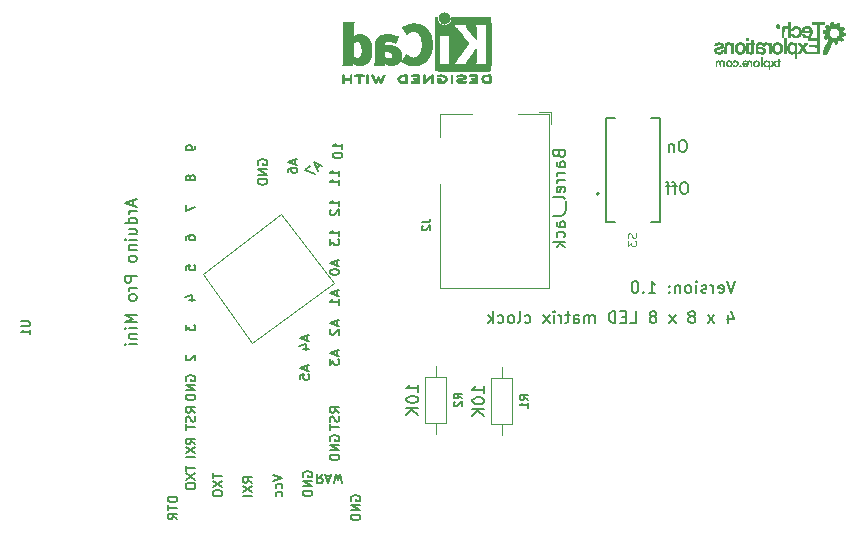
<source format=gbo>
%TF.GenerationSoftware,KiCad,Pcbnew,(5.99.0-11177-g6c67dfa032)*%
%TF.CreationDate,2021-07-15T10:53:03+10:00*%
%TF.ProjectId,4x8x8 LED Matrix Clock,34783878-3820-44c4-9544-204d61747269,rev?*%
%TF.SameCoordinates,Original*%
%TF.FileFunction,Legend,Bot*%
%TF.FilePolarity,Positive*%
%FSLAX46Y46*%
G04 Gerber Fmt 4.6, Leading zero omitted, Abs format (unit mm)*
G04 Created by KiCad (PCBNEW (5.99.0-11177-g6c67dfa032)) date 2021-07-15 10:53:03*
%MOMM*%
%LPD*%
G01*
G04 APERTURE LIST*
%ADD10C,0.150000*%
%ADD11C,0.015000*%
%ADD12C,0.120000*%
%ADD13C,0.010000*%
%ADD14C,0.127000*%
%ADD15C,0.200000*%
G04 APERTURE END LIST*
D10*
X160779833Y-76493714D02*
X160779833Y-77160380D01*
X161017928Y-76112761D02*
X161256023Y-76827047D01*
X160636976Y-76827047D01*
X159589357Y-77160380D02*
X159065547Y-76493714D01*
X159589357Y-76493714D02*
X159065547Y-77160380D01*
X157779833Y-76588952D02*
X157875071Y-76541333D01*
X157922690Y-76493714D01*
X157970309Y-76398476D01*
X157970309Y-76350857D01*
X157922690Y-76255619D01*
X157875071Y-76208000D01*
X157779833Y-76160380D01*
X157589357Y-76160380D01*
X157494119Y-76208000D01*
X157446500Y-76255619D01*
X157398880Y-76350857D01*
X157398880Y-76398476D01*
X157446500Y-76493714D01*
X157494119Y-76541333D01*
X157589357Y-76588952D01*
X157779833Y-76588952D01*
X157875071Y-76636571D01*
X157922690Y-76684190D01*
X157970309Y-76779428D01*
X157970309Y-76969904D01*
X157922690Y-77065142D01*
X157875071Y-77112761D01*
X157779833Y-77160380D01*
X157589357Y-77160380D01*
X157494119Y-77112761D01*
X157446500Y-77065142D01*
X157398880Y-76969904D01*
X157398880Y-76779428D01*
X157446500Y-76684190D01*
X157494119Y-76636571D01*
X157589357Y-76588952D01*
X156303642Y-77160380D02*
X155779833Y-76493714D01*
X156303642Y-76493714D02*
X155779833Y-77160380D01*
X154494119Y-76588952D02*
X154589357Y-76541333D01*
X154636976Y-76493714D01*
X154684595Y-76398476D01*
X154684595Y-76350857D01*
X154636976Y-76255619D01*
X154589357Y-76208000D01*
X154494119Y-76160380D01*
X154303642Y-76160380D01*
X154208404Y-76208000D01*
X154160785Y-76255619D01*
X154113166Y-76350857D01*
X154113166Y-76398476D01*
X154160785Y-76493714D01*
X154208404Y-76541333D01*
X154303642Y-76588952D01*
X154494119Y-76588952D01*
X154589357Y-76636571D01*
X154636976Y-76684190D01*
X154684595Y-76779428D01*
X154684595Y-76969904D01*
X154636976Y-77065142D01*
X154589357Y-77112761D01*
X154494119Y-77160380D01*
X154303642Y-77160380D01*
X154208404Y-77112761D01*
X154160785Y-77065142D01*
X154113166Y-76969904D01*
X154113166Y-76779428D01*
X154160785Y-76684190D01*
X154208404Y-76636571D01*
X154303642Y-76588952D01*
X152446500Y-77160380D02*
X152922690Y-77160380D01*
X152922690Y-76160380D01*
X152113166Y-76636571D02*
X151779833Y-76636571D01*
X151636976Y-77160380D02*
X152113166Y-77160380D01*
X152113166Y-76160380D01*
X151636976Y-76160380D01*
X151208404Y-77160380D02*
X151208404Y-76160380D01*
X150970309Y-76160380D01*
X150827452Y-76208000D01*
X150732214Y-76303238D01*
X150684595Y-76398476D01*
X150636976Y-76588952D01*
X150636976Y-76731809D01*
X150684595Y-76922285D01*
X150732214Y-77017523D01*
X150827452Y-77112761D01*
X150970309Y-77160380D01*
X151208404Y-77160380D01*
X149446500Y-77160380D02*
X149446500Y-76493714D01*
X149446500Y-76588952D02*
X149398880Y-76541333D01*
X149303642Y-76493714D01*
X149160785Y-76493714D01*
X149065547Y-76541333D01*
X149017928Y-76636571D01*
X149017928Y-77160380D01*
X149017928Y-76636571D02*
X148970309Y-76541333D01*
X148875071Y-76493714D01*
X148732214Y-76493714D01*
X148636976Y-76541333D01*
X148589357Y-76636571D01*
X148589357Y-77160380D01*
X147684595Y-77160380D02*
X147684595Y-76636571D01*
X147732214Y-76541333D01*
X147827452Y-76493714D01*
X148017928Y-76493714D01*
X148113166Y-76541333D01*
X147684595Y-77112761D02*
X147779833Y-77160380D01*
X148017928Y-77160380D01*
X148113166Y-77112761D01*
X148160785Y-77017523D01*
X148160785Y-76922285D01*
X148113166Y-76827047D01*
X148017928Y-76779428D01*
X147779833Y-76779428D01*
X147684595Y-76731809D01*
X147351261Y-76493714D02*
X146970309Y-76493714D01*
X147208404Y-76160380D02*
X147208404Y-77017523D01*
X147160785Y-77112761D01*
X147065547Y-77160380D01*
X146970309Y-77160380D01*
X146636976Y-77160380D02*
X146636976Y-76493714D01*
X146636976Y-76684190D02*
X146589357Y-76588952D01*
X146541738Y-76541333D01*
X146446500Y-76493714D01*
X146351261Y-76493714D01*
X146017928Y-77160380D02*
X146017928Y-76493714D01*
X146017928Y-76160380D02*
X146065547Y-76208000D01*
X146017928Y-76255619D01*
X145970309Y-76208000D01*
X146017928Y-76160380D01*
X146017928Y-76255619D01*
X145636976Y-77160380D02*
X145113166Y-76493714D01*
X145636976Y-76493714D02*
X145113166Y-77160380D01*
X143541738Y-77112761D02*
X143636976Y-77160380D01*
X143827452Y-77160380D01*
X143922690Y-77112761D01*
X143970309Y-77065142D01*
X144017928Y-76969904D01*
X144017928Y-76684190D01*
X143970309Y-76588952D01*
X143922690Y-76541333D01*
X143827452Y-76493714D01*
X143636976Y-76493714D01*
X143541738Y-76541333D01*
X142970309Y-77160380D02*
X143065547Y-77112761D01*
X143113166Y-77017523D01*
X143113166Y-76160380D01*
X142446500Y-77160380D02*
X142541738Y-77112761D01*
X142589357Y-77065142D01*
X142636976Y-76969904D01*
X142636976Y-76684190D01*
X142589357Y-76588952D01*
X142541738Y-76541333D01*
X142446500Y-76493714D01*
X142303642Y-76493714D01*
X142208404Y-76541333D01*
X142160785Y-76588952D01*
X142113166Y-76684190D01*
X142113166Y-76969904D01*
X142160785Y-77065142D01*
X142208404Y-77112761D01*
X142303642Y-77160380D01*
X142446500Y-77160380D01*
X141256023Y-77112761D02*
X141351261Y-77160380D01*
X141541738Y-77160380D01*
X141636976Y-77112761D01*
X141684595Y-77065142D01*
X141732214Y-76969904D01*
X141732214Y-76684190D01*
X141684595Y-76588952D01*
X141636976Y-76541333D01*
X141541738Y-76493714D01*
X141351261Y-76493714D01*
X141256023Y-76541333D01*
X140827452Y-77160380D02*
X140827452Y-76160380D01*
X140732214Y-76779428D02*
X140446500Y-77160380D01*
X140446500Y-76493714D02*
X140827452Y-76874666D01*
X161351261Y-73620380D02*
X161017928Y-74620380D01*
X160684595Y-73620380D01*
X159970309Y-74572761D02*
X160065547Y-74620380D01*
X160256023Y-74620380D01*
X160351261Y-74572761D01*
X160398880Y-74477523D01*
X160398880Y-74096571D01*
X160351261Y-74001333D01*
X160256023Y-73953714D01*
X160065547Y-73953714D01*
X159970309Y-74001333D01*
X159922690Y-74096571D01*
X159922690Y-74191809D01*
X160398880Y-74287047D01*
X159494119Y-74620380D02*
X159494119Y-73953714D01*
X159494119Y-74144190D02*
X159446500Y-74048952D01*
X159398880Y-74001333D01*
X159303642Y-73953714D01*
X159208404Y-73953714D01*
X158922690Y-74572761D02*
X158827452Y-74620380D01*
X158636976Y-74620380D01*
X158541738Y-74572761D01*
X158494119Y-74477523D01*
X158494119Y-74429904D01*
X158541738Y-74334666D01*
X158636976Y-74287047D01*
X158779833Y-74287047D01*
X158875071Y-74239428D01*
X158922690Y-74144190D01*
X158922690Y-74096571D01*
X158875071Y-74001333D01*
X158779833Y-73953714D01*
X158636976Y-73953714D01*
X158541738Y-74001333D01*
X158065547Y-74620380D02*
X158065547Y-73953714D01*
X158065547Y-73620380D02*
X158113166Y-73668000D01*
X158065547Y-73715619D01*
X158017928Y-73668000D01*
X158065547Y-73620380D01*
X158065547Y-73715619D01*
X157446500Y-74620380D02*
X157541738Y-74572761D01*
X157589357Y-74525142D01*
X157636976Y-74429904D01*
X157636976Y-74144190D01*
X157589357Y-74048952D01*
X157541738Y-74001333D01*
X157446500Y-73953714D01*
X157303642Y-73953714D01*
X157208404Y-74001333D01*
X157160785Y-74048952D01*
X157113166Y-74144190D01*
X157113166Y-74429904D01*
X157160785Y-74525142D01*
X157208404Y-74572761D01*
X157303642Y-74620380D01*
X157446500Y-74620380D01*
X156684595Y-73953714D02*
X156684595Y-74620380D01*
X156684595Y-74048952D02*
X156636976Y-74001333D01*
X156541738Y-73953714D01*
X156398880Y-73953714D01*
X156303642Y-74001333D01*
X156256023Y-74096571D01*
X156256023Y-74620380D01*
X155779833Y-74525142D02*
X155732214Y-74572761D01*
X155779833Y-74620380D01*
X155827452Y-74572761D01*
X155779833Y-74525142D01*
X155779833Y-74620380D01*
X155779833Y-74001333D02*
X155732214Y-74048952D01*
X155779833Y-74096571D01*
X155827452Y-74048952D01*
X155779833Y-74001333D01*
X155779833Y-74096571D01*
X154017928Y-74620380D02*
X154589357Y-74620380D01*
X154303642Y-74620380D02*
X154303642Y-73620380D01*
X154398880Y-73763238D01*
X154494119Y-73858476D01*
X154589357Y-73906095D01*
X153589357Y-74525142D02*
X153541738Y-74572761D01*
X153589357Y-74620380D01*
X153636976Y-74572761D01*
X153589357Y-74525142D01*
X153589357Y-74620380D01*
X152922690Y-73620380D02*
X152827452Y-73620380D01*
X152732214Y-73668000D01*
X152684595Y-73715619D01*
X152636976Y-73810857D01*
X152589357Y-74001333D01*
X152589357Y-74239428D01*
X152636976Y-74429904D01*
X152684595Y-74525142D01*
X152732214Y-74572761D01*
X152827452Y-74620380D01*
X152922690Y-74620380D01*
X153017928Y-74572761D01*
X153065547Y-74525142D01*
X153113166Y-74429904D01*
X153160785Y-74239428D01*
X153160785Y-74001333D01*
X153113166Y-73810857D01*
X153065547Y-73715619D01*
X153017928Y-73668000D01*
X152922690Y-73620380D01*
X157130666Y-65238380D02*
X156940190Y-65238380D01*
X156844952Y-65286000D01*
X156749714Y-65381238D01*
X156702095Y-65571714D01*
X156702095Y-65905047D01*
X156749714Y-66095523D01*
X156844952Y-66190761D01*
X156940190Y-66238380D01*
X157130666Y-66238380D01*
X157225904Y-66190761D01*
X157321142Y-66095523D01*
X157368761Y-65905047D01*
X157368761Y-65571714D01*
X157321142Y-65381238D01*
X157225904Y-65286000D01*
X157130666Y-65238380D01*
X156416380Y-65571714D02*
X156035428Y-65571714D01*
X156273523Y-66238380D02*
X156273523Y-65381238D01*
X156225904Y-65286000D01*
X156130666Y-65238380D01*
X156035428Y-65238380D01*
X155844952Y-65571714D02*
X155464000Y-65571714D01*
X155702095Y-66238380D02*
X155702095Y-65381238D01*
X155654476Y-65286000D01*
X155559238Y-65238380D01*
X155464000Y-65238380D01*
X157011619Y-61682380D02*
X156821142Y-61682380D01*
X156725904Y-61730000D01*
X156630666Y-61825238D01*
X156583047Y-62015714D01*
X156583047Y-62349047D01*
X156630666Y-62539523D01*
X156725904Y-62634761D01*
X156821142Y-62682380D01*
X157011619Y-62682380D01*
X157106857Y-62634761D01*
X157202095Y-62539523D01*
X157249714Y-62349047D01*
X157249714Y-62015714D01*
X157202095Y-61825238D01*
X157106857Y-61730000D01*
X157011619Y-61682380D01*
X156154476Y-62015714D02*
X156154476Y-62682380D01*
X156154476Y-62110952D02*
X156106857Y-62063333D01*
X156011619Y-62015714D01*
X155868761Y-62015714D01*
X155773523Y-62063333D01*
X155725904Y-62158571D01*
X155725904Y-62682380D01*
%TO.C,U1*%
X100930666Y-77031666D02*
X101497333Y-77031666D01*
X101564000Y-77065000D01*
X101597333Y-77098333D01*
X101630666Y-77165000D01*
X101630666Y-77298333D01*
X101597333Y-77365000D01*
X101564000Y-77398333D01*
X101497333Y-77431666D01*
X100930666Y-77431666D01*
X101630666Y-78131666D02*
X101630666Y-77731666D01*
X101630666Y-77931666D02*
X100930666Y-77931666D01*
X101030666Y-77865000D01*
X101097333Y-77798333D01*
X101130666Y-77731666D01*
X114845904Y-67138333D02*
X114845904Y-67671666D01*
X115645904Y-67328809D01*
X127609333Y-71913571D02*
X127609333Y-72294523D01*
X127837904Y-71837380D02*
X127037904Y-72104047D01*
X127837904Y-72370714D01*
X127037904Y-72789761D02*
X127037904Y-72865952D01*
X127076000Y-72942142D01*
X127114095Y-72980238D01*
X127190285Y-73018333D01*
X127342666Y-73056428D01*
X127533142Y-73056428D01*
X127685523Y-73018333D01*
X127761714Y-72980238D01*
X127799809Y-72942142D01*
X127837904Y-72865952D01*
X127837904Y-72789761D01*
X127799809Y-72713571D01*
X127761714Y-72675476D01*
X127685523Y-72637380D01*
X127533142Y-72599285D01*
X127342666Y-72599285D01*
X127190285Y-72637380D01*
X127114095Y-72675476D01*
X127076000Y-72713571D01*
X127037904Y-72789761D01*
X114884000Y-82035476D02*
X114845904Y-81959285D01*
X114845904Y-81845000D01*
X114884000Y-81730714D01*
X114960190Y-81654523D01*
X115036380Y-81616428D01*
X115188761Y-81578333D01*
X115303047Y-81578333D01*
X115455428Y-81616428D01*
X115531619Y-81654523D01*
X115607809Y-81730714D01*
X115645904Y-81845000D01*
X115645904Y-81921190D01*
X115607809Y-82035476D01*
X115569714Y-82073571D01*
X115303047Y-82073571D01*
X115303047Y-81921190D01*
X115645904Y-82416428D02*
X114845904Y-82416428D01*
X115645904Y-82873571D01*
X114845904Y-82873571D01*
X115645904Y-83254523D02*
X114845904Y-83254523D01*
X114845904Y-83445000D01*
X114884000Y-83559285D01*
X114960190Y-83635476D01*
X115036380Y-83673571D01*
X115188761Y-83711666D01*
X115303047Y-83711666D01*
X115455428Y-83673571D01*
X115531619Y-83635476D01*
X115607809Y-83559285D01*
X115645904Y-83445000D01*
X115645904Y-83254523D01*
X120471904Y-90696809D02*
X120090952Y-90430142D01*
X120471904Y-90239666D02*
X119671904Y-90239666D01*
X119671904Y-90544428D01*
X119710000Y-90620619D01*
X119748095Y-90658714D01*
X119824285Y-90696809D01*
X119938571Y-90696809D01*
X120014761Y-90658714D01*
X120052857Y-90620619D01*
X120090952Y-90544428D01*
X120090952Y-90239666D01*
X119671904Y-90963476D02*
X120471904Y-91496809D01*
X119671904Y-91496809D02*
X120471904Y-90963476D01*
X120471904Y-91801571D02*
X119671904Y-91801571D01*
X125069333Y-78263571D02*
X125069333Y-78644523D01*
X125297904Y-78187380D02*
X124497904Y-78454047D01*
X125297904Y-78720714D01*
X124764571Y-79330238D02*
X125297904Y-79330238D01*
X124459809Y-79139761D02*
X125031238Y-78949285D01*
X125031238Y-79444523D01*
X117131904Y-89858714D02*
X117131904Y-90315857D01*
X117931904Y-90087286D02*
X117131904Y-90087286D01*
X117131904Y-90506333D02*
X117931904Y-91039666D01*
X117131904Y-91039666D02*
X117931904Y-90506333D01*
X117131904Y-91496809D02*
X117131904Y-91649190D01*
X117170000Y-91725381D01*
X117246190Y-91801571D01*
X117398571Y-91839666D01*
X117665238Y-91839666D01*
X117817619Y-91801571D01*
X117893809Y-91725381D01*
X117931904Y-91649190D01*
X117931904Y-91496809D01*
X117893809Y-91420619D01*
X117817619Y-91344428D01*
X117665238Y-91306333D01*
X117398571Y-91306333D01*
X117246190Y-91344428D01*
X117170000Y-91420619D01*
X117131904Y-91496809D01*
X114845904Y-70097380D02*
X114845904Y-69945000D01*
X114884000Y-69868809D01*
X114922095Y-69830714D01*
X115036380Y-69754523D01*
X115188761Y-69716428D01*
X115493523Y-69716428D01*
X115569714Y-69754523D01*
X115607809Y-69792619D01*
X115645904Y-69868809D01*
X115645904Y-70021190D01*
X115607809Y-70097380D01*
X115569714Y-70135476D01*
X115493523Y-70173571D01*
X115303047Y-70173571D01*
X115226857Y-70135476D01*
X115188761Y-70097380D01*
X115150666Y-70021190D01*
X115150666Y-69868809D01*
X115188761Y-69792619D01*
X115226857Y-69754523D01*
X115303047Y-69716428D01*
X115645904Y-87401190D02*
X115264952Y-87134523D01*
X115645904Y-86944047D02*
X114845904Y-86944047D01*
X114845904Y-87248809D01*
X114884000Y-87325000D01*
X114922095Y-87363095D01*
X114998285Y-87401190D01*
X115112571Y-87401190D01*
X115188761Y-87363095D01*
X115226857Y-87325000D01*
X115264952Y-87248809D01*
X115264952Y-86944047D01*
X114845904Y-87667857D02*
X115645904Y-88201190D01*
X114845904Y-88201190D02*
X115645904Y-87667857D01*
X115645904Y-88505952D02*
X114845904Y-88505952D01*
X127609333Y-74453571D02*
X127609333Y-74834523D01*
X127837904Y-74377380D02*
X127037904Y-74644047D01*
X127837904Y-74910714D01*
X127837904Y-75596428D02*
X127837904Y-75139285D01*
X127837904Y-75367857D02*
X127037904Y-75367857D01*
X127152190Y-75291666D01*
X127228380Y-75215476D01*
X127266476Y-75139285D01*
X120980000Y-63767303D02*
X120941904Y-63691112D01*
X120941904Y-63576827D01*
X120980000Y-63462541D01*
X121056190Y-63386350D01*
X121132380Y-63348255D01*
X121284761Y-63310160D01*
X121399047Y-63310160D01*
X121551428Y-63348255D01*
X121627619Y-63386350D01*
X121703809Y-63462541D01*
X121741904Y-63576827D01*
X121741904Y-63653017D01*
X121703809Y-63767303D01*
X121665714Y-63805398D01*
X121399047Y-63805398D01*
X121399047Y-63653017D01*
X121741904Y-64148255D02*
X120941904Y-64148255D01*
X121741904Y-64605398D01*
X120941904Y-64605398D01*
X121741904Y-64986350D02*
X120941904Y-64986350D01*
X120941904Y-65176827D01*
X120980000Y-65291112D01*
X121056190Y-65367303D01*
X121132380Y-65405398D01*
X121284761Y-65443493D01*
X121399047Y-65443493D01*
X121551428Y-65405398D01*
X121627619Y-65367303D01*
X121703809Y-65291112D01*
X121741904Y-65176827D01*
X121741904Y-64986350D01*
X127609333Y-76993571D02*
X127609333Y-77374523D01*
X127837904Y-76917380D02*
X127037904Y-77184047D01*
X127837904Y-77450714D01*
X127114095Y-77679285D02*
X127076000Y-77717380D01*
X127037904Y-77793571D01*
X127037904Y-77984047D01*
X127076000Y-78060238D01*
X127114095Y-78098333D01*
X127190285Y-78136428D01*
X127266476Y-78136428D01*
X127380761Y-78098333D01*
X127837904Y-77641190D01*
X127837904Y-78136428D01*
X128854000Y-92195476D02*
X128815904Y-92119285D01*
X128815904Y-92005000D01*
X128854000Y-91890714D01*
X128930190Y-91814523D01*
X129006380Y-91776428D01*
X129158761Y-91738333D01*
X129273047Y-91738333D01*
X129425428Y-91776428D01*
X129501619Y-91814523D01*
X129577809Y-91890714D01*
X129615904Y-92005000D01*
X129615904Y-92081190D01*
X129577809Y-92195476D01*
X129539714Y-92233571D01*
X129273047Y-92233571D01*
X129273047Y-92081190D01*
X129615904Y-92576428D02*
X128815904Y-92576428D01*
X129615904Y-93033571D01*
X128815904Y-93033571D01*
X129615904Y-93414523D02*
X128815904Y-93414523D01*
X128815904Y-93605000D01*
X128854000Y-93719285D01*
X128930190Y-93795476D01*
X129006380Y-93833571D01*
X129158761Y-93871666D01*
X129273047Y-93871666D01*
X129425428Y-93833571D01*
X129501619Y-93795476D01*
X129577809Y-93719285D01*
X129615904Y-93605000D01*
X129615904Y-93414523D01*
X128091904Y-62426619D02*
X128091904Y-61969476D01*
X128091904Y-62198047D02*
X127291904Y-62198047D01*
X127406190Y-62121857D01*
X127482380Y-62045666D01*
X127520476Y-61969476D01*
X127291904Y-62921857D02*
X127291904Y-62998047D01*
X127330000Y-63074238D01*
X127368095Y-63112333D01*
X127444285Y-63150428D01*
X127596666Y-63188523D01*
X127787142Y-63188523D01*
X127939523Y-63150428D01*
X128015714Y-63112333D01*
X128053809Y-63074238D01*
X128091904Y-62998047D01*
X128091904Y-62921857D01*
X128053809Y-62845666D01*
X128015714Y-62807571D01*
X127939523Y-62769476D01*
X127787142Y-62731380D01*
X127596666Y-62731380D01*
X127444285Y-62769476D01*
X127368095Y-62807571D01*
X127330000Y-62845666D01*
X127291904Y-62921857D01*
X115645904Y-84746904D02*
X115264952Y-84480238D01*
X115645904Y-84289761D02*
X114845904Y-84289761D01*
X114845904Y-84594523D01*
X114884000Y-84670714D01*
X114922095Y-84708809D01*
X114998285Y-84746904D01*
X115112571Y-84746904D01*
X115188761Y-84708809D01*
X115226857Y-84670714D01*
X115264952Y-84594523D01*
X115264952Y-84289761D01*
X115607809Y-85051666D02*
X115645904Y-85165952D01*
X115645904Y-85356428D01*
X115607809Y-85432619D01*
X115569714Y-85470714D01*
X115493523Y-85508809D01*
X115417333Y-85508809D01*
X115341142Y-85470714D01*
X115303047Y-85432619D01*
X115264952Y-85356428D01*
X115226857Y-85204047D01*
X115188761Y-85127857D01*
X115150666Y-85089761D01*
X115074476Y-85051666D01*
X114998285Y-85051666D01*
X114922095Y-85089761D01*
X114884000Y-85127857D01*
X114845904Y-85204047D01*
X114845904Y-85394523D01*
X114884000Y-85508809D01*
X114845904Y-85737380D02*
X114845904Y-86194523D01*
X115645904Y-85965952D02*
X114845904Y-85965952D01*
X110402666Y-66778952D02*
X110402666Y-67255142D01*
X110688380Y-66683714D02*
X109688380Y-67017047D01*
X110688380Y-67350380D01*
X110688380Y-67683714D02*
X110021714Y-67683714D01*
X110212190Y-67683714D02*
X110116952Y-67731333D01*
X110069333Y-67778952D01*
X110021714Y-67874190D01*
X110021714Y-67969428D01*
X110688380Y-68731333D02*
X109688380Y-68731333D01*
X110640761Y-68731333D02*
X110688380Y-68636095D01*
X110688380Y-68445619D01*
X110640761Y-68350380D01*
X110593142Y-68302761D01*
X110497904Y-68255142D01*
X110212190Y-68255142D01*
X110116952Y-68302761D01*
X110069333Y-68350380D01*
X110021714Y-68445619D01*
X110021714Y-68636095D01*
X110069333Y-68731333D01*
X110021714Y-69636095D02*
X110688380Y-69636095D01*
X110021714Y-69207523D02*
X110545523Y-69207523D01*
X110640761Y-69255142D01*
X110688380Y-69350380D01*
X110688380Y-69493238D01*
X110640761Y-69588476D01*
X110593142Y-69636095D01*
X110688380Y-70112285D02*
X110021714Y-70112285D01*
X109688380Y-70112285D02*
X109736000Y-70064666D01*
X109783619Y-70112285D01*
X109736000Y-70159904D01*
X109688380Y-70112285D01*
X109783619Y-70112285D01*
X110021714Y-70588476D02*
X110688380Y-70588476D01*
X110116952Y-70588476D02*
X110069333Y-70636095D01*
X110021714Y-70731333D01*
X110021714Y-70874190D01*
X110069333Y-70969428D01*
X110164571Y-71017047D01*
X110688380Y-71017047D01*
X110688380Y-71636095D02*
X110640761Y-71540857D01*
X110593142Y-71493238D01*
X110497904Y-71445619D01*
X110212190Y-71445619D01*
X110116952Y-71493238D01*
X110069333Y-71540857D01*
X110021714Y-71636095D01*
X110021714Y-71778952D01*
X110069333Y-71874190D01*
X110116952Y-71921809D01*
X110212190Y-71969428D01*
X110497904Y-71969428D01*
X110593142Y-71921809D01*
X110640761Y-71874190D01*
X110688380Y-71778952D01*
X110688380Y-71636095D01*
X110688380Y-73159904D02*
X109688380Y-73159904D01*
X109688380Y-73540857D01*
X109736000Y-73636095D01*
X109783619Y-73683714D01*
X109878857Y-73731333D01*
X110021714Y-73731333D01*
X110116952Y-73683714D01*
X110164571Y-73636095D01*
X110212190Y-73540857D01*
X110212190Y-73159904D01*
X110688380Y-74159904D02*
X110021714Y-74159904D01*
X110212190Y-74159904D02*
X110116952Y-74207523D01*
X110069333Y-74255142D01*
X110021714Y-74350380D01*
X110021714Y-74445619D01*
X110688380Y-74921809D02*
X110640761Y-74826571D01*
X110593142Y-74778952D01*
X110497904Y-74731333D01*
X110212190Y-74731333D01*
X110116952Y-74778952D01*
X110069333Y-74826571D01*
X110021714Y-74921809D01*
X110021714Y-75064666D01*
X110069333Y-75159904D01*
X110116952Y-75207523D01*
X110212190Y-75255142D01*
X110497904Y-75255142D01*
X110593142Y-75207523D01*
X110640761Y-75159904D01*
X110688380Y-75064666D01*
X110688380Y-74921809D01*
X110688380Y-76445619D02*
X109688380Y-76445619D01*
X110402666Y-76778952D01*
X109688380Y-77112285D01*
X110688380Y-77112285D01*
X110688380Y-77588476D02*
X110021714Y-77588476D01*
X109688380Y-77588476D02*
X109736000Y-77540857D01*
X109783619Y-77588476D01*
X109736000Y-77636095D01*
X109688380Y-77588476D01*
X109783619Y-77588476D01*
X110021714Y-78064666D02*
X110688380Y-78064666D01*
X110116952Y-78064666D02*
X110069333Y-78112285D01*
X110021714Y-78207523D01*
X110021714Y-78350380D01*
X110069333Y-78445619D01*
X110164571Y-78493238D01*
X110688380Y-78493238D01*
X110688380Y-78969428D02*
X110021714Y-78969428D01*
X109688380Y-78969428D02*
X109736000Y-78921809D01*
X109783619Y-78969428D01*
X109736000Y-79017047D01*
X109688380Y-78969428D01*
X109783619Y-78969428D01*
X114845904Y-77298333D02*
X114845904Y-77793571D01*
X115150666Y-77526904D01*
X115150666Y-77641190D01*
X115188761Y-77717380D01*
X115226857Y-77755476D01*
X115303047Y-77793571D01*
X115493523Y-77793571D01*
X115569714Y-77755476D01*
X115607809Y-77717380D01*
X115645904Y-77641190D01*
X115645904Y-77412619D01*
X115607809Y-77336428D01*
X115569714Y-77298333D01*
X124053333Y-63310160D02*
X124053333Y-63691112D01*
X124281904Y-63233969D02*
X123481904Y-63500636D01*
X124281904Y-63767303D01*
X123481904Y-64376827D02*
X123481904Y-64224446D01*
X123520000Y-64148255D01*
X123558095Y-64110160D01*
X123672380Y-64033969D01*
X123824761Y-63995874D01*
X124129523Y-63995874D01*
X124205714Y-64033969D01*
X124243809Y-64072065D01*
X124281904Y-64148255D01*
X124281904Y-64300636D01*
X124243809Y-64376827D01*
X124205714Y-64414922D01*
X124129523Y-64453017D01*
X123939047Y-64453017D01*
X123862857Y-64414922D01*
X123824761Y-64376827D01*
X123786666Y-64300636D01*
X123786666Y-64148255D01*
X123824761Y-64072065D01*
X123862857Y-64033969D01*
X123939047Y-63995874D01*
X127609333Y-79533571D02*
X127609333Y-79914523D01*
X127837904Y-79457380D02*
X127037904Y-79724047D01*
X127837904Y-79990714D01*
X127037904Y-80181190D02*
X127037904Y-80676428D01*
X127342666Y-80409761D01*
X127342666Y-80524047D01*
X127380761Y-80600238D01*
X127418857Y-80638333D01*
X127495047Y-80676428D01*
X127685523Y-80676428D01*
X127761714Y-80638333D01*
X127799809Y-80600238D01*
X127837904Y-80524047D01*
X127837904Y-80295476D01*
X127799809Y-80219285D01*
X127761714Y-80181190D01*
X122211904Y-90011095D02*
X123011904Y-90277761D01*
X122211904Y-90544428D01*
X122973809Y-91153952D02*
X123011904Y-91077761D01*
X123011904Y-90925380D01*
X122973809Y-90849190D01*
X122935714Y-90811095D01*
X122859523Y-90772999D01*
X122630952Y-90772999D01*
X122554761Y-90811095D01*
X122516666Y-90849190D01*
X122478571Y-90925380D01*
X122478571Y-91077761D01*
X122516666Y-91153952D01*
X122973809Y-91839666D02*
X123011904Y-91763476D01*
X123011904Y-91611095D01*
X122973809Y-91534904D01*
X122935714Y-91496809D01*
X122859523Y-91458714D01*
X122630952Y-91458714D01*
X122554761Y-91496809D01*
X122516666Y-91534904D01*
X122478571Y-91611095D01*
X122478571Y-91763476D01*
X122516666Y-91839666D01*
X115645904Y-62172619D02*
X115645904Y-62325000D01*
X115607809Y-62401190D01*
X115569714Y-62439285D01*
X115455428Y-62515476D01*
X115303047Y-62553571D01*
X114998285Y-62553571D01*
X114922095Y-62515476D01*
X114884000Y-62477380D01*
X114845904Y-62401190D01*
X114845904Y-62248809D01*
X114884000Y-62172619D01*
X114922095Y-62134523D01*
X114998285Y-62096428D01*
X115188761Y-62096428D01*
X115264952Y-62134523D01*
X115303047Y-62172619D01*
X115341142Y-62248809D01*
X115341142Y-62401190D01*
X115303047Y-62477380D01*
X115264952Y-62515476D01*
X115188761Y-62553571D01*
X127837904Y-67252619D02*
X127837904Y-66795476D01*
X127837904Y-67024047D02*
X127037904Y-67024047D01*
X127152190Y-66947857D01*
X127228380Y-66871666D01*
X127266476Y-66795476D01*
X127114095Y-67557380D02*
X127076000Y-67595476D01*
X127037904Y-67671666D01*
X127037904Y-67862142D01*
X127076000Y-67938333D01*
X127114095Y-67976428D01*
X127190285Y-68014523D01*
X127266476Y-68014523D01*
X127380761Y-67976428D01*
X127837904Y-67519285D01*
X127837904Y-68014523D01*
X114845904Y-89236428D02*
X114845904Y-89693571D01*
X115645904Y-89465000D02*
X114845904Y-89465000D01*
X114845904Y-89884047D02*
X115645904Y-90417380D01*
X114845904Y-90417380D02*
X115645904Y-89884047D01*
X114845904Y-90874523D02*
X114845904Y-91026904D01*
X114884000Y-91103095D01*
X114960190Y-91179285D01*
X115112571Y-91217380D01*
X115379238Y-91217380D01*
X115531619Y-91179285D01*
X115607809Y-91103095D01*
X115645904Y-91026904D01*
X115645904Y-90874523D01*
X115607809Y-90798333D01*
X115531619Y-90722142D01*
X115379238Y-90684047D01*
X115112571Y-90684047D01*
X114960190Y-90722142D01*
X114884000Y-90798333D01*
X114845904Y-90874523D01*
X127076000Y-87115476D02*
X127037904Y-87039285D01*
X127037904Y-86925000D01*
X127076000Y-86810714D01*
X127152190Y-86734523D01*
X127228380Y-86696428D01*
X127380761Y-86658333D01*
X127495047Y-86658333D01*
X127647428Y-86696428D01*
X127723619Y-86734523D01*
X127799809Y-86810714D01*
X127837904Y-86925000D01*
X127837904Y-87001190D01*
X127799809Y-87115476D01*
X127761714Y-87153571D01*
X127495047Y-87153571D01*
X127495047Y-87001190D01*
X127837904Y-87496428D02*
X127037904Y-87496428D01*
X127837904Y-87953571D01*
X127037904Y-87953571D01*
X127837904Y-88334523D02*
X127037904Y-88334523D01*
X127037904Y-88525000D01*
X127076000Y-88639285D01*
X127152190Y-88715476D01*
X127228380Y-88753571D01*
X127380761Y-88791666D01*
X127495047Y-88791666D01*
X127647428Y-88753571D01*
X127723619Y-88715476D01*
X127799809Y-88639285D01*
X127837904Y-88525000D01*
X127837904Y-88334523D01*
X115188761Y-64788809D02*
X115150666Y-64712619D01*
X115112571Y-64674523D01*
X115036380Y-64636428D01*
X114998285Y-64636428D01*
X114922095Y-64674523D01*
X114884000Y-64712619D01*
X114845904Y-64788809D01*
X114845904Y-64941190D01*
X114884000Y-65017380D01*
X114922095Y-65055476D01*
X114998285Y-65093571D01*
X115036380Y-65093571D01*
X115112571Y-65055476D01*
X115150666Y-65017380D01*
X115188761Y-64941190D01*
X115188761Y-64788809D01*
X115226857Y-64712619D01*
X115264952Y-64674523D01*
X115341142Y-64636428D01*
X115493523Y-64636428D01*
X115569714Y-64674523D01*
X115607809Y-64712619D01*
X115645904Y-64788809D01*
X115645904Y-64941190D01*
X115607809Y-65017380D01*
X115569714Y-65055476D01*
X115493523Y-65093571D01*
X115341142Y-65093571D01*
X115264952Y-65055476D01*
X115226857Y-65017380D01*
X115188761Y-64941190D01*
X125069333Y-80803571D02*
X125069333Y-81184523D01*
X125297904Y-80727380D02*
X124497904Y-80994047D01*
X125297904Y-81260714D01*
X124497904Y-81908333D02*
X124497904Y-81527380D01*
X124878857Y-81489285D01*
X124840761Y-81527380D01*
X124802666Y-81603571D01*
X124802666Y-81794047D01*
X124840761Y-81870238D01*
X124878857Y-81908333D01*
X124955047Y-81946428D01*
X125145523Y-81946428D01*
X125221714Y-81908333D01*
X125259809Y-81870238D01*
X125297904Y-81794047D01*
X125297904Y-81603571D01*
X125259809Y-81527380D01*
X125221714Y-81489285D01*
X126196341Y-63793219D02*
X125926967Y-64062593D01*
X126411841Y-63900969D02*
X125657593Y-63523845D01*
X126034717Y-64278093D01*
X125334345Y-63847094D02*
X124957221Y-64224218D01*
X125765343Y-64547467D01*
X114922095Y-79876428D02*
X114884000Y-79914523D01*
X114845904Y-79990714D01*
X114845904Y-80181190D01*
X114884000Y-80257380D01*
X114922095Y-80295476D01*
X114998285Y-80333571D01*
X115074476Y-80333571D01*
X115188761Y-80295476D01*
X115645904Y-79838333D01*
X115645904Y-80333571D01*
X114845904Y-72675476D02*
X114845904Y-72294523D01*
X115226857Y-72256428D01*
X115188761Y-72294523D01*
X115150666Y-72370714D01*
X115150666Y-72561190D01*
X115188761Y-72637380D01*
X115226857Y-72675476D01*
X115303047Y-72713571D01*
X115493523Y-72713571D01*
X115569714Y-72675476D01*
X115607809Y-72637380D01*
X115645904Y-72561190D01*
X115645904Y-72370714D01*
X115607809Y-72294523D01*
X115569714Y-72256428D01*
X127837904Y-64712619D02*
X127837904Y-64255476D01*
X127837904Y-64484047D02*
X127037904Y-64484047D01*
X127152190Y-64407857D01*
X127228380Y-64331666D01*
X127266476Y-64255476D01*
X127837904Y-65474523D02*
X127837904Y-65017380D01*
X127837904Y-65245952D02*
X127037904Y-65245952D01*
X127152190Y-65169761D01*
X127228380Y-65093571D01*
X127266476Y-65017380D01*
X127837904Y-69792619D02*
X127837904Y-69335476D01*
X127837904Y-69564047D02*
X127037904Y-69564047D01*
X127152190Y-69487857D01*
X127228380Y-69411666D01*
X127266476Y-69335476D01*
X127037904Y-70059285D02*
X127037904Y-70554523D01*
X127342666Y-70287857D01*
X127342666Y-70402142D01*
X127380761Y-70478333D01*
X127418857Y-70516428D01*
X127495047Y-70554523D01*
X127685523Y-70554523D01*
X127761714Y-70516428D01*
X127799809Y-70478333D01*
X127837904Y-70402142D01*
X127837904Y-70173571D01*
X127799809Y-70097380D01*
X127761714Y-70059285D01*
X126415619Y-89903095D02*
X126148952Y-90284047D01*
X125958476Y-89903095D02*
X125958476Y-90703095D01*
X126263238Y-90703095D01*
X126339428Y-90665000D01*
X126377523Y-90626904D01*
X126415619Y-90550714D01*
X126415619Y-90436428D01*
X126377523Y-90360238D01*
X126339428Y-90322142D01*
X126263238Y-90284047D01*
X125958476Y-90284047D01*
X126720380Y-90131666D02*
X127101333Y-90131666D01*
X126644190Y-89903095D02*
X126910857Y-90703095D01*
X127177523Y-89903095D01*
X127368000Y-90703095D02*
X127558476Y-89903095D01*
X127710857Y-90474523D01*
X127863238Y-89903095D01*
X128053714Y-90703095D01*
X114121904Y-91890714D02*
X113321904Y-91890714D01*
X113321904Y-92081190D01*
X113360000Y-92195476D01*
X113436190Y-92271666D01*
X113512380Y-92309761D01*
X113664761Y-92347857D01*
X113779047Y-92347857D01*
X113931428Y-92309761D01*
X114007619Y-92271666D01*
X114083809Y-92195476D01*
X114121904Y-92081190D01*
X114121904Y-91890714D01*
X113321904Y-92576428D02*
X113321904Y-93033571D01*
X114121904Y-92805000D02*
X113321904Y-92805000D01*
X114121904Y-93757380D02*
X113740952Y-93490714D01*
X114121904Y-93300238D02*
X113321904Y-93300238D01*
X113321904Y-93605000D01*
X113360000Y-93681190D01*
X113398095Y-93719285D01*
X113474285Y-93757380D01*
X113588571Y-93757380D01*
X113664761Y-93719285D01*
X113702857Y-93681190D01*
X113740952Y-93605000D01*
X113740952Y-93300238D01*
X115112571Y-75177380D02*
X115645904Y-75177380D01*
X114807809Y-74986904D02*
X115379238Y-74796428D01*
X115379238Y-75291666D01*
X127837904Y-84746904D02*
X127456952Y-84480238D01*
X127837904Y-84289761D02*
X127037904Y-84289761D01*
X127037904Y-84594523D01*
X127076000Y-84670714D01*
X127114095Y-84708809D01*
X127190285Y-84746904D01*
X127304571Y-84746904D01*
X127380761Y-84708809D01*
X127418857Y-84670714D01*
X127456952Y-84594523D01*
X127456952Y-84289761D01*
X127799809Y-85051666D02*
X127837904Y-85165952D01*
X127837904Y-85356428D01*
X127799809Y-85432619D01*
X127761714Y-85470714D01*
X127685523Y-85508809D01*
X127609333Y-85508809D01*
X127533142Y-85470714D01*
X127495047Y-85432619D01*
X127456952Y-85356428D01*
X127418857Y-85204047D01*
X127380761Y-85127857D01*
X127342666Y-85089761D01*
X127266476Y-85051666D01*
X127190285Y-85051666D01*
X127114095Y-85089761D01*
X127076000Y-85127857D01*
X127037904Y-85204047D01*
X127037904Y-85394523D01*
X127076000Y-85508809D01*
X127037904Y-85737380D02*
X127037904Y-86194523D01*
X127837904Y-85965952D02*
X127037904Y-85965952D01*
X124790000Y-90163476D02*
X124751904Y-90087285D01*
X124751904Y-89973000D01*
X124790000Y-89858714D01*
X124866190Y-89782523D01*
X124942380Y-89744428D01*
X125094761Y-89706333D01*
X125209047Y-89706333D01*
X125361428Y-89744428D01*
X125437619Y-89782523D01*
X125513809Y-89858714D01*
X125551904Y-89973000D01*
X125551904Y-90049190D01*
X125513809Y-90163476D01*
X125475714Y-90201571D01*
X125209047Y-90201571D01*
X125209047Y-90049190D01*
X125551904Y-90544428D02*
X124751904Y-90544428D01*
X125551904Y-91001571D01*
X124751904Y-91001571D01*
X125551904Y-91382523D02*
X124751904Y-91382523D01*
X124751904Y-91573000D01*
X124790000Y-91687285D01*
X124866190Y-91763476D01*
X124942380Y-91801571D01*
X125094761Y-91839666D01*
X125209047Y-91839666D01*
X125361428Y-91801571D01*
X125437619Y-91763476D01*
X125513809Y-91687285D01*
X125551904Y-91573000D01*
X125551904Y-91382523D01*
D11*
%TO.C,S3*%
X152937333Y-69570666D02*
X152970666Y-69670666D01*
X152970666Y-69837333D01*
X152937333Y-69904000D01*
X152904000Y-69937333D01*
X152837333Y-69970666D01*
X152770666Y-69970666D01*
X152704000Y-69937333D01*
X152670666Y-69904000D01*
X152637333Y-69837333D01*
X152604000Y-69704000D01*
X152570666Y-69637333D01*
X152537333Y-69604000D01*
X152470666Y-69570666D01*
X152404000Y-69570666D01*
X152337333Y-69604000D01*
X152304000Y-69637333D01*
X152270666Y-69704000D01*
X152270666Y-69870666D01*
X152304000Y-69970666D01*
X152270666Y-70204000D02*
X152270666Y-70637333D01*
X152537333Y-70404000D01*
X152537333Y-70504000D01*
X152570666Y-70570666D01*
X152604000Y-70604000D01*
X152670666Y-70637333D01*
X152837333Y-70637333D01*
X152904000Y-70604000D01*
X152937333Y-70570666D01*
X152970666Y-70504000D01*
X152970666Y-70304000D01*
X152937333Y-70237333D01*
X152904000Y-70204000D01*
D10*
%TO.C,R2*%
X138228266Y-83550933D02*
X137894933Y-83317600D01*
X138228266Y-83150933D02*
X137528266Y-83150933D01*
X137528266Y-83417600D01*
X137561600Y-83484266D01*
X137594933Y-83517600D01*
X137661600Y-83550933D01*
X137761600Y-83550933D01*
X137828266Y-83517600D01*
X137861600Y-83484266D01*
X137894933Y-83417600D01*
X137894933Y-83150933D01*
X137594933Y-83817600D02*
X137561600Y-83850933D01*
X137528266Y-83917600D01*
X137528266Y-84084266D01*
X137561600Y-84150933D01*
X137594933Y-84184266D01*
X137661600Y-84217600D01*
X137728266Y-84217600D01*
X137828266Y-84184266D01*
X138228266Y-83784266D01*
X138228266Y-84217600D01*
X134523980Y-82977123D02*
X134523980Y-82405695D01*
X134523980Y-82691409D02*
X133523980Y-82691409D01*
X133666838Y-82596171D01*
X133762076Y-82500933D01*
X133809695Y-82405695D01*
X133523980Y-83596171D02*
X133523980Y-83691409D01*
X133571600Y-83786647D01*
X133619219Y-83834266D01*
X133714457Y-83881885D01*
X133904933Y-83929504D01*
X134143028Y-83929504D01*
X134333504Y-83881885D01*
X134428742Y-83834266D01*
X134476361Y-83786647D01*
X134523980Y-83691409D01*
X134523980Y-83596171D01*
X134476361Y-83500933D01*
X134428742Y-83453314D01*
X134333504Y-83405695D01*
X134143028Y-83358076D01*
X133904933Y-83358076D01*
X133714457Y-83405695D01*
X133619219Y-83453314D01*
X133571600Y-83500933D01*
X133523980Y-83596171D01*
X134523980Y-84358076D02*
X133523980Y-84358076D01*
X134523980Y-84929504D02*
X133952552Y-84500933D01*
X133523980Y-84929504D02*
X134095409Y-84358076D01*
%TO.C,R1*%
X143816266Y-83652533D02*
X143482933Y-83419200D01*
X143816266Y-83252533D02*
X143116266Y-83252533D01*
X143116266Y-83519200D01*
X143149600Y-83585866D01*
X143182933Y-83619200D01*
X143249600Y-83652533D01*
X143349600Y-83652533D01*
X143416266Y-83619200D01*
X143449600Y-83585866D01*
X143482933Y-83519200D01*
X143482933Y-83252533D01*
X143816266Y-84319200D02*
X143816266Y-83919200D01*
X143816266Y-84119200D02*
X143116266Y-84119200D01*
X143216266Y-84052533D01*
X143282933Y-83985866D01*
X143316266Y-83919200D01*
X140111980Y-83078723D02*
X140111980Y-82507295D01*
X140111980Y-82793009D02*
X139111980Y-82793009D01*
X139254838Y-82697771D01*
X139350076Y-82602533D01*
X139397695Y-82507295D01*
X139111980Y-83697771D02*
X139111980Y-83793009D01*
X139159600Y-83888247D01*
X139207219Y-83935866D01*
X139302457Y-83983485D01*
X139492933Y-84031104D01*
X139731028Y-84031104D01*
X139921504Y-83983485D01*
X140016742Y-83935866D01*
X140064361Y-83888247D01*
X140111980Y-83793009D01*
X140111980Y-83697771D01*
X140064361Y-83602533D01*
X140016742Y-83554914D01*
X139921504Y-83507295D01*
X139731028Y-83459676D01*
X139492933Y-83459676D01*
X139302457Y-83507295D01*
X139207219Y-83554914D01*
X139159600Y-83602533D01*
X139111980Y-83697771D01*
X140111980Y-84459676D02*
X139111980Y-84459676D01*
X140111980Y-85031104D02*
X139540552Y-84602533D01*
X139111980Y-85031104D02*
X139683409Y-84459676D01*
%TO.C,J2*%
X134844366Y-68612266D02*
X135344366Y-68612266D01*
X135444366Y-68578933D01*
X135511033Y-68512266D01*
X135544366Y-68412266D01*
X135544366Y-68345600D01*
X134911033Y-68912266D02*
X134877700Y-68945600D01*
X134844366Y-69012266D01*
X134844366Y-69178933D01*
X134877700Y-69245600D01*
X134911033Y-69278933D01*
X134977700Y-69312266D01*
X135044366Y-69312266D01*
X135144366Y-69278933D01*
X135544366Y-68878933D01*
X135544366Y-69312266D01*
X146406271Y-62857504D02*
X146453890Y-63000361D01*
X146501509Y-63047980D01*
X146596747Y-63095600D01*
X146739604Y-63095600D01*
X146834842Y-63047980D01*
X146882461Y-63000361D01*
X146930080Y-62905123D01*
X146930080Y-62524171D01*
X145930080Y-62524171D01*
X145930080Y-62857504D01*
X145977700Y-62952742D01*
X146025319Y-63000361D01*
X146120557Y-63047980D01*
X146215795Y-63047980D01*
X146311033Y-63000361D01*
X146358652Y-62952742D01*
X146406271Y-62857504D01*
X146406271Y-62524171D01*
X146930080Y-63952742D02*
X146406271Y-63952742D01*
X146311033Y-63905123D01*
X146263414Y-63809885D01*
X146263414Y-63619409D01*
X146311033Y-63524171D01*
X146882461Y-63952742D02*
X146930080Y-63857504D01*
X146930080Y-63619409D01*
X146882461Y-63524171D01*
X146787223Y-63476552D01*
X146691985Y-63476552D01*
X146596747Y-63524171D01*
X146549128Y-63619409D01*
X146549128Y-63857504D01*
X146501509Y-63952742D01*
X146930080Y-64428933D02*
X146263414Y-64428933D01*
X146453890Y-64428933D02*
X146358652Y-64476552D01*
X146311033Y-64524171D01*
X146263414Y-64619409D01*
X146263414Y-64714647D01*
X146930080Y-65047980D02*
X146263414Y-65047980D01*
X146453890Y-65047980D02*
X146358652Y-65095600D01*
X146311033Y-65143219D01*
X146263414Y-65238457D01*
X146263414Y-65333695D01*
X146882461Y-66047980D02*
X146930080Y-65952742D01*
X146930080Y-65762266D01*
X146882461Y-65667028D01*
X146787223Y-65619409D01*
X146406271Y-65619409D01*
X146311033Y-65667028D01*
X146263414Y-65762266D01*
X146263414Y-65952742D01*
X146311033Y-66047980D01*
X146406271Y-66095600D01*
X146501509Y-66095600D01*
X146596747Y-65619409D01*
X146930080Y-66667028D02*
X146882461Y-66571790D01*
X146787223Y-66524171D01*
X145930080Y-66524171D01*
X147025319Y-66809885D02*
X147025319Y-67571790D01*
X145930080Y-68095600D02*
X146644366Y-68095600D01*
X146787223Y-68047980D01*
X146882461Y-67952742D01*
X146930080Y-67809885D01*
X146930080Y-67714647D01*
X146930080Y-69000361D02*
X146406271Y-69000361D01*
X146311033Y-68952742D01*
X146263414Y-68857504D01*
X146263414Y-68667028D01*
X146311033Y-68571790D01*
X146882461Y-69000361D02*
X146930080Y-68905123D01*
X146930080Y-68667028D01*
X146882461Y-68571790D01*
X146787223Y-68524171D01*
X146691985Y-68524171D01*
X146596747Y-68571790D01*
X146549128Y-68667028D01*
X146549128Y-68905123D01*
X146501509Y-69000361D01*
X146882461Y-69905123D02*
X146930080Y-69809885D01*
X146930080Y-69619409D01*
X146882461Y-69524171D01*
X146834842Y-69476552D01*
X146739604Y-69428933D01*
X146453890Y-69428933D01*
X146358652Y-69476552D01*
X146311033Y-69524171D01*
X146263414Y-69619409D01*
X146263414Y-69809885D01*
X146311033Y-69905123D01*
X146930080Y-70333695D02*
X145930080Y-70333695D01*
X146549128Y-70428933D02*
X146930080Y-70714647D01*
X146263414Y-70714647D02*
X146644366Y-70333695D01*
D12*
%TO.C,U1*%
X127412500Y-73755000D02*
X122904000Y-67913000D01*
X127412500Y-73755000D02*
X120427500Y-78835000D01*
X120427500Y-78835000D02*
X116300000Y-72993000D01*
X122904000Y-67913000D02*
X116300000Y-72993000D01*
D13*
%TO.C,G\u002A\u002A\u002A*%
X163914644Y-54941169D02*
X163855920Y-54967205D01*
X163855920Y-54967205D02*
X163805439Y-55007776D01*
X163805439Y-55007776D02*
X163770577Y-55055413D01*
X163770577Y-55055413D02*
X163747198Y-55117605D01*
X163747198Y-55117605D02*
X163740413Y-55185579D01*
X163740413Y-55185579D02*
X163749795Y-55254021D01*
X163749795Y-55254021D02*
X163774918Y-55317616D01*
X163774918Y-55317616D02*
X163794015Y-55346945D01*
X163794015Y-55346945D02*
X163836732Y-55387201D01*
X163836732Y-55387201D02*
X163891029Y-55414992D01*
X163891029Y-55414992D02*
X163952204Y-55429928D01*
X163952204Y-55429928D02*
X164015553Y-55431617D01*
X164015553Y-55431617D02*
X164076376Y-55419669D01*
X164076376Y-55419669D02*
X164129968Y-55393694D01*
X164129968Y-55393694D02*
X164151229Y-55376616D01*
X164151229Y-55376616D02*
X164185101Y-55344672D01*
X164185101Y-55344672D02*
X164187891Y-55503116D01*
X164187891Y-55503116D02*
X164190680Y-55661560D01*
X164190680Y-55661560D02*
X164218620Y-55664774D01*
X164218620Y-55664774D02*
X164246560Y-55667989D01*
X164246560Y-55667989D02*
X164246560Y-55201945D01*
X164246560Y-55201945D02*
X164193961Y-55201945D01*
X164193961Y-55201945D02*
X164180210Y-55255365D01*
X164180210Y-55255365D02*
X164149115Y-55305732D01*
X164149115Y-55305732D02*
X164136202Y-55319798D01*
X164136202Y-55319798D02*
X164106842Y-55344579D01*
X164106842Y-55344579D02*
X164075823Y-55363996D01*
X164075823Y-55363996D02*
X164063201Y-55369440D01*
X164063201Y-55369440D02*
X164008998Y-55379031D01*
X164008998Y-55379031D02*
X163951692Y-55375113D01*
X163951692Y-55375113D02*
X163899666Y-55358634D01*
X163899666Y-55358634D02*
X163882643Y-55349025D01*
X163882643Y-55349025D02*
X163842535Y-55311058D01*
X163842535Y-55311058D02*
X163815400Y-55261724D01*
X163815400Y-55261724D02*
X163801770Y-55205724D01*
X163801770Y-55205724D02*
X163802175Y-55147754D01*
X163802175Y-55147754D02*
X163817144Y-55092514D01*
X163817144Y-55092514D02*
X163847208Y-55044701D01*
X163847208Y-55044701D02*
X163848168Y-55043630D01*
X163848168Y-55043630D02*
X163884937Y-55015120D01*
X163884937Y-55015120D02*
X163932686Y-54994686D01*
X163932686Y-54994686D02*
X163982557Y-54986001D01*
X163982557Y-54986001D02*
X163987402Y-54985920D01*
X163987402Y-54985920D02*
X164049532Y-54994429D01*
X164049532Y-54994429D02*
X164102370Y-55017952D01*
X164102370Y-55017952D02*
X164144573Y-55053475D01*
X164144573Y-55053475D02*
X164174801Y-55097989D01*
X164174801Y-55097989D02*
X164191711Y-55148483D01*
X164191711Y-55148483D02*
X164193961Y-55201945D01*
X164193961Y-55201945D02*
X164246560Y-55201945D01*
X164246560Y-55201945D02*
X164246560Y-54945280D01*
X164246560Y-54945280D02*
X164216080Y-54945280D01*
X164216080Y-54945280D02*
X164195970Y-54947106D01*
X164195970Y-54947106D02*
X164187448Y-54956608D01*
X164187448Y-54956608D02*
X164185606Y-54979817D01*
X164185606Y-54979817D02*
X164185600Y-54982740D01*
X164185600Y-54982740D02*
X164185600Y-55020201D01*
X164185600Y-55020201D02*
X164157660Y-54994142D01*
X164157660Y-54994142D02*
X164103120Y-54956155D01*
X164103120Y-54956155D02*
X164041960Y-54935056D01*
X164041960Y-54935056D02*
X163977896Y-54930256D01*
X163977896Y-54930256D02*
X163914644Y-54941169D01*
X163914644Y-54941169D02*
X163914644Y-54941169D01*
G36*
X164218620Y-55664774D02*
G01*
X164190680Y-55661560D01*
X164187891Y-55503116D01*
X164185101Y-55344672D01*
X164151229Y-55376616D01*
X164129968Y-55393694D01*
X164076376Y-55419669D01*
X164015553Y-55431617D01*
X163952204Y-55429928D01*
X163891029Y-55414992D01*
X163836732Y-55387201D01*
X163794015Y-55346945D01*
X163774918Y-55317616D01*
X163749795Y-55254021D01*
X163743174Y-55205724D01*
X163801770Y-55205724D01*
X163815400Y-55261724D01*
X163842535Y-55311058D01*
X163882643Y-55349025D01*
X163899666Y-55358634D01*
X163951692Y-55375113D01*
X164008998Y-55379031D01*
X164063201Y-55369440D01*
X164075823Y-55363996D01*
X164106842Y-55344579D01*
X164136202Y-55319798D01*
X164149115Y-55305732D01*
X164180210Y-55255365D01*
X164193961Y-55201945D01*
X164191711Y-55148483D01*
X164174801Y-55097989D01*
X164144573Y-55053475D01*
X164102370Y-55017952D01*
X164049532Y-54994429D01*
X163987402Y-54985920D01*
X163982557Y-54986001D01*
X163932686Y-54994686D01*
X163884937Y-55015120D01*
X163848168Y-55043630D01*
X163847208Y-55044701D01*
X163817144Y-55092514D01*
X163802175Y-55147754D01*
X163801770Y-55205724D01*
X163743174Y-55205724D01*
X163740413Y-55185579D01*
X163747198Y-55117605D01*
X163770577Y-55055413D01*
X163805439Y-55007776D01*
X163855920Y-54967205D01*
X163914644Y-54941169D01*
X163977896Y-54930256D01*
X164041960Y-54935056D01*
X164103120Y-54956155D01*
X164157660Y-54994142D01*
X164185600Y-55020201D01*
X164185600Y-54982740D01*
X164185606Y-54979817D01*
X164187448Y-54956608D01*
X164195970Y-54947106D01*
X164216080Y-54945280D01*
X164246560Y-54945280D01*
X164246560Y-55667989D01*
X164218620Y-55664774D01*
G37*
X164218620Y-55664774D02*
X164190680Y-55661560D01*
X164187891Y-55503116D01*
X164185101Y-55344672D01*
X164151229Y-55376616D01*
X164129968Y-55393694D01*
X164076376Y-55419669D01*
X164015553Y-55431617D01*
X163952204Y-55429928D01*
X163891029Y-55414992D01*
X163836732Y-55387201D01*
X163794015Y-55346945D01*
X163774918Y-55317616D01*
X163749795Y-55254021D01*
X163743174Y-55205724D01*
X163801770Y-55205724D01*
X163815400Y-55261724D01*
X163842535Y-55311058D01*
X163882643Y-55349025D01*
X163899666Y-55358634D01*
X163951692Y-55375113D01*
X164008998Y-55379031D01*
X164063201Y-55369440D01*
X164075823Y-55363996D01*
X164106842Y-55344579D01*
X164136202Y-55319798D01*
X164149115Y-55305732D01*
X164180210Y-55255365D01*
X164193961Y-55201945D01*
X164191711Y-55148483D01*
X164174801Y-55097989D01*
X164144573Y-55053475D01*
X164102370Y-55017952D01*
X164049532Y-54994429D01*
X163987402Y-54985920D01*
X163982557Y-54986001D01*
X163932686Y-54994686D01*
X163884937Y-55015120D01*
X163848168Y-55043630D01*
X163847208Y-55044701D01*
X163817144Y-55092514D01*
X163802175Y-55147754D01*
X163801770Y-55205724D01*
X163743174Y-55205724D01*
X163740413Y-55185579D01*
X163747198Y-55117605D01*
X163770577Y-55055413D01*
X163805439Y-55007776D01*
X163855920Y-54967205D01*
X163914644Y-54941169D01*
X163977896Y-54930256D01*
X164041960Y-54935056D01*
X164103120Y-54956155D01*
X164157660Y-54994142D01*
X164185600Y-55020201D01*
X164185600Y-54982740D01*
X164185606Y-54979817D01*
X164187448Y-54956608D01*
X164195970Y-54947106D01*
X164216080Y-54945280D01*
X164246560Y-54945280D01*
X164246560Y-55667989D01*
X164218620Y-55664774D01*
X165010759Y-54804407D02*
X165003113Y-54811503D01*
X165003113Y-54811503D02*
X164999065Y-54828817D01*
X164999065Y-54828817D02*
X164996815Y-54860838D01*
X164996815Y-54860838D02*
X164996325Y-54871620D01*
X164996325Y-54871620D02*
X164993320Y-54940200D01*
X164993320Y-54940200D02*
X164924740Y-54943204D01*
X164924740Y-54943204D02*
X164888360Y-54945285D01*
X164888360Y-54945285D02*
X164867804Y-54948718D01*
X164867804Y-54948718D02*
X164858584Y-54955300D01*
X164858584Y-54955300D02*
X164856210Y-54966830D01*
X164856210Y-54966830D02*
X164856160Y-54970680D01*
X164856160Y-54970680D02*
X164857528Y-54983721D01*
X164857528Y-54983721D02*
X164864624Y-54991367D01*
X164864624Y-54991367D02*
X164881938Y-54995415D01*
X164881938Y-54995415D02*
X164913959Y-54997665D01*
X164913959Y-54997665D02*
X164924740Y-54998155D01*
X164924740Y-54998155D02*
X164993320Y-55001160D01*
X164993320Y-55001160D02*
X164993320Y-55172253D01*
X164993320Y-55172253D02*
X164993241Y-55234870D01*
X164993241Y-55234870D02*
X164992719Y-55280372D01*
X164992719Y-55280372D02*
X164991333Y-55311961D01*
X164991333Y-55311961D02*
X164988659Y-55332843D01*
X164988659Y-55332843D02*
X164984274Y-55346220D01*
X164984274Y-55346220D02*
X164977757Y-55355299D01*
X164977757Y-55355299D02*
X164968683Y-55363281D01*
X164968683Y-55363281D02*
X164968039Y-55363803D01*
X164968039Y-55363803D02*
X164944495Y-55377429D01*
X164944495Y-55377429D02*
X164916265Y-55380108D01*
X164916265Y-55380108D02*
X164900554Y-55378473D01*
X164900554Y-55378473D02*
X164873090Y-55376155D01*
X164873090Y-55376155D02*
X164859286Y-55380387D01*
X164859286Y-55380387D02*
X164853092Y-55392797D01*
X164853092Y-55392797D02*
X164856225Y-55414161D01*
X164856225Y-55414161D02*
X164866569Y-55422932D01*
X164866569Y-55422932D02*
X164896072Y-55430869D01*
X164896072Y-55430869D02*
X164935180Y-55431855D01*
X164935180Y-55431855D02*
X164974567Y-55426319D01*
X164974567Y-55426319D02*
X165001409Y-55416743D01*
X165001409Y-55416743D02*
X165025077Y-55397554D01*
X165025077Y-55397554D02*
X165039509Y-55375848D01*
X165039509Y-55375848D02*
X165042700Y-55357530D01*
X165042700Y-55357530D02*
X165045449Y-55322805D01*
X165045449Y-55322805D02*
X165047568Y-55275586D01*
X165047568Y-55275586D02*
X165048871Y-55219785D01*
X165048871Y-55219785D02*
X165049200Y-55173218D01*
X165049200Y-55173218D02*
X165049200Y-54996080D01*
X165049200Y-54996080D02*
X165105080Y-54996080D01*
X165105080Y-54996080D02*
X165137098Y-54995402D01*
X165137098Y-54995402D02*
X165153771Y-54991895D01*
X165153771Y-54991895D02*
X165160063Y-54983350D01*
X165160063Y-54983350D02*
X165160960Y-54971210D01*
X165160960Y-54971210D02*
X165159127Y-54956576D01*
X165159127Y-54956576D02*
X165150258Y-54948654D01*
X165150258Y-54948654D02*
X165129304Y-54944801D01*
X165129304Y-54944801D02*
X165107620Y-54943270D01*
X165107620Y-54943270D02*
X165054280Y-54940200D01*
X165054280Y-54940200D02*
X165051276Y-54871620D01*
X165051276Y-54871620D02*
X165049195Y-54835239D01*
X165049195Y-54835239D02*
X165045762Y-54814683D01*
X165045762Y-54814683D02*
X165039180Y-54805463D01*
X165039180Y-54805463D02*
X165027650Y-54803089D01*
X165027650Y-54803089D02*
X165023800Y-54803040D01*
X165023800Y-54803040D02*
X165010759Y-54804407D01*
X165010759Y-54804407D02*
X165010759Y-54804407D01*
G36*
X165027650Y-54803089D02*
G01*
X165039180Y-54805463D01*
X165045762Y-54814683D01*
X165049195Y-54835239D01*
X165051276Y-54871620D01*
X165054280Y-54940200D01*
X165107620Y-54943270D01*
X165129304Y-54944801D01*
X165150258Y-54948654D01*
X165159127Y-54956576D01*
X165160960Y-54971210D01*
X165160063Y-54983350D01*
X165153771Y-54991895D01*
X165137098Y-54995402D01*
X165105080Y-54996080D01*
X165049200Y-54996080D01*
X165049200Y-55173218D01*
X165048871Y-55219785D01*
X165047568Y-55275586D01*
X165045449Y-55322805D01*
X165042700Y-55357530D01*
X165039509Y-55375848D01*
X165025077Y-55397554D01*
X165001409Y-55416743D01*
X164974567Y-55426319D01*
X164935180Y-55431855D01*
X164896072Y-55430869D01*
X164866569Y-55422932D01*
X164856225Y-55414161D01*
X164853092Y-55392797D01*
X164859286Y-55380387D01*
X164873090Y-55376155D01*
X164900554Y-55378473D01*
X164916265Y-55380108D01*
X164944495Y-55377429D01*
X164968039Y-55363803D01*
X164968683Y-55363281D01*
X164977757Y-55355299D01*
X164984274Y-55346220D01*
X164988659Y-55332843D01*
X164991333Y-55311961D01*
X164992719Y-55280372D01*
X164993241Y-55234870D01*
X164993320Y-55172253D01*
X164993320Y-55001160D01*
X164924740Y-54998155D01*
X164913959Y-54997665D01*
X164881938Y-54995415D01*
X164864624Y-54991367D01*
X164857528Y-54983721D01*
X164856160Y-54970680D01*
X164856210Y-54966830D01*
X164858584Y-54955300D01*
X164867804Y-54948718D01*
X164888360Y-54945285D01*
X164924740Y-54943204D01*
X164993320Y-54940200D01*
X164996325Y-54871620D01*
X164996815Y-54860838D01*
X164999065Y-54828817D01*
X165003113Y-54811503D01*
X165010759Y-54804407D01*
X165023800Y-54803040D01*
X165027650Y-54803089D01*
G37*
X165027650Y-54803089D02*
X165039180Y-54805463D01*
X165045762Y-54814683D01*
X165049195Y-54835239D01*
X165051276Y-54871620D01*
X165054280Y-54940200D01*
X165107620Y-54943270D01*
X165129304Y-54944801D01*
X165150258Y-54948654D01*
X165159127Y-54956576D01*
X165160960Y-54971210D01*
X165160063Y-54983350D01*
X165153771Y-54991895D01*
X165137098Y-54995402D01*
X165105080Y-54996080D01*
X165049200Y-54996080D01*
X165049200Y-55173218D01*
X165048871Y-55219785D01*
X165047568Y-55275586D01*
X165045449Y-55322805D01*
X165042700Y-55357530D01*
X165039509Y-55375848D01*
X165025077Y-55397554D01*
X165001409Y-55416743D01*
X164974567Y-55426319D01*
X164935180Y-55431855D01*
X164896072Y-55430869D01*
X164866569Y-55422932D01*
X164856225Y-55414161D01*
X164853092Y-55392797D01*
X164859286Y-55380387D01*
X164873090Y-55376155D01*
X164900554Y-55378473D01*
X164916265Y-55380108D01*
X164944495Y-55377429D01*
X164968039Y-55363803D01*
X164968683Y-55363281D01*
X164977757Y-55355299D01*
X164984274Y-55346220D01*
X164988659Y-55332843D01*
X164991333Y-55311961D01*
X164992719Y-55280372D01*
X164993241Y-55234870D01*
X164993320Y-55172253D01*
X164993320Y-55001160D01*
X164924740Y-54998155D01*
X164913959Y-54997665D01*
X164881938Y-54995415D01*
X164864624Y-54991367D01*
X164857528Y-54983721D01*
X164856160Y-54970680D01*
X164856210Y-54966830D01*
X164858584Y-54955300D01*
X164867804Y-54948718D01*
X164888360Y-54945285D01*
X164924740Y-54943204D01*
X164993320Y-54940200D01*
X164996325Y-54871620D01*
X164996815Y-54860838D01*
X164999065Y-54828817D01*
X165003113Y-54811503D01*
X165010759Y-54804407D01*
X165023800Y-54803040D01*
X165027650Y-54803089D01*
X163088722Y-54931704D02*
X163022601Y-54949811D01*
X163022601Y-54949811D02*
X162975289Y-54974415D01*
X162975289Y-54974415D02*
X162929632Y-55014826D01*
X162929632Y-55014826D02*
X162896139Y-55067920D01*
X162896139Y-55067920D02*
X162875972Y-55129291D01*
X162875972Y-55129291D02*
X162870293Y-55194538D01*
X162870293Y-55194538D02*
X162880264Y-55259257D01*
X162880264Y-55259257D02*
X162891785Y-55290720D01*
X162891785Y-55290720D02*
X162919468Y-55335615D01*
X162919468Y-55335615D02*
X162957990Y-55376531D01*
X162957990Y-55376531D02*
X163001305Y-55407894D01*
X163001305Y-55407894D02*
X163034261Y-55422067D01*
X163034261Y-55422067D02*
X163094380Y-55431791D01*
X163094380Y-55431791D02*
X163157394Y-55430315D01*
X163157394Y-55430315D02*
X163214499Y-55418100D01*
X163214499Y-55418100D02*
X163230560Y-55411786D01*
X163230560Y-55411786D02*
X163288976Y-55376494D01*
X163288976Y-55376494D02*
X163331141Y-55330257D01*
X163331141Y-55330257D02*
X163358051Y-55271585D01*
X163358051Y-55271585D02*
X163370460Y-55202141D01*
X163370460Y-55202141D02*
X163369660Y-55184040D01*
X163369660Y-55184040D02*
X163311394Y-55184040D01*
X163311394Y-55184040D02*
X163302668Y-55246356D01*
X163302668Y-55246356D02*
X163278387Y-55299124D01*
X163278387Y-55299124D02*
X163241400Y-55340450D01*
X163241400Y-55340450D02*
X163194556Y-55368441D01*
X163194556Y-55368441D02*
X163140701Y-55381201D01*
X163140701Y-55381201D02*
X163082686Y-55376837D01*
X163082686Y-55376837D02*
X163042180Y-55363062D01*
X163042180Y-55363062D02*
X162991268Y-55329792D01*
X162991268Y-55329792D02*
X162954930Y-55284765D01*
X162954930Y-55284765D02*
X162934067Y-55231256D01*
X162934067Y-55231256D02*
X162929582Y-55172541D01*
X162929582Y-55172541D02*
X162942375Y-55111895D01*
X162942375Y-55111895D02*
X162961702Y-55070715D01*
X162961702Y-55070715D02*
X162998344Y-55027112D01*
X162998344Y-55027112D02*
X163047271Y-54999115D01*
X163047271Y-54999115D02*
X163106924Y-54987453D01*
X163106924Y-54987453D02*
X163138693Y-54987856D01*
X163138693Y-54987856D02*
X163198656Y-55001261D01*
X163198656Y-55001261D02*
X163247612Y-55030779D01*
X163247612Y-55030779D02*
X163283829Y-55074442D01*
X163283829Y-55074442D02*
X163305575Y-55130284D01*
X163305575Y-55130284D02*
X163311394Y-55184040D01*
X163311394Y-55184040D02*
X163369660Y-55184040D01*
X163369660Y-55184040D02*
X163367319Y-55131154D01*
X163367319Y-55131154D02*
X163347594Y-55068522D01*
X163347594Y-55068522D02*
X163313814Y-55015703D01*
X163313814Y-55015703D02*
X163268508Y-54974154D01*
X163268508Y-54974154D02*
X163214204Y-54945333D01*
X163214204Y-54945333D02*
X163153433Y-54930697D01*
X163153433Y-54930697D02*
X163088722Y-54931704D01*
X163088722Y-54931704D02*
X163088722Y-54931704D01*
G36*
X163358051Y-55271585D02*
G01*
X163331141Y-55330257D01*
X163288976Y-55376494D01*
X163230560Y-55411786D01*
X163214499Y-55418100D01*
X163157394Y-55430315D01*
X163094380Y-55431791D01*
X163034261Y-55422067D01*
X163001305Y-55407894D01*
X162957990Y-55376531D01*
X162919468Y-55335615D01*
X162891785Y-55290720D01*
X162880264Y-55259257D01*
X162870293Y-55194538D01*
X162872208Y-55172541D01*
X162929582Y-55172541D01*
X162934067Y-55231256D01*
X162954930Y-55284765D01*
X162991268Y-55329792D01*
X163042180Y-55363062D01*
X163082686Y-55376837D01*
X163140701Y-55381201D01*
X163194556Y-55368441D01*
X163241400Y-55340450D01*
X163278387Y-55299124D01*
X163302668Y-55246356D01*
X163311394Y-55184040D01*
X163305575Y-55130284D01*
X163283829Y-55074442D01*
X163247612Y-55030779D01*
X163198656Y-55001261D01*
X163138693Y-54987856D01*
X163106924Y-54987453D01*
X163047271Y-54999115D01*
X162998344Y-55027112D01*
X162961702Y-55070715D01*
X162942375Y-55111895D01*
X162929582Y-55172541D01*
X162872208Y-55172541D01*
X162875972Y-55129291D01*
X162896139Y-55067920D01*
X162929632Y-55014826D01*
X162975289Y-54974415D01*
X163022601Y-54949811D01*
X163088722Y-54931704D01*
X163153433Y-54930697D01*
X163214204Y-54945333D01*
X163268508Y-54974154D01*
X163313814Y-55015703D01*
X163347594Y-55068522D01*
X163367319Y-55131154D01*
X163369660Y-55184040D01*
X163370460Y-55202141D01*
X163358051Y-55271585D01*
G37*
X163358051Y-55271585D02*
X163331141Y-55330257D01*
X163288976Y-55376494D01*
X163230560Y-55411786D01*
X163214499Y-55418100D01*
X163157394Y-55430315D01*
X163094380Y-55431791D01*
X163034261Y-55422067D01*
X163001305Y-55407894D01*
X162957990Y-55376531D01*
X162919468Y-55335615D01*
X162891785Y-55290720D01*
X162880264Y-55259257D01*
X162870293Y-55194538D01*
X162872208Y-55172541D01*
X162929582Y-55172541D01*
X162934067Y-55231256D01*
X162954930Y-55284765D01*
X162991268Y-55329792D01*
X163042180Y-55363062D01*
X163082686Y-55376837D01*
X163140701Y-55381201D01*
X163194556Y-55368441D01*
X163241400Y-55340450D01*
X163278387Y-55299124D01*
X163302668Y-55246356D01*
X163311394Y-55184040D01*
X163305575Y-55130284D01*
X163283829Y-55074442D01*
X163247612Y-55030779D01*
X163198656Y-55001261D01*
X163138693Y-54987856D01*
X163106924Y-54987453D01*
X163047271Y-54999115D01*
X162998344Y-55027112D01*
X162961702Y-55070715D01*
X162942375Y-55111895D01*
X162929582Y-55172541D01*
X162872208Y-55172541D01*
X162875972Y-55129291D01*
X162896139Y-55067920D01*
X162929632Y-55014826D01*
X162975289Y-54974415D01*
X163022601Y-54949811D01*
X163088722Y-54931704D01*
X163153433Y-54930697D01*
X163214204Y-54945333D01*
X163268508Y-54974154D01*
X163313814Y-55015703D01*
X163347594Y-55068522D01*
X163367319Y-55131154D01*
X163369660Y-55184040D01*
X163370460Y-55202141D01*
X163358051Y-55271585D01*
X162101033Y-54943569D02*
X162072320Y-54955824D01*
X162072320Y-54955824D02*
X162020118Y-54992781D01*
X162020118Y-54992781D02*
X161983316Y-55042651D01*
X161983316Y-55042651D02*
X161962590Y-55104341D01*
X161962590Y-55104341D02*
X161958455Y-55139515D01*
X161958455Y-55139515D02*
X161955480Y-55194200D01*
X161955480Y-55194200D02*
X162156140Y-55196954D01*
X162156140Y-55196954D02*
X162227538Y-55197971D01*
X162227538Y-55197971D02*
X162280877Y-55199349D01*
X162280877Y-55199349D02*
X162318412Y-55201922D01*
X162318412Y-55201922D02*
X162342400Y-55206525D01*
X162342400Y-55206525D02*
X162355097Y-55213993D01*
X162355097Y-55213993D02*
X162358758Y-55225161D01*
X162358758Y-55225161D02*
X162355638Y-55240862D01*
X162355638Y-55240862D02*
X162347994Y-55261931D01*
X162347994Y-55261931D02*
X162345994Y-55267198D01*
X162345994Y-55267198D02*
X162317719Y-55316211D01*
X162317719Y-55316211D02*
X162277279Y-55351838D01*
X162277279Y-55351838D02*
X162228373Y-55373395D01*
X162228373Y-55373395D02*
X162174698Y-55380196D01*
X162174698Y-55380196D02*
X162119953Y-55371555D01*
X162119953Y-55371555D02*
X162067836Y-55346788D01*
X162067836Y-55346788D02*
X162039476Y-55324007D01*
X162039476Y-55324007D02*
X162020618Y-55307292D01*
X162020618Y-55307292D02*
X162008564Y-55303682D01*
X162008564Y-55303682D02*
X161995821Y-55311845D01*
X161995821Y-55311845D02*
X161991716Y-55315508D01*
X161991716Y-55315508D02*
X161978297Y-55330974D01*
X161978297Y-55330974D02*
X161980140Y-55345578D01*
X161980140Y-55345578D02*
X161986370Y-55355959D01*
X161986370Y-55355959D02*
X162016758Y-55385840D01*
X162016758Y-55385840D02*
X162061421Y-55409201D01*
X162061421Y-55409201D02*
X162115064Y-55424983D01*
X162115064Y-55424983D02*
X162172390Y-55432133D01*
X162172390Y-55432133D02*
X162228105Y-55429593D01*
X162228105Y-55429593D02*
X162276911Y-55416307D01*
X162276911Y-55416307D02*
X162280600Y-55414635D01*
X162280600Y-55414635D02*
X162324998Y-55385654D01*
X162324998Y-55385654D02*
X162365330Y-55345021D01*
X162365330Y-55345021D02*
X162395873Y-55299292D01*
X162395873Y-55299292D02*
X162408185Y-55268435D01*
X162408185Y-55268435D02*
X162416505Y-55212560D01*
X162416505Y-55212560D02*
X162414738Y-55151241D01*
X162414738Y-55151241D02*
X162412319Y-55138320D01*
X162412319Y-55138320D02*
X162359003Y-55138320D01*
X162359003Y-55138320D02*
X162009991Y-55138320D01*
X162009991Y-55138320D02*
X162017043Y-55115460D01*
X162017043Y-55115460D02*
X162042480Y-55058864D01*
X162042480Y-55058864D02*
X162079099Y-55019062D01*
X162079099Y-55019062D02*
X162127717Y-54995367D01*
X162127717Y-54995367D02*
X162169048Y-54988020D01*
X162169048Y-54988020D02*
X162226828Y-54992068D01*
X162226828Y-54992068D02*
X162278082Y-55012536D01*
X162278082Y-55012536D02*
X162319214Y-55047018D01*
X162319214Y-55047018D02*
X162346627Y-55093109D01*
X162346627Y-55093109D02*
X162352031Y-55110380D01*
X162352031Y-55110380D02*
X162359003Y-55138320D01*
X162359003Y-55138320D02*
X162412319Y-55138320D01*
X162412319Y-55138320D02*
X162403751Y-55092573D01*
X162403751Y-55092573D02*
X162384407Y-55044648D01*
X162384407Y-55044648D02*
X162384254Y-55044387D01*
X162384254Y-55044387D02*
X162343090Y-54992969D01*
X162343090Y-54992969D02*
X162290471Y-54956123D01*
X162290471Y-54956123D02*
X162230111Y-54934904D01*
X162230111Y-54934904D02*
X162165727Y-54930368D01*
X162165727Y-54930368D02*
X162101033Y-54943569D01*
X162101033Y-54943569D02*
X162101033Y-54943569D01*
G36*
X162416505Y-55212560D02*
G01*
X162408185Y-55268435D01*
X162395873Y-55299292D01*
X162365330Y-55345021D01*
X162324998Y-55385654D01*
X162280600Y-55414635D01*
X162276911Y-55416307D01*
X162228105Y-55429593D01*
X162172390Y-55432133D01*
X162115064Y-55424983D01*
X162061421Y-55409201D01*
X162016758Y-55385840D01*
X161986370Y-55355959D01*
X161980140Y-55345578D01*
X161978297Y-55330974D01*
X161991716Y-55315508D01*
X161995821Y-55311845D01*
X162008564Y-55303682D01*
X162020618Y-55307292D01*
X162039476Y-55324007D01*
X162067836Y-55346788D01*
X162119953Y-55371555D01*
X162174698Y-55380196D01*
X162228373Y-55373395D01*
X162277279Y-55351838D01*
X162317719Y-55316211D01*
X162345994Y-55267198D01*
X162347994Y-55261931D01*
X162355638Y-55240862D01*
X162358758Y-55225161D01*
X162355097Y-55213993D01*
X162342400Y-55206525D01*
X162318412Y-55201922D01*
X162280877Y-55199349D01*
X162227538Y-55197971D01*
X162156140Y-55196954D01*
X161955480Y-55194200D01*
X161958455Y-55139515D01*
X161958595Y-55138320D01*
X162009991Y-55138320D01*
X162359003Y-55138320D01*
X162352031Y-55110380D01*
X162346627Y-55093109D01*
X162319214Y-55047018D01*
X162278082Y-55012536D01*
X162226828Y-54992068D01*
X162169048Y-54988020D01*
X162127717Y-54995367D01*
X162079099Y-55019062D01*
X162042480Y-55058864D01*
X162017043Y-55115460D01*
X162009991Y-55138320D01*
X161958595Y-55138320D01*
X161962590Y-55104341D01*
X161983316Y-55042651D01*
X162020118Y-54992781D01*
X162072320Y-54955824D01*
X162101033Y-54943569D01*
X162165727Y-54930368D01*
X162230111Y-54934904D01*
X162290471Y-54956123D01*
X162343090Y-54992969D01*
X162384254Y-55044387D01*
X162384407Y-55044648D01*
X162403751Y-55092573D01*
X162412319Y-55138320D01*
X162414738Y-55151241D01*
X162416505Y-55212560D01*
G37*
X162416505Y-55212560D02*
X162408185Y-55268435D01*
X162395873Y-55299292D01*
X162365330Y-55345021D01*
X162324998Y-55385654D01*
X162280600Y-55414635D01*
X162276911Y-55416307D01*
X162228105Y-55429593D01*
X162172390Y-55432133D01*
X162115064Y-55424983D01*
X162061421Y-55409201D01*
X162016758Y-55385840D01*
X161986370Y-55355959D01*
X161980140Y-55345578D01*
X161978297Y-55330974D01*
X161991716Y-55315508D01*
X161995821Y-55311845D01*
X162008564Y-55303682D01*
X162020618Y-55307292D01*
X162039476Y-55324007D01*
X162067836Y-55346788D01*
X162119953Y-55371555D01*
X162174698Y-55380196D01*
X162228373Y-55373395D01*
X162277279Y-55351838D01*
X162317719Y-55316211D01*
X162345994Y-55267198D01*
X162347994Y-55261931D01*
X162355638Y-55240862D01*
X162358758Y-55225161D01*
X162355097Y-55213993D01*
X162342400Y-55206525D01*
X162318412Y-55201922D01*
X162280877Y-55199349D01*
X162227538Y-55197971D01*
X162156140Y-55196954D01*
X161955480Y-55194200D01*
X161958455Y-55139515D01*
X161958595Y-55138320D01*
X162009991Y-55138320D01*
X162359003Y-55138320D01*
X162352031Y-55110380D01*
X162346627Y-55093109D01*
X162319214Y-55047018D01*
X162278082Y-55012536D01*
X162226828Y-54992068D01*
X162169048Y-54988020D01*
X162127717Y-54995367D01*
X162079099Y-55019062D01*
X162042480Y-55058864D01*
X162017043Y-55115460D01*
X162009991Y-55138320D01*
X161958595Y-55138320D01*
X161962590Y-55104341D01*
X161983316Y-55042651D01*
X162020118Y-54992781D01*
X162072320Y-54955824D01*
X162101033Y-54943569D01*
X162165727Y-54930368D01*
X162230111Y-54934904D01*
X162290471Y-54956123D01*
X162343090Y-54992969D01*
X162384254Y-55044387D01*
X162384407Y-55044648D01*
X162403751Y-55092573D01*
X162412319Y-55138320D01*
X162414738Y-55151241D01*
X162416505Y-55212560D01*
X161735828Y-55339538D02*
X161719953Y-55359968D01*
X161719953Y-55359968D02*
X161716957Y-55386487D01*
X161716957Y-55386487D02*
X161728981Y-55412935D01*
X161728981Y-55412935D02*
X161732686Y-55416994D01*
X161732686Y-55416994D02*
X161754760Y-55431166D01*
X161754760Y-55431166D02*
X161779121Y-55427772D01*
X161779121Y-55427772D02*
X161790380Y-55421986D01*
X161790380Y-55421986D02*
X161803763Y-55404040D01*
X161803763Y-55404040D02*
X161807852Y-55377442D01*
X161807852Y-55377442D02*
X161801951Y-55351947D01*
X161801951Y-55351947D02*
X161795968Y-55343552D01*
X161795968Y-55343552D02*
X161776161Y-55333372D01*
X161776161Y-55333372D02*
X161762440Y-55331360D01*
X161762440Y-55331360D02*
X161735828Y-55339538D01*
X161735828Y-55339538D02*
X161735828Y-55339538D01*
G36*
X161776161Y-55333372D02*
G01*
X161795968Y-55343552D01*
X161801951Y-55351947D01*
X161807852Y-55377442D01*
X161803763Y-55404040D01*
X161790380Y-55421986D01*
X161779121Y-55427772D01*
X161754760Y-55431166D01*
X161732686Y-55416994D01*
X161728981Y-55412935D01*
X161716957Y-55386487D01*
X161719953Y-55359968D01*
X161735828Y-55339538D01*
X161762440Y-55331360D01*
X161776161Y-55333372D01*
G37*
X161776161Y-55333372D02*
X161795968Y-55343552D01*
X161801951Y-55351947D01*
X161807852Y-55377442D01*
X161803763Y-55404040D01*
X161790380Y-55421986D01*
X161779121Y-55427772D01*
X161754760Y-55431166D01*
X161732686Y-55416994D01*
X161728981Y-55412935D01*
X161716957Y-55386487D01*
X161719953Y-55359968D01*
X161735828Y-55339538D01*
X161762440Y-55331360D01*
X161776161Y-55333372D01*
X161230361Y-54946288D02*
X161179636Y-54972021D01*
X161179636Y-54972021D02*
X161154736Y-54993971D01*
X161154736Y-54993971D02*
X161142584Y-55009628D01*
X161142584Y-55009628D02*
X161145560Y-55019947D01*
X161145560Y-55019947D02*
X161158711Y-55030034D01*
X161158711Y-55030034D02*
X161174425Y-55038903D01*
X161174425Y-55038903D02*
X161188321Y-55037715D01*
X161188321Y-55037715D02*
X161208090Y-55025093D01*
X161208090Y-55025093D02*
X161214856Y-55019986D01*
X161214856Y-55019986D02*
X161261595Y-54996190D01*
X161261595Y-54996190D02*
X161317610Y-54986631D01*
X161317610Y-54986631D02*
X161365774Y-54990249D01*
X161365774Y-54990249D02*
X161404191Y-55005470D01*
X161404191Y-55005470D02*
X161442943Y-55033714D01*
X161442943Y-55033714D02*
X161475011Y-55069062D01*
X161475011Y-55069062D02*
X161489634Y-55094654D01*
X161489634Y-55094654D02*
X161501420Y-55142204D01*
X161501420Y-55142204D02*
X161502816Y-55196883D01*
X161502816Y-55196883D02*
X161494269Y-55249723D01*
X161494269Y-55249723D02*
X161480179Y-55285339D01*
X161480179Y-55285339D02*
X161444905Y-55330208D01*
X161444905Y-55330208D02*
X161399956Y-55361546D01*
X161399956Y-55361546D02*
X161349453Y-55378387D01*
X161349453Y-55378387D02*
X161297515Y-55379767D01*
X161297515Y-55379767D02*
X161248263Y-55364722D01*
X161248263Y-55364722D02*
X161220253Y-55346195D01*
X161220253Y-55346195D02*
X161195131Y-55327372D01*
X161195131Y-55327372D02*
X161177769Y-55322817D01*
X161177769Y-55322817D02*
X161162000Y-55332003D01*
X161162000Y-55332003D02*
X161153760Y-55340503D01*
X161153760Y-55340503D02*
X161143881Y-55353554D01*
X161143881Y-55353554D02*
X161145306Y-55364023D01*
X161145306Y-55364023D02*
X161160218Y-55377960D01*
X161160218Y-55377960D02*
X161170011Y-55385526D01*
X161170011Y-55385526D02*
X161199332Y-55405169D01*
X161199332Y-55405169D02*
X161228031Y-55420362D01*
X161228031Y-55420362D02*
X161232287Y-55422102D01*
X161232287Y-55422102D02*
X161266522Y-55429429D01*
X161266522Y-55429429D02*
X161311681Y-55431838D01*
X161311681Y-55431838D02*
X161359004Y-55429464D01*
X161359004Y-55429464D02*
X161399734Y-55422440D01*
X161399734Y-55422440D02*
X161409493Y-55419397D01*
X161409493Y-55419397D02*
X161466018Y-55388685D01*
X161466018Y-55388685D02*
X161511085Y-55343458D01*
X161511085Y-55343458D02*
X161543311Y-55286847D01*
X161543311Y-55286847D02*
X161561309Y-55221986D01*
X161561309Y-55221986D02*
X161563696Y-55152007D01*
X161563696Y-55152007D02*
X161553333Y-55094076D01*
X161553333Y-55094076D02*
X161533355Y-55051748D01*
X161533355Y-55051748D02*
X161499624Y-55009427D01*
X161499624Y-55009427D02*
X161457826Y-54973039D01*
X161457826Y-54973039D02*
X161413659Y-54948513D01*
X161413659Y-54948513D02*
X161352524Y-54933629D01*
X161352524Y-54933629D02*
X161289707Y-54933189D01*
X161289707Y-54933189D02*
X161230361Y-54946288D01*
X161230361Y-54946288D02*
X161230361Y-54946288D01*
G36*
X161352524Y-54933629D02*
G01*
X161413659Y-54948513D01*
X161457826Y-54973039D01*
X161499624Y-55009427D01*
X161533355Y-55051748D01*
X161553333Y-55094076D01*
X161563696Y-55152007D01*
X161561309Y-55221986D01*
X161543311Y-55286847D01*
X161511085Y-55343458D01*
X161466018Y-55388685D01*
X161409493Y-55419397D01*
X161399734Y-55422440D01*
X161359004Y-55429464D01*
X161311681Y-55431838D01*
X161266522Y-55429429D01*
X161232287Y-55422102D01*
X161228031Y-55420362D01*
X161199332Y-55405169D01*
X161170011Y-55385526D01*
X161160218Y-55377960D01*
X161145306Y-55364023D01*
X161143881Y-55353554D01*
X161153760Y-55340503D01*
X161162000Y-55332003D01*
X161177769Y-55322817D01*
X161195131Y-55327372D01*
X161220253Y-55346195D01*
X161248263Y-55364722D01*
X161297515Y-55379767D01*
X161349453Y-55378387D01*
X161399956Y-55361546D01*
X161444905Y-55330208D01*
X161480179Y-55285339D01*
X161494269Y-55249723D01*
X161502816Y-55196883D01*
X161501420Y-55142204D01*
X161489634Y-55094654D01*
X161475011Y-55069062D01*
X161442943Y-55033714D01*
X161404191Y-55005470D01*
X161365774Y-54990249D01*
X161317610Y-54986631D01*
X161261595Y-54996190D01*
X161214856Y-55019986D01*
X161208090Y-55025093D01*
X161188321Y-55037715D01*
X161174425Y-55038903D01*
X161158711Y-55030034D01*
X161145560Y-55019947D01*
X161142584Y-55009628D01*
X161154736Y-54993971D01*
X161179636Y-54972021D01*
X161230361Y-54946288D01*
X161289707Y-54933189D01*
X161352524Y-54933629D01*
G37*
X161352524Y-54933629D02*
X161413659Y-54948513D01*
X161457826Y-54973039D01*
X161499624Y-55009427D01*
X161533355Y-55051748D01*
X161553333Y-55094076D01*
X161563696Y-55152007D01*
X161561309Y-55221986D01*
X161543311Y-55286847D01*
X161511085Y-55343458D01*
X161466018Y-55388685D01*
X161409493Y-55419397D01*
X161399734Y-55422440D01*
X161359004Y-55429464D01*
X161311681Y-55431838D01*
X161266522Y-55429429D01*
X161232287Y-55422102D01*
X161228031Y-55420362D01*
X161199332Y-55405169D01*
X161170011Y-55385526D01*
X161160218Y-55377960D01*
X161145306Y-55364023D01*
X161143881Y-55353554D01*
X161153760Y-55340503D01*
X161162000Y-55332003D01*
X161177769Y-55322817D01*
X161195131Y-55327372D01*
X161220253Y-55346195D01*
X161248263Y-55364722D01*
X161297515Y-55379767D01*
X161349453Y-55378387D01*
X161399956Y-55361546D01*
X161444905Y-55330208D01*
X161480179Y-55285339D01*
X161494269Y-55249723D01*
X161502816Y-55196883D01*
X161501420Y-55142204D01*
X161489634Y-55094654D01*
X161475011Y-55069062D01*
X161442943Y-55033714D01*
X161404191Y-55005470D01*
X161365774Y-54990249D01*
X161317610Y-54986631D01*
X161261595Y-54996190D01*
X161214856Y-55019986D01*
X161208090Y-55025093D01*
X161188321Y-55037715D01*
X161174425Y-55038903D01*
X161158711Y-55030034D01*
X161145560Y-55019947D01*
X161142584Y-55009628D01*
X161154736Y-54993971D01*
X161179636Y-54972021D01*
X161230361Y-54946288D01*
X161289707Y-54933189D01*
X161352524Y-54933629D01*
X160766623Y-54934558D02*
X160703284Y-54951631D01*
X160703284Y-54951631D02*
X160673029Y-54967016D01*
X160673029Y-54967016D02*
X160625056Y-55008063D01*
X160625056Y-55008063D02*
X160589298Y-55062180D01*
X160589298Y-55062180D02*
X160567454Y-55125047D01*
X160567454Y-55125047D02*
X160561220Y-55192349D01*
X160561220Y-55192349D02*
X160566606Y-55237697D01*
X160566606Y-55237697D02*
X160589536Y-55306104D01*
X160589536Y-55306104D02*
X160626442Y-55359784D01*
X160626442Y-55359784D02*
X160677140Y-55398589D01*
X160677140Y-55398589D02*
X160741451Y-55422369D01*
X160741451Y-55422369D02*
X160801134Y-55430401D01*
X160801134Y-55430401D02*
X160843923Y-55431699D01*
X160843923Y-55431699D02*
X160874703Y-55429181D01*
X160874703Y-55429181D02*
X160901649Y-55421393D01*
X160901649Y-55421393D02*
X160932791Y-55406950D01*
X160932791Y-55406950D02*
X160989626Y-55367506D01*
X160989626Y-55367506D02*
X161030983Y-55314972D01*
X161030983Y-55314972D02*
X161056333Y-55250023D01*
X161056333Y-55250023D02*
X161056469Y-55249461D01*
X161056469Y-55249461D02*
X161063981Y-55180659D01*
X161063981Y-55180659D02*
X161003891Y-55180659D01*
X161003891Y-55180659D02*
X160995572Y-55240034D01*
X160995572Y-55240034D02*
X160970952Y-55294232D01*
X160970952Y-55294232D02*
X160945207Y-55325649D01*
X160945207Y-55325649D02*
X160895151Y-55362483D01*
X160895151Y-55362483D02*
X160839806Y-55379921D01*
X160839806Y-55379921D02*
X160778207Y-55378194D01*
X160778207Y-55378194D02*
X160751165Y-55372068D01*
X160751165Y-55372068D02*
X160714295Y-55353603D01*
X160714295Y-55353603D02*
X160677612Y-55321709D01*
X160677612Y-55321709D02*
X160646988Y-55282467D01*
X160646988Y-55282467D02*
X160629540Y-55246141D01*
X160629540Y-55246141D02*
X160621393Y-55191995D01*
X160621393Y-55191995D02*
X160627388Y-55133674D01*
X160627388Y-55133674D02*
X160646257Y-55080250D01*
X160646257Y-55080250D02*
X160654723Y-55065796D01*
X160654723Y-55065796D02*
X160692968Y-55024880D01*
X160692968Y-55024880D02*
X160741113Y-54998449D01*
X160741113Y-54998449D02*
X160794878Y-54986511D01*
X160794878Y-54986511D02*
X160849983Y-54989075D01*
X160849983Y-54989075D02*
X160902149Y-55006149D01*
X160902149Y-55006149D02*
X160947095Y-55037741D01*
X160947095Y-55037741D02*
X160969842Y-55065198D01*
X160969842Y-55065198D02*
X160995462Y-55120812D01*
X160995462Y-55120812D02*
X161003891Y-55180659D01*
X161003891Y-55180659D02*
X161063981Y-55180659D01*
X161063981Y-55180659D02*
X161064057Y-55179966D01*
X161064057Y-55179966D02*
X161054650Y-55112270D01*
X161054650Y-55112270D02*
X161029683Y-55050410D01*
X161029683Y-55050410D02*
X160990592Y-54998422D01*
X160990592Y-54998422D02*
X160957566Y-54971357D01*
X160957566Y-54971357D02*
X160899953Y-54944515D01*
X160899953Y-54944515D02*
X160834243Y-54932218D01*
X160834243Y-54932218D02*
X160766623Y-54934558D01*
X160766623Y-54934558D02*
X160766623Y-54934558D01*
G36*
X161056333Y-55250023D02*
G01*
X161030983Y-55314972D01*
X160989626Y-55367506D01*
X160932791Y-55406950D01*
X160901649Y-55421393D01*
X160874703Y-55429181D01*
X160843923Y-55431699D01*
X160801134Y-55430401D01*
X160741451Y-55422369D01*
X160677140Y-55398589D01*
X160626442Y-55359784D01*
X160589536Y-55306104D01*
X160566606Y-55237697D01*
X160561220Y-55192349D01*
X160561253Y-55191995D01*
X160621393Y-55191995D01*
X160629540Y-55246141D01*
X160646988Y-55282467D01*
X160677612Y-55321709D01*
X160714295Y-55353603D01*
X160751165Y-55372068D01*
X160778207Y-55378194D01*
X160839806Y-55379921D01*
X160895151Y-55362483D01*
X160945207Y-55325649D01*
X160970952Y-55294232D01*
X160995572Y-55240034D01*
X161003891Y-55180659D01*
X160995462Y-55120812D01*
X160969842Y-55065198D01*
X160947095Y-55037741D01*
X160902149Y-55006149D01*
X160849983Y-54989075D01*
X160794878Y-54986511D01*
X160741113Y-54998449D01*
X160692968Y-55024880D01*
X160654723Y-55065796D01*
X160646257Y-55080250D01*
X160627388Y-55133674D01*
X160621393Y-55191995D01*
X160561253Y-55191995D01*
X160567454Y-55125047D01*
X160589298Y-55062180D01*
X160625056Y-55008063D01*
X160673029Y-54967016D01*
X160703284Y-54951631D01*
X160766623Y-54934558D01*
X160834243Y-54932218D01*
X160899953Y-54944515D01*
X160957566Y-54971357D01*
X160990592Y-54998422D01*
X161029683Y-55050410D01*
X161054650Y-55112270D01*
X161064057Y-55179966D01*
X161063981Y-55180659D01*
X161056469Y-55249461D01*
X161056333Y-55250023D01*
G37*
X161056333Y-55250023D02*
X161030983Y-55314972D01*
X160989626Y-55367506D01*
X160932791Y-55406950D01*
X160901649Y-55421393D01*
X160874703Y-55429181D01*
X160843923Y-55431699D01*
X160801134Y-55430401D01*
X160741451Y-55422369D01*
X160677140Y-55398589D01*
X160626442Y-55359784D01*
X160589536Y-55306104D01*
X160566606Y-55237697D01*
X160561220Y-55192349D01*
X160561253Y-55191995D01*
X160621393Y-55191995D01*
X160629540Y-55246141D01*
X160646988Y-55282467D01*
X160677612Y-55321709D01*
X160714295Y-55353603D01*
X160751165Y-55372068D01*
X160778207Y-55378194D01*
X160839806Y-55379921D01*
X160895151Y-55362483D01*
X160945207Y-55325649D01*
X160970952Y-55294232D01*
X160995572Y-55240034D01*
X161003891Y-55180659D01*
X160995462Y-55120812D01*
X160969842Y-55065198D01*
X160947095Y-55037741D01*
X160902149Y-55006149D01*
X160849983Y-54989075D01*
X160794878Y-54986511D01*
X160741113Y-54998449D01*
X160692968Y-55024880D01*
X160654723Y-55065796D01*
X160646257Y-55080250D01*
X160627388Y-55133674D01*
X160621393Y-55191995D01*
X160561253Y-55191995D01*
X160567454Y-55125047D01*
X160589298Y-55062180D01*
X160625056Y-55008063D01*
X160673029Y-54967016D01*
X160703284Y-54951631D01*
X160766623Y-54934558D01*
X160834243Y-54932218D01*
X160899953Y-54944515D01*
X160957566Y-54971357D01*
X160990592Y-54998422D01*
X161029683Y-55050410D01*
X161054650Y-55112270D01*
X161064057Y-55179966D01*
X161063981Y-55180659D01*
X161056469Y-55249461D01*
X161056333Y-55250023D01*
X164727980Y-54946203D02*
X164712979Y-54951036D01*
X164712979Y-54951036D02*
X164698116Y-54962868D01*
X164698116Y-54962868D02*
X164679665Y-54984791D01*
X164679665Y-54984791D02*
X164653901Y-55019896D01*
X164653901Y-55019896D02*
X164649472Y-55026076D01*
X164649472Y-55026076D02*
X164623747Y-55061283D01*
X164623747Y-55061283D02*
X164601764Y-55090039D01*
X164601764Y-55090039D02*
X164586580Y-55108412D01*
X164586580Y-55108412D02*
X164582043Y-55112794D01*
X164582043Y-55112794D02*
X164572534Y-55107564D01*
X164572534Y-55107564D02*
X164554284Y-55088798D01*
X164554284Y-55088798D02*
X164530139Y-55059655D01*
X164530139Y-55059655D02*
X164509225Y-55031998D01*
X164509225Y-55031998D02*
X164480187Y-54992946D01*
X164480187Y-54992946D02*
X164459332Y-54967703D01*
X164459332Y-54967703D02*
X164443357Y-54953314D01*
X164443357Y-54953314D02*
X164428961Y-54946825D01*
X164428961Y-54946825D02*
X164412842Y-54945280D01*
X164412842Y-54945280D02*
X164412315Y-54945280D01*
X164412315Y-54945280D02*
X164389558Y-54946803D01*
X164389558Y-54946803D02*
X164378775Y-54950524D01*
X164378775Y-54950524D02*
X164378640Y-54951040D01*
X164378640Y-54951040D02*
X164384491Y-54960844D01*
X164384491Y-54960844D02*
X164400445Y-54983376D01*
X164400445Y-54983376D02*
X164424106Y-55015343D01*
X164424106Y-55015343D02*
X164453078Y-55053452D01*
X164453078Y-55053452D02*
X164454840Y-55055742D01*
X164454840Y-55055742D02*
X164484090Y-55094353D01*
X164484090Y-55094353D02*
X164508143Y-55127309D01*
X164508143Y-55127309D02*
X164524591Y-55151222D01*
X164524591Y-55151222D02*
X164531025Y-55162705D01*
X164531025Y-55162705D02*
X164531040Y-55162892D01*
X164531040Y-55162892D02*
X164525043Y-55173396D01*
X164525043Y-55173396D02*
X164508567Y-55196642D01*
X164508567Y-55196642D02*
X164483888Y-55229553D01*
X164483888Y-55229553D02*
X164453282Y-55269052D01*
X164453282Y-55269052D02*
X164441285Y-55284250D01*
X164441285Y-55284250D02*
X164401462Y-55334439D01*
X164401462Y-55334439D02*
X164373057Y-55370797D01*
X164373057Y-55370797D02*
X164355017Y-55395534D01*
X164355017Y-55395534D02*
X164346289Y-55410862D01*
X164346289Y-55410862D02*
X164345818Y-55418990D01*
X164345818Y-55418990D02*
X164352552Y-55422130D01*
X164352552Y-55422130D02*
X164365436Y-55422493D01*
X164365436Y-55422493D02*
X164375501Y-55422300D01*
X164375501Y-55422300D02*
X164391911Y-55421286D01*
X164391911Y-55421286D02*
X164405844Y-55416976D01*
X164405844Y-55416976D02*
X164420223Y-55406744D01*
X164420223Y-55406744D02*
X164437971Y-55387963D01*
X164437971Y-55387963D02*
X164462010Y-55358009D01*
X164462010Y-55358009D02*
X164494235Y-55315620D01*
X164494235Y-55315620D02*
X164524452Y-55276168D01*
X164524452Y-55276168D02*
X164550444Y-55243425D01*
X164550444Y-55243425D02*
X164569748Y-55220408D01*
X164569748Y-55220408D02*
X164579901Y-55210134D01*
X164579901Y-55210134D02*
X164580595Y-55209871D01*
X164580595Y-55209871D02*
X164588674Y-55217736D01*
X164588674Y-55217736D02*
X164606282Y-55238944D01*
X164606282Y-55238944D02*
X164630967Y-55270424D01*
X164630967Y-55270424D02*
X164660275Y-55309106D01*
X164660275Y-55309106D02*
X164665818Y-55316551D01*
X164665818Y-55316551D02*
X164698489Y-55360102D01*
X164698489Y-55360102D02*
X164722132Y-55389801D01*
X164722132Y-55389801D02*
X164739601Y-55408284D01*
X164739601Y-55408284D02*
X164753746Y-55418186D01*
X164753746Y-55418186D02*
X164767421Y-55422143D01*
X164767421Y-55422143D02*
X164780806Y-55422800D01*
X164780806Y-55422800D02*
X164816897Y-55422800D01*
X164816897Y-55422800D02*
X164719689Y-55296434D01*
X164719689Y-55296434D02*
X164686453Y-55252831D01*
X164686453Y-55252831D02*
X164658107Y-55214884D01*
X164658107Y-55214884D02*
X164636767Y-55185487D01*
X164636767Y-55185487D02*
X164624552Y-55167536D01*
X164624552Y-55167536D02*
X164622480Y-55163494D01*
X164622480Y-55163494D02*
X164628368Y-55153451D01*
X164628368Y-55153451D02*
X164644480Y-55130615D01*
X164644480Y-55130615D02*
X164668492Y-55098173D01*
X164668492Y-55098173D02*
X164698080Y-55059315D01*
X164698080Y-55059315D02*
X164704426Y-55051100D01*
X164704426Y-55051100D02*
X164786372Y-54945280D01*
X164786372Y-54945280D02*
X164746846Y-54945280D01*
X164746846Y-54945280D02*
X164727980Y-54946203D01*
X164727980Y-54946203D02*
X164727980Y-54946203D01*
G36*
X164428961Y-54946825D02*
G01*
X164443357Y-54953314D01*
X164459332Y-54967703D01*
X164480187Y-54992946D01*
X164509225Y-55031998D01*
X164530139Y-55059655D01*
X164554284Y-55088798D01*
X164572534Y-55107564D01*
X164582043Y-55112794D01*
X164586580Y-55108412D01*
X164601764Y-55090039D01*
X164623747Y-55061283D01*
X164649472Y-55026076D01*
X164653901Y-55019896D01*
X164679665Y-54984791D01*
X164698116Y-54962868D01*
X164712979Y-54951036D01*
X164727980Y-54946203D01*
X164746846Y-54945280D01*
X164786372Y-54945280D01*
X164704426Y-55051100D01*
X164698080Y-55059315D01*
X164668492Y-55098173D01*
X164644480Y-55130615D01*
X164628368Y-55153451D01*
X164622480Y-55163494D01*
X164624552Y-55167536D01*
X164636767Y-55185487D01*
X164658107Y-55214884D01*
X164686453Y-55252831D01*
X164719689Y-55296434D01*
X164816897Y-55422800D01*
X164780806Y-55422800D01*
X164767421Y-55422143D01*
X164753746Y-55418186D01*
X164739601Y-55408284D01*
X164722132Y-55389801D01*
X164698489Y-55360102D01*
X164665818Y-55316551D01*
X164660275Y-55309106D01*
X164630967Y-55270424D01*
X164606282Y-55238944D01*
X164588674Y-55217736D01*
X164580595Y-55209871D01*
X164579901Y-55210134D01*
X164569748Y-55220408D01*
X164550444Y-55243425D01*
X164524452Y-55276168D01*
X164494235Y-55315620D01*
X164462010Y-55358009D01*
X164437971Y-55387963D01*
X164420223Y-55406744D01*
X164405844Y-55416976D01*
X164391911Y-55421286D01*
X164375501Y-55422300D01*
X164365436Y-55422493D01*
X164352552Y-55422130D01*
X164345818Y-55418990D01*
X164346289Y-55410862D01*
X164355017Y-55395534D01*
X164373057Y-55370797D01*
X164401462Y-55334439D01*
X164441285Y-55284250D01*
X164453282Y-55269052D01*
X164483888Y-55229553D01*
X164508567Y-55196642D01*
X164525043Y-55173396D01*
X164531040Y-55162892D01*
X164531025Y-55162705D01*
X164524591Y-55151222D01*
X164508143Y-55127309D01*
X164484090Y-55094353D01*
X164454840Y-55055742D01*
X164453078Y-55053452D01*
X164424106Y-55015343D01*
X164400445Y-54983376D01*
X164384491Y-54960844D01*
X164378640Y-54951040D01*
X164378775Y-54950524D01*
X164389558Y-54946803D01*
X164412315Y-54945280D01*
X164412842Y-54945280D01*
X164428961Y-54946825D01*
G37*
X164428961Y-54946825D02*
X164443357Y-54953314D01*
X164459332Y-54967703D01*
X164480187Y-54992946D01*
X164509225Y-55031998D01*
X164530139Y-55059655D01*
X164554284Y-55088798D01*
X164572534Y-55107564D01*
X164582043Y-55112794D01*
X164586580Y-55108412D01*
X164601764Y-55090039D01*
X164623747Y-55061283D01*
X164649472Y-55026076D01*
X164653901Y-55019896D01*
X164679665Y-54984791D01*
X164698116Y-54962868D01*
X164712979Y-54951036D01*
X164727980Y-54946203D01*
X164746846Y-54945280D01*
X164786372Y-54945280D01*
X164704426Y-55051100D01*
X164698080Y-55059315D01*
X164668492Y-55098173D01*
X164644480Y-55130615D01*
X164628368Y-55153451D01*
X164622480Y-55163494D01*
X164624552Y-55167536D01*
X164636767Y-55185487D01*
X164658107Y-55214884D01*
X164686453Y-55252831D01*
X164719689Y-55296434D01*
X164816897Y-55422800D01*
X164780806Y-55422800D01*
X164767421Y-55422143D01*
X164753746Y-55418186D01*
X164739601Y-55408284D01*
X164722132Y-55389801D01*
X164698489Y-55360102D01*
X164665818Y-55316551D01*
X164660275Y-55309106D01*
X164630967Y-55270424D01*
X164606282Y-55238944D01*
X164588674Y-55217736D01*
X164580595Y-55209871D01*
X164579901Y-55210134D01*
X164569748Y-55220408D01*
X164550444Y-55243425D01*
X164524452Y-55276168D01*
X164494235Y-55315620D01*
X164462010Y-55358009D01*
X164437971Y-55387963D01*
X164420223Y-55406744D01*
X164405844Y-55416976D01*
X164391911Y-55421286D01*
X164375501Y-55422300D01*
X164365436Y-55422493D01*
X164352552Y-55422130D01*
X164345818Y-55418990D01*
X164346289Y-55410862D01*
X164355017Y-55395534D01*
X164373057Y-55370797D01*
X164401462Y-55334439D01*
X164441285Y-55284250D01*
X164453282Y-55269052D01*
X164483888Y-55229553D01*
X164508567Y-55196642D01*
X164525043Y-55173396D01*
X164531040Y-55162892D01*
X164531025Y-55162705D01*
X164524591Y-55151222D01*
X164508143Y-55127309D01*
X164484090Y-55094353D01*
X164454840Y-55055742D01*
X164453078Y-55053452D01*
X164424106Y-55015343D01*
X164400445Y-54983376D01*
X164384491Y-54960844D01*
X164378640Y-54951040D01*
X164378775Y-54950524D01*
X164389558Y-54946803D01*
X164412315Y-54945280D01*
X164412842Y-54945280D01*
X164428961Y-54946825D01*
X163530280Y-54635400D02*
X163524962Y-55422800D01*
X163524962Y-55422800D02*
X163586160Y-55422800D01*
X163586160Y-55422800D02*
X163586160Y-54628970D01*
X163586160Y-54628970D02*
X163530280Y-54635400D01*
X163530280Y-54635400D02*
X163530280Y-54635400D01*
G36*
X163586160Y-55422800D02*
G01*
X163524962Y-55422800D01*
X163530280Y-54635400D01*
X163586160Y-54628970D01*
X163586160Y-55422800D01*
G37*
X163586160Y-55422800D02*
X163524962Y-55422800D01*
X163530280Y-54635400D01*
X163586160Y-54628970D01*
X163586160Y-55422800D01*
X162495714Y-54930781D02*
X162495049Y-54931028D01*
X162495049Y-54931028D02*
X162482350Y-54944974D01*
X162482350Y-54944974D02*
X162478720Y-54961607D01*
X162478720Y-54961607D02*
X162482596Y-54979502D01*
X162482596Y-54979502D02*
X162498208Y-54985614D01*
X162498208Y-54985614D02*
X162507048Y-54985920D01*
X162507048Y-54985920D02*
X162546699Y-54993744D01*
X162546699Y-54993744D02*
X162588360Y-55014055D01*
X162588360Y-55014055D02*
X162624072Y-55042105D01*
X162624072Y-55042105D02*
X162643069Y-55067041D01*
X162643069Y-55067041D02*
X162650324Y-55083804D01*
X162650324Y-55083804D02*
X162655451Y-55104287D01*
X162655451Y-55104287D02*
X162658793Y-55132122D01*
X162658793Y-55132122D02*
X162660695Y-55170942D01*
X162660695Y-55170942D02*
X162661500Y-55224380D01*
X162661500Y-55224380D02*
X162661600Y-55262621D01*
X162661600Y-55262621D02*
X162661600Y-55422800D01*
X162661600Y-55422800D02*
X162722560Y-55422800D01*
X162722560Y-55422800D02*
X162722672Y-55222140D01*
X162722672Y-55222140D02*
X162723023Y-55157614D01*
X162723023Y-55157614D02*
X162723933Y-55097659D01*
X162723933Y-55097659D02*
X162725297Y-55046161D01*
X162725297Y-55046161D02*
X162727011Y-55007004D01*
X162727011Y-55007004D02*
X162728972Y-54984074D01*
X162728972Y-54984074D02*
X162729082Y-54983380D01*
X162729082Y-54983380D02*
X162732165Y-54958585D01*
X162732165Y-54958585D02*
X162727605Y-54947869D01*
X162727605Y-54947869D02*
X162711450Y-54945330D01*
X162711450Y-54945330D02*
X162703570Y-54945280D01*
X162703570Y-54945280D02*
X162682217Y-54947137D01*
X162682217Y-54947137D02*
X162673459Y-54956832D01*
X162673459Y-54956832D02*
X162671761Y-54980553D01*
X162671761Y-54980553D02*
X162671760Y-54980840D01*
X162671760Y-54980840D02*
X162670738Y-55004360D01*
X162670738Y-55004360D02*
X162668225Y-55016098D01*
X162668225Y-55016098D02*
X162667696Y-55016400D01*
X162667696Y-55016400D02*
X162658794Y-55009865D01*
X162658794Y-55009865D02*
X162640705Y-54993241D01*
X162640705Y-54993241D02*
X162628983Y-54981750D01*
X162628983Y-54981750D02*
X162597393Y-54957414D01*
X162597393Y-54957414D02*
X162560123Y-54939092D01*
X162560123Y-54939092D02*
X162523966Y-54929357D01*
X162523966Y-54929357D02*
X162495714Y-54930781D01*
X162495714Y-54930781D02*
X162495714Y-54930781D01*
G36*
X162560123Y-54939092D02*
G01*
X162597393Y-54957414D01*
X162628983Y-54981750D01*
X162640705Y-54993241D01*
X162658794Y-55009865D01*
X162667696Y-55016400D01*
X162668225Y-55016098D01*
X162670738Y-55004360D01*
X162671760Y-54980840D01*
X162671761Y-54980553D01*
X162673459Y-54956832D01*
X162682217Y-54947137D01*
X162703570Y-54945280D01*
X162711450Y-54945330D01*
X162727605Y-54947869D01*
X162732165Y-54958585D01*
X162729082Y-54983380D01*
X162728972Y-54984074D01*
X162727011Y-55007004D01*
X162725297Y-55046161D01*
X162723933Y-55097659D01*
X162723023Y-55157614D01*
X162722672Y-55222140D01*
X162722560Y-55422800D01*
X162661600Y-55422800D01*
X162661600Y-55262621D01*
X162661500Y-55224380D01*
X162660695Y-55170942D01*
X162658793Y-55132122D01*
X162655451Y-55104287D01*
X162650324Y-55083804D01*
X162643069Y-55067041D01*
X162624072Y-55042105D01*
X162588360Y-55014055D01*
X162546699Y-54993744D01*
X162507048Y-54985920D01*
X162498208Y-54985614D01*
X162482596Y-54979502D01*
X162478720Y-54961607D01*
X162482350Y-54944974D01*
X162495049Y-54931028D01*
X162495714Y-54930781D01*
X162523966Y-54929357D01*
X162560123Y-54939092D01*
G37*
X162560123Y-54939092D02*
X162597393Y-54957414D01*
X162628983Y-54981750D01*
X162640705Y-54993241D01*
X162658794Y-55009865D01*
X162667696Y-55016400D01*
X162668225Y-55016098D01*
X162670738Y-55004360D01*
X162671760Y-54980840D01*
X162671761Y-54980553D01*
X162673459Y-54956832D01*
X162682217Y-54947137D01*
X162703570Y-54945280D01*
X162711450Y-54945330D01*
X162727605Y-54947869D01*
X162732165Y-54958585D01*
X162729082Y-54983380D01*
X162728972Y-54984074D01*
X162727011Y-55007004D01*
X162725297Y-55046161D01*
X162723933Y-55097659D01*
X162723023Y-55157614D01*
X162722672Y-55222140D01*
X162722560Y-55422800D01*
X162661600Y-55422800D01*
X162661600Y-55262621D01*
X162661500Y-55224380D01*
X162660695Y-55170942D01*
X162658793Y-55132122D01*
X162655451Y-55104287D01*
X162650324Y-55083804D01*
X162643069Y-55067041D01*
X162624072Y-55042105D01*
X162588360Y-55014055D01*
X162546699Y-54993744D01*
X162507048Y-54985920D01*
X162498208Y-54985614D01*
X162482596Y-54979502D01*
X162478720Y-54961607D01*
X162482350Y-54944974D01*
X162495049Y-54931028D01*
X162495714Y-54930781D01*
X162523966Y-54929357D01*
X162560123Y-54939092D01*
X159808996Y-54941427D02*
X159763786Y-54966260D01*
X159763786Y-54966260D02*
X159728073Y-55003822D01*
X159728073Y-55003822D02*
X159706023Y-55051960D01*
X159706023Y-55051960D02*
X159702224Y-55076080D01*
X159702224Y-55076080D02*
X159698983Y-55115944D01*
X159698983Y-55115944D02*
X159696547Y-55166977D01*
X159696547Y-55166977D02*
X159695162Y-55224605D01*
X159695162Y-55224605D02*
X159694937Y-55257700D01*
X159694937Y-55257700D02*
X159694880Y-55422800D01*
X159694880Y-55422800D02*
X159755840Y-55422800D01*
X159755840Y-55422800D02*
X159755840Y-55254833D01*
X159755840Y-55254833D02*
X159756549Y-55180165D01*
X159756549Y-55180165D02*
X159759075Y-55122861D01*
X159759075Y-55122861D02*
X159764021Y-55080004D01*
X159764021Y-55080004D02*
X159771986Y-55048675D01*
X159771986Y-55048675D02*
X159783574Y-55025955D01*
X159783574Y-55025955D02*
X159799384Y-55008926D01*
X159799384Y-55008926D02*
X159807828Y-55002487D01*
X159807828Y-55002487D02*
X159840992Y-54989495D01*
X159840992Y-54989495D02*
X159883325Y-54986498D01*
X159883325Y-54986498D02*
X159926414Y-54993307D01*
X159926414Y-54993307D02*
X159956007Y-55005828D01*
X159956007Y-55005828D02*
X159979150Y-55022120D01*
X159979150Y-55022120D02*
X159996561Y-55040988D01*
X159996561Y-55040988D02*
X160009134Y-55065540D01*
X160009134Y-55065540D02*
X160017760Y-55098883D01*
X160017760Y-55098883D02*
X160023332Y-55144125D01*
X160023332Y-55144125D02*
X160026743Y-55204373D01*
X160026743Y-55204373D02*
X160028335Y-55257700D01*
X160028335Y-55257700D02*
X160029867Y-55318959D01*
X160029867Y-55318959D02*
X160031416Y-55362812D01*
X160031416Y-55362812D02*
X160033458Y-55392168D01*
X160033458Y-55392168D02*
X160036469Y-55409936D01*
X160036469Y-55409936D02*
X160040925Y-55419024D01*
X160040925Y-55419024D02*
X160047299Y-55422343D01*
X160047299Y-55422343D02*
X160055325Y-55422800D01*
X160055325Y-55422800D02*
X160063686Y-55422263D01*
X160063686Y-55422263D02*
X160069820Y-55418770D01*
X160069820Y-55418770D02*
X160074172Y-55409499D01*
X160074172Y-55409499D02*
X160077188Y-55391626D01*
X160077188Y-55391626D02*
X160079312Y-55362328D01*
X160079312Y-55362328D02*
X160080988Y-55318782D01*
X160080988Y-55318782D02*
X160082662Y-55258165D01*
X160082662Y-55258165D02*
X160082938Y-55247540D01*
X160082938Y-55247540D02*
X160085957Y-55167013D01*
X160085957Y-55167013D02*
X160091000Y-55104575D01*
X160091000Y-55104575D02*
X160099061Y-55058019D01*
X160099061Y-55058019D02*
X160111132Y-55025139D01*
X160111132Y-55025139D02*
X160128207Y-55003731D01*
X160128207Y-55003731D02*
X160151278Y-54991589D01*
X160151278Y-54991589D02*
X160181338Y-54986505D01*
X160181338Y-54986505D02*
X160200710Y-54985920D01*
X160200710Y-54985920D02*
X160249015Y-54995652D01*
X160249015Y-54995652D02*
X160292139Y-55023310D01*
X160292139Y-55023310D02*
X160326741Y-55066581D01*
X160326741Y-55066581D02*
X160332420Y-55077054D01*
X160332420Y-55077054D02*
X160341446Y-55096720D01*
X160341446Y-55096720D02*
X160347744Y-55116692D01*
X160347744Y-55116692D02*
X160351796Y-55141081D01*
X160351796Y-55141081D02*
X160354082Y-55173996D01*
X160354082Y-55173996D02*
X160355082Y-55219549D01*
X160355082Y-55219549D02*
X160355280Y-55272552D01*
X160355280Y-55272552D02*
X160355280Y-55422800D01*
X160355280Y-55422800D02*
X160416240Y-55422800D01*
X160416240Y-55422800D02*
X160416240Y-55200110D01*
X160416240Y-55200110D02*
X160416513Y-55134096D01*
X160416513Y-55134096D02*
X160417274Y-55074372D01*
X160417274Y-55074372D02*
X160418443Y-55024129D01*
X160418443Y-55024129D02*
X160419936Y-54986560D01*
X160419936Y-54986560D02*
X160421672Y-54964855D01*
X160421672Y-54964855D02*
X160422408Y-54961350D01*
X160422408Y-54961350D02*
X160422347Y-54949944D01*
X160422347Y-54949944D02*
X160407569Y-54945586D01*
X160407569Y-54945586D02*
X160397008Y-54945280D01*
X160397008Y-54945280D02*
X160374899Y-54947602D01*
X160374899Y-54947602D02*
X160366539Y-54958607D01*
X160366539Y-54958607D02*
X160365440Y-54975160D01*
X160365440Y-54975160D02*
X160361990Y-55001926D01*
X160361990Y-55001926D02*
X160351319Y-55009773D01*
X160351319Y-55009773D02*
X160332949Y-54998869D01*
X160332949Y-54998869D02*
X160323737Y-54989721D01*
X160323737Y-54989721D02*
X160276899Y-54952762D01*
X160276899Y-54952762D02*
X160222239Y-54934442D01*
X160222239Y-54934442D02*
X160193442Y-54932074D01*
X160193442Y-54932074D02*
X160136574Y-54939375D01*
X160136574Y-54939375D02*
X160091719Y-54963041D01*
X160091719Y-54963041D02*
X160065627Y-54991975D01*
X160065627Y-54991975D02*
X160044455Y-55023430D01*
X160044455Y-55023430D02*
X160008568Y-54985999D01*
X160008568Y-54985999D02*
X159963489Y-54951608D01*
X159963489Y-54951608D02*
X159912659Y-54933270D01*
X159912659Y-54933270D02*
X159859891Y-54930153D01*
X159859891Y-54930153D02*
X159808996Y-54941427D01*
X159808996Y-54941427D02*
X159808996Y-54941427D01*
G36*
X159912659Y-54933270D02*
G01*
X159963489Y-54951608D01*
X160008568Y-54985999D01*
X160044455Y-55023430D01*
X160065627Y-54991975D01*
X160091719Y-54963041D01*
X160136574Y-54939375D01*
X160193442Y-54932074D01*
X160222239Y-54934442D01*
X160276899Y-54952762D01*
X160323737Y-54989721D01*
X160332949Y-54998869D01*
X160351319Y-55009773D01*
X160361990Y-55001926D01*
X160365440Y-54975160D01*
X160366539Y-54958607D01*
X160374899Y-54947602D01*
X160397008Y-54945280D01*
X160407569Y-54945586D01*
X160422347Y-54949944D01*
X160422408Y-54961350D01*
X160421672Y-54964855D01*
X160419936Y-54986560D01*
X160418443Y-55024129D01*
X160417274Y-55074372D01*
X160416513Y-55134096D01*
X160416240Y-55200110D01*
X160416240Y-55422800D01*
X160355280Y-55422800D01*
X160355280Y-55272552D01*
X160355082Y-55219549D01*
X160354082Y-55173996D01*
X160351796Y-55141081D01*
X160347744Y-55116692D01*
X160341446Y-55096720D01*
X160332420Y-55077054D01*
X160326741Y-55066581D01*
X160292139Y-55023310D01*
X160249015Y-54995652D01*
X160200710Y-54985920D01*
X160181338Y-54986505D01*
X160151278Y-54991589D01*
X160128207Y-55003731D01*
X160111132Y-55025139D01*
X160099061Y-55058019D01*
X160091000Y-55104575D01*
X160085957Y-55167013D01*
X160082938Y-55247540D01*
X160082662Y-55258165D01*
X160080988Y-55318782D01*
X160079312Y-55362328D01*
X160077188Y-55391626D01*
X160074172Y-55409499D01*
X160069820Y-55418770D01*
X160063686Y-55422263D01*
X160055325Y-55422800D01*
X160047299Y-55422343D01*
X160040925Y-55419024D01*
X160036469Y-55409936D01*
X160033458Y-55392168D01*
X160031416Y-55362812D01*
X160029867Y-55318959D01*
X160028335Y-55257700D01*
X160026743Y-55204373D01*
X160023332Y-55144125D01*
X160017760Y-55098883D01*
X160009134Y-55065540D01*
X159996561Y-55040988D01*
X159979150Y-55022120D01*
X159956007Y-55005828D01*
X159926414Y-54993307D01*
X159883325Y-54986498D01*
X159840992Y-54989495D01*
X159807828Y-55002487D01*
X159799384Y-55008926D01*
X159783574Y-55025955D01*
X159771986Y-55048675D01*
X159764021Y-55080004D01*
X159759075Y-55122861D01*
X159756549Y-55180165D01*
X159755840Y-55254833D01*
X159755840Y-55422800D01*
X159694880Y-55422800D01*
X159694937Y-55257700D01*
X159695162Y-55224605D01*
X159696547Y-55166977D01*
X159698983Y-55115944D01*
X159702224Y-55076080D01*
X159706023Y-55051960D01*
X159728073Y-55003822D01*
X159763786Y-54966260D01*
X159808996Y-54941427D01*
X159859891Y-54930153D01*
X159912659Y-54933270D01*
G37*
X159912659Y-54933270D02*
X159963489Y-54951608D01*
X160008568Y-54985999D01*
X160044455Y-55023430D01*
X160065627Y-54991975D01*
X160091719Y-54963041D01*
X160136574Y-54939375D01*
X160193442Y-54932074D01*
X160222239Y-54934442D01*
X160276899Y-54952762D01*
X160323737Y-54989721D01*
X160332949Y-54998869D01*
X160351319Y-55009773D01*
X160361990Y-55001926D01*
X160365440Y-54975160D01*
X160366539Y-54958607D01*
X160374899Y-54947602D01*
X160397008Y-54945280D01*
X160407569Y-54945586D01*
X160422347Y-54949944D01*
X160422408Y-54961350D01*
X160421672Y-54964855D01*
X160419936Y-54986560D01*
X160418443Y-55024129D01*
X160417274Y-55074372D01*
X160416513Y-55134096D01*
X160416240Y-55200110D01*
X160416240Y-55422800D01*
X160355280Y-55422800D01*
X160355280Y-55272552D01*
X160355082Y-55219549D01*
X160354082Y-55173996D01*
X160351796Y-55141081D01*
X160347744Y-55116692D01*
X160341446Y-55096720D01*
X160332420Y-55077054D01*
X160326741Y-55066581D01*
X160292139Y-55023310D01*
X160249015Y-54995652D01*
X160200710Y-54985920D01*
X160181338Y-54986505D01*
X160151278Y-54991589D01*
X160128207Y-55003731D01*
X160111132Y-55025139D01*
X160099061Y-55058019D01*
X160091000Y-55104575D01*
X160085957Y-55167013D01*
X160082938Y-55247540D01*
X160082662Y-55258165D01*
X160080988Y-55318782D01*
X160079312Y-55362328D01*
X160077188Y-55391626D01*
X160074172Y-55409499D01*
X160069820Y-55418770D01*
X160063686Y-55422263D01*
X160055325Y-55422800D01*
X160047299Y-55422343D01*
X160040925Y-55419024D01*
X160036469Y-55409936D01*
X160033458Y-55392168D01*
X160031416Y-55362812D01*
X160029867Y-55318959D01*
X160028335Y-55257700D01*
X160026743Y-55204373D01*
X160023332Y-55144125D01*
X160017760Y-55098883D01*
X160009134Y-55065540D01*
X159996561Y-55040988D01*
X159979150Y-55022120D01*
X159956007Y-55005828D01*
X159926414Y-54993307D01*
X159883325Y-54986498D01*
X159840992Y-54989495D01*
X159807828Y-55002487D01*
X159799384Y-55008926D01*
X159783574Y-55025955D01*
X159771986Y-55048675D01*
X159764021Y-55080004D01*
X159759075Y-55122861D01*
X159756549Y-55180165D01*
X159755840Y-55254833D01*
X159755840Y-55422800D01*
X159694880Y-55422800D01*
X159694937Y-55257700D01*
X159695162Y-55224605D01*
X159696547Y-55166977D01*
X159698983Y-55115944D01*
X159702224Y-55076080D01*
X159706023Y-55051960D01*
X159728073Y-55003822D01*
X159763786Y-54966260D01*
X159808996Y-54941427D01*
X159859891Y-54930153D01*
X159912659Y-54933270D01*
X166063271Y-53398736D02*
X166023185Y-53404665D01*
X166023185Y-53404665D02*
X165988262Y-53415904D01*
X165988262Y-53415904D02*
X165979650Y-53419605D01*
X165979650Y-53419605D02*
X165905970Y-53462981D01*
X165905970Y-53462981D02*
X165846341Y-53520872D01*
X165846341Y-53520872D02*
X165800729Y-53593345D01*
X165800729Y-53593345D02*
X165769099Y-53680467D01*
X165769099Y-53680467D02*
X165751417Y-53782303D01*
X165751417Y-53782303D02*
X165747288Y-53873400D01*
X165747288Y-53873400D02*
X165748299Y-53929809D01*
X165748299Y-53929809D02*
X165751718Y-53973306D01*
X165751718Y-53973306D02*
X165758588Y-54011255D01*
X165758588Y-54011255D02*
X165769952Y-54051017D01*
X165769952Y-54051017D02*
X165774287Y-54064088D01*
X165774287Y-54064088D02*
X165809649Y-54150051D01*
X165809649Y-54150051D02*
X165852499Y-54218961D01*
X165852499Y-54218961D02*
X165904857Y-54273339D01*
X165904857Y-54273339D02*
X165968744Y-54315702D01*
X165968744Y-54315702D02*
X165981216Y-54322047D01*
X165981216Y-54322047D02*
X166049775Y-54345528D01*
X166049775Y-54345528D02*
X166125621Y-54354574D01*
X166125621Y-54354574D02*
X166203002Y-54349548D01*
X166203002Y-54349548D02*
X166276164Y-54330817D01*
X166276164Y-54330817D02*
X166338471Y-54299350D01*
X166338471Y-54299350D02*
X166362454Y-54284184D01*
X166362454Y-54284184D02*
X166379399Y-54275510D01*
X166379399Y-54275510D02*
X166382519Y-54274720D01*
X166382519Y-54274720D02*
X166384863Y-54284378D01*
X166384863Y-54284378D02*
X166386924Y-54311353D01*
X166386924Y-54311353D02*
X166388592Y-54352638D01*
X166388592Y-54352638D02*
X166389753Y-54405230D01*
X166389753Y-54405230D02*
X166390295Y-54466126D01*
X166390295Y-54466126D02*
X166390320Y-54483000D01*
X166390320Y-54483000D02*
X166390320Y-54691280D01*
X166390320Y-54691280D02*
X166542720Y-54691280D01*
X166542720Y-54691280D02*
X166542720Y-53677477D01*
X166542720Y-53677477D02*
X166390320Y-53677477D01*
X166390320Y-53677477D02*
X166390320Y-54120612D01*
X166390320Y-54120612D02*
X166352220Y-54150476D01*
X166352220Y-54150476D02*
X166279994Y-54197684D01*
X166279994Y-54197684D02*
X166209403Y-54224719D01*
X166209403Y-54224719D02*
X166140213Y-54231643D01*
X166140213Y-54231643D02*
X166081863Y-54221623D01*
X166081863Y-54221623D02*
X166027961Y-54195182D01*
X166027961Y-54195182D02*
X165984123Y-54151505D01*
X165984123Y-54151505D02*
X165950666Y-54091183D01*
X165950666Y-54091183D02*
X165927904Y-54014809D01*
X165927904Y-54014809D02*
X165916152Y-53922976D01*
X165916152Y-53922976D02*
X165915405Y-53908960D01*
X165915405Y-53908960D02*
X165915697Y-53807212D01*
X165915697Y-53807212D02*
X165926704Y-53721804D01*
X165926704Y-53721804D02*
X165948753Y-53651612D01*
X165948753Y-53651612D02*
X165982175Y-53595509D01*
X165982175Y-53595509D02*
X166017364Y-53559980D01*
X166017364Y-53559980D02*
X166043774Y-53541523D01*
X166043774Y-53541523D02*
X166070792Y-53531077D01*
X166070792Y-53531077D02*
X166106920Y-53525761D01*
X166106920Y-53525761D02*
X166121474Y-53524692D01*
X166121474Y-53524692D02*
X166163129Y-53523723D01*
X166163129Y-53523723D02*
X166195338Y-53528498D01*
X166195338Y-53528498D02*
X166228630Y-53541008D01*
X166228630Y-53541008D02*
X166242535Y-53547607D01*
X166242535Y-53547607D02*
X166283234Y-53572687D01*
X166283234Y-53572687D02*
X166324564Y-53606393D01*
X166324564Y-53606393D02*
X166344119Y-53626090D01*
X166344119Y-53626090D02*
X166390320Y-53677477D01*
X166390320Y-53677477D02*
X166542720Y-53677477D01*
X166542720Y-53677477D02*
X166542720Y-53421280D01*
X166542720Y-53421280D02*
X166390320Y-53421280D01*
X166390320Y-53421280D02*
X166390320Y-53467000D01*
X166390320Y-53467000D02*
X166389051Y-53494274D01*
X166389051Y-53494274D02*
X166385838Y-53510628D01*
X166385838Y-53510628D02*
X166383932Y-53512720D01*
X166383932Y-53512720D02*
X166373432Y-53506450D01*
X166373432Y-53506450D02*
X166353277Y-53490336D01*
X166353277Y-53490336D02*
X166336916Y-53476015D01*
X166336916Y-53476015D02*
X166286104Y-53436826D01*
X166286104Y-53436826D02*
X166233934Y-53412066D01*
X166233934Y-53412066D02*
X166174291Y-53399545D01*
X166174291Y-53399545D02*
X166116000Y-53396870D01*
X166116000Y-53396870D02*
X166063271Y-53398736D01*
X166063271Y-53398736D02*
X166063271Y-53398736D01*
G36*
X166390320Y-54691280D02*
G01*
X166390320Y-54483000D01*
X166390295Y-54466126D01*
X166389753Y-54405230D01*
X166388592Y-54352638D01*
X166386924Y-54311353D01*
X166384863Y-54284378D01*
X166382519Y-54274720D01*
X166379399Y-54275510D01*
X166362454Y-54284184D01*
X166338471Y-54299350D01*
X166276164Y-54330817D01*
X166203002Y-54349548D01*
X166125621Y-54354574D01*
X166049775Y-54345528D01*
X165981216Y-54322047D01*
X165968744Y-54315702D01*
X165904857Y-54273339D01*
X165852499Y-54218961D01*
X165809649Y-54150051D01*
X165774287Y-54064088D01*
X165769952Y-54051017D01*
X165758588Y-54011255D01*
X165751718Y-53973306D01*
X165748299Y-53929809D01*
X165747925Y-53908960D01*
X165915405Y-53908960D01*
X165916152Y-53922976D01*
X165927904Y-54014809D01*
X165950666Y-54091183D01*
X165984123Y-54151505D01*
X166027961Y-54195182D01*
X166081863Y-54221623D01*
X166140213Y-54231643D01*
X166209403Y-54224719D01*
X166279994Y-54197684D01*
X166352220Y-54150476D01*
X166390320Y-54120612D01*
X166390320Y-53677477D01*
X166344119Y-53626090D01*
X166324564Y-53606393D01*
X166283234Y-53572687D01*
X166242535Y-53547607D01*
X166228630Y-53541008D01*
X166195338Y-53528498D01*
X166163129Y-53523723D01*
X166121474Y-53524692D01*
X166106920Y-53525761D01*
X166070792Y-53531077D01*
X166043774Y-53541523D01*
X166017364Y-53559980D01*
X165982175Y-53595509D01*
X165948753Y-53651612D01*
X165926704Y-53721804D01*
X165915697Y-53807212D01*
X165915405Y-53908960D01*
X165747925Y-53908960D01*
X165747288Y-53873400D01*
X165751417Y-53782303D01*
X165769099Y-53680467D01*
X165800729Y-53593345D01*
X165846341Y-53520872D01*
X165905970Y-53462981D01*
X165979650Y-53419605D01*
X165988262Y-53415904D01*
X166023185Y-53404665D01*
X166063271Y-53398736D01*
X166116000Y-53396870D01*
X166174291Y-53399545D01*
X166233934Y-53412066D01*
X166286104Y-53436826D01*
X166336916Y-53476015D01*
X166353277Y-53490336D01*
X166373432Y-53506450D01*
X166383932Y-53512720D01*
X166385838Y-53510628D01*
X166389051Y-53494274D01*
X166390320Y-53467000D01*
X166390320Y-53421280D01*
X166542720Y-53421280D01*
X166542720Y-54691280D01*
X166390320Y-54691280D01*
G37*
X166390320Y-54691280D02*
X166390320Y-54483000D01*
X166390295Y-54466126D01*
X166389753Y-54405230D01*
X166388592Y-54352638D01*
X166386924Y-54311353D01*
X166384863Y-54284378D01*
X166382519Y-54274720D01*
X166379399Y-54275510D01*
X166362454Y-54284184D01*
X166338471Y-54299350D01*
X166276164Y-54330817D01*
X166203002Y-54349548D01*
X166125621Y-54354574D01*
X166049775Y-54345528D01*
X165981216Y-54322047D01*
X165968744Y-54315702D01*
X165904857Y-54273339D01*
X165852499Y-54218961D01*
X165809649Y-54150051D01*
X165774287Y-54064088D01*
X165769952Y-54051017D01*
X165758588Y-54011255D01*
X165751718Y-53973306D01*
X165748299Y-53929809D01*
X165747925Y-53908960D01*
X165915405Y-53908960D01*
X165916152Y-53922976D01*
X165927904Y-54014809D01*
X165950666Y-54091183D01*
X165984123Y-54151505D01*
X166027961Y-54195182D01*
X166081863Y-54221623D01*
X166140213Y-54231643D01*
X166209403Y-54224719D01*
X166279994Y-54197684D01*
X166352220Y-54150476D01*
X166390320Y-54120612D01*
X166390320Y-53677477D01*
X166344119Y-53626090D01*
X166324564Y-53606393D01*
X166283234Y-53572687D01*
X166242535Y-53547607D01*
X166228630Y-53541008D01*
X166195338Y-53528498D01*
X166163129Y-53523723D01*
X166121474Y-53524692D01*
X166106920Y-53525761D01*
X166070792Y-53531077D01*
X166043774Y-53541523D01*
X166017364Y-53559980D01*
X165982175Y-53595509D01*
X165948753Y-53651612D01*
X165926704Y-53721804D01*
X165915697Y-53807212D01*
X165915405Y-53908960D01*
X165747925Y-53908960D01*
X165747288Y-53873400D01*
X165751417Y-53782303D01*
X165769099Y-53680467D01*
X165800729Y-53593345D01*
X165846341Y-53520872D01*
X165905970Y-53462981D01*
X165979650Y-53419605D01*
X165988262Y-53415904D01*
X166023185Y-53404665D01*
X166063271Y-53398736D01*
X166116000Y-53396870D01*
X166174291Y-53399545D01*
X166233934Y-53412066D01*
X166286104Y-53436826D01*
X166336916Y-53476015D01*
X166353277Y-53490336D01*
X166373432Y-53506450D01*
X166383932Y-53512720D01*
X166385838Y-53510628D01*
X166389051Y-53494274D01*
X166390320Y-53467000D01*
X166390320Y-53421280D01*
X166542720Y-53421280D01*
X166542720Y-54691280D01*
X166390320Y-54691280D01*
X169528676Y-51684590D02*
X169496548Y-51688805D01*
X169496548Y-51688805D02*
X169464112Y-51696057D01*
X169464112Y-51696057D02*
X169441756Y-51709779D01*
X169441756Y-51709779D02*
X169427263Y-51733481D01*
X169427263Y-51733481D02*
X169418416Y-51770672D01*
X169418416Y-51770672D02*
X169413301Y-51820624D01*
X169413301Y-51820624D02*
X169407131Y-51874591D01*
X169407131Y-51874591D02*
X169396264Y-51913246D01*
X169396264Y-51913246D02*
X169378419Y-51941453D01*
X169378419Y-51941453D02*
X169351315Y-51964078D01*
X169351315Y-51964078D02*
X169343788Y-51968847D01*
X169343788Y-51968847D02*
X169310802Y-51983655D01*
X169310802Y-51983655D02*
X169275871Y-51987052D01*
X169275871Y-51987052D02*
X169234886Y-51978564D01*
X169234886Y-51978564D02*
X169183737Y-51957716D01*
X169183737Y-51957716D02*
X169164000Y-51948079D01*
X169164000Y-51948079D02*
X169126332Y-51929854D01*
X169126332Y-51929854D02*
X169094704Y-51915857D01*
X169094704Y-51915857D02*
X169074071Y-51908229D01*
X169074071Y-51908229D02*
X169069899Y-51907439D01*
X169069899Y-51907439D02*
X169057096Y-51914277D01*
X169057096Y-51914277D02*
X169035443Y-51931828D01*
X169035443Y-51931828D02*
X169009501Y-51955653D01*
X169009501Y-51955653D02*
X168983834Y-51981311D01*
X168983834Y-51981311D02*
X168963005Y-52004363D01*
X168963005Y-52004363D02*
X168951575Y-52020366D01*
X168951575Y-52020366D02*
X168950640Y-52023499D01*
X168950640Y-52023499D02*
X168955762Y-52035261D01*
X168955762Y-52035261D02*
X168969585Y-52060067D01*
X168969585Y-52060067D02*
X168989793Y-52093887D01*
X168989793Y-52093887D02*
X169006520Y-52120800D01*
X169006520Y-52120800D02*
X169029918Y-52159204D01*
X169029918Y-52159204D02*
X169048480Y-52192189D01*
X169048480Y-52192189D02*
X169059861Y-52215437D01*
X169059861Y-52215437D02*
X169062301Y-52223500D01*
X169062301Y-52223500D02*
X169058169Y-52240064D01*
X169058169Y-52240064D02*
X169047632Y-52267751D01*
X169047632Y-52267751D02*
X169037838Y-52289966D01*
X169037838Y-52289966D02*
X169027547Y-52311784D01*
X169027547Y-52311784D02*
X169018006Y-52327351D01*
X169018006Y-52327351D02*
X169005646Y-52338241D01*
X169005646Y-52338241D02*
X168986895Y-52346024D01*
X168986895Y-52346024D02*
X168958182Y-52352273D01*
X168958182Y-52352273D02*
X168915937Y-52358560D01*
X168915937Y-52358560D02*
X168867296Y-52365030D01*
X168867296Y-52365030D02*
X168778871Y-52376763D01*
X168778871Y-52376763D02*
X168773005Y-52424041D01*
X168773005Y-52424041D02*
X168768398Y-52461124D01*
X168768398Y-52461124D02*
X168764070Y-52495886D01*
X168764070Y-52495886D02*
X168763039Y-52504153D01*
X168763039Y-52504153D02*
X168761471Y-52520623D01*
X168761471Y-52520623D02*
X168763616Y-52532934D01*
X168763616Y-52532934D02*
X168772494Y-52543491D01*
X168772494Y-52543491D02*
X168791123Y-52554697D01*
X168791123Y-52554697D02*
X168822525Y-52568958D01*
X168822525Y-52568958D02*
X168868672Y-52588242D01*
X168868672Y-52588242D02*
X168919227Y-52611451D01*
X168919227Y-52611451D02*
X168953613Y-52634260D01*
X168953613Y-52634260D02*
X168975461Y-52660844D01*
X168975461Y-52660844D02*
X168988399Y-52695380D01*
X168988399Y-52695380D02*
X168995048Y-52733680D01*
X168995048Y-52733680D02*
X169001255Y-52782681D01*
X169001255Y-52782681D02*
X168925148Y-52862577D01*
X168925148Y-52862577D02*
X168894260Y-52895523D01*
X168894260Y-52895523D02*
X168869398Y-52923032D01*
X168869398Y-52923032D02*
X168853448Y-52941848D01*
X168853448Y-52941848D02*
X168849040Y-52948486D01*
X168849040Y-52948486D02*
X168854237Y-52965417D01*
X168854237Y-52965417D02*
X168867474Y-52992796D01*
X168867474Y-52992796D02*
X168885224Y-53024559D01*
X168885224Y-53024559D02*
X168903959Y-53054645D01*
X168903959Y-53054645D02*
X168920150Y-53076991D01*
X168920150Y-53076991D02*
X168928510Y-53085031D01*
X168928510Y-53085031D02*
X168947699Y-53088637D01*
X168947699Y-53088637D02*
X168980433Y-53085025D01*
X168980433Y-53085025D02*
X169027088Y-53074500D01*
X169027088Y-53074500D02*
X169076260Y-53064001D01*
X169076260Y-53064001D02*
X169117198Y-53059293D01*
X169117198Y-53059293D02*
X169140312Y-53060250D01*
X169140312Y-53060250D02*
X169179023Y-53075644D01*
X169179023Y-53075644D02*
X169216877Y-53104043D01*
X169216877Y-53104043D02*
X169246100Y-53139346D01*
X169246100Y-53139346D02*
X169250088Y-53146432D01*
X169250088Y-53146432D02*
X169257435Y-53164010D01*
X169257435Y-53164010D02*
X169256775Y-53179466D01*
X169256775Y-53179466D02*
X169246567Y-53199761D01*
X169246567Y-53199761D02*
X169234056Y-53218882D01*
X169234056Y-53218882D02*
X169193634Y-53282572D01*
X169193634Y-53282572D02*
X169147817Y-53361006D01*
X169147817Y-53361006D02*
X169098716Y-53450049D01*
X169098716Y-53450049D02*
X169048438Y-53545560D01*
X169048438Y-53545560D02*
X168999094Y-53643403D01*
X168999094Y-53643403D02*
X168952793Y-53739438D01*
X168952793Y-53739438D02*
X168911644Y-53829528D01*
X168911644Y-53829528D02*
X168877757Y-53909534D01*
X168877757Y-53909534D02*
X168864175Y-53944520D01*
X168864175Y-53944520D02*
X168843983Y-54003643D01*
X168843983Y-54003643D02*
X168825155Y-54067846D01*
X168825155Y-54067846D02*
X168808955Y-54131882D01*
X168808955Y-54131882D02*
X168796648Y-54190501D01*
X168796648Y-54190501D02*
X168789500Y-54238456D01*
X168789500Y-54238456D02*
X168788214Y-54259638D01*
X168788214Y-54259638D02*
X168797071Y-54303394D01*
X168797071Y-54303394D02*
X168820877Y-54344530D01*
X168820877Y-54344530D02*
X168854926Y-54375266D01*
X168854926Y-54375266D02*
X168859827Y-54378074D01*
X168859827Y-54378074D02*
X168905415Y-54394257D01*
X168905415Y-54394257D02*
X168950307Y-54391573D01*
X168950307Y-54391573D02*
X168976040Y-54382488D01*
X168976040Y-54382488D02*
X169007790Y-54361594D01*
X169007790Y-54361594D02*
X169045972Y-54325143D01*
X169045972Y-54325143D02*
X169088347Y-54275958D01*
X169088347Y-54275958D02*
X169132676Y-54216858D01*
X169132676Y-54216858D02*
X169176718Y-54150663D01*
X169176718Y-54150663D02*
X169218233Y-54080195D01*
X169218233Y-54080195D02*
X169222975Y-54071520D01*
X169222975Y-54071520D02*
X169245876Y-54026975D01*
X169245876Y-54026975D02*
X169270295Y-53974748D01*
X169270295Y-53974748D02*
X169297037Y-53912860D01*
X169297037Y-53912860D02*
X169326909Y-53839335D01*
X169326909Y-53839335D02*
X169360715Y-53752195D01*
X169360715Y-53752195D02*
X169399262Y-53649462D01*
X169399262Y-53649462D02*
X169438251Y-53543200D01*
X169438251Y-53543200D02*
X169462047Y-53478465D01*
X169462047Y-53478465D02*
X169484070Y-53419775D01*
X169484070Y-53419775D02*
X169503229Y-53369948D01*
X169503229Y-53369948D02*
X169518428Y-53331800D01*
X169518428Y-53331800D02*
X169528575Y-53308147D01*
X169528575Y-53308147D02*
X169531927Y-53301900D01*
X169531927Y-53301900D02*
X169547883Y-53294389D01*
X169547883Y-53294389D02*
X169576821Y-53289894D01*
X169576821Y-53289894D02*
X169594505Y-53289237D01*
X169594505Y-53289237D02*
X169640190Y-53293403D01*
X169640190Y-53293403D02*
X169676397Y-53307701D01*
X169676397Y-53307701D02*
X169706858Y-53334946D01*
X169706858Y-53334946D02*
X169735308Y-53377953D01*
X169735308Y-53377953D02*
X169750086Y-53406535D01*
X169750086Y-53406535D02*
X169769601Y-53443328D01*
X169769601Y-53443328D02*
X169788368Y-53473260D01*
X169788368Y-53473260D02*
X169803107Y-53491252D01*
X169803107Y-53491252D02*
X169806268Y-53493570D01*
X169806268Y-53493570D02*
X169828491Y-53497665D01*
X169828491Y-53497665D02*
X169862056Y-53495851D01*
X169862056Y-53495851D02*
X169899321Y-53489466D01*
X169899321Y-53489466D02*
X169932642Y-53479846D01*
X169932642Y-53479846D02*
X169954378Y-53468329D01*
X169954378Y-53468329D02*
X169955253Y-53467501D01*
X169955253Y-53467501D02*
X169964028Y-53448728D01*
X169964028Y-53448728D02*
X169971490Y-53413065D01*
X169971490Y-53413065D02*
X169976689Y-53366809D01*
X169976689Y-53366809D02*
X169986002Y-53301581D01*
X169986002Y-53301581D02*
X170003167Y-53253433D01*
X170003167Y-53253433D02*
X170029774Y-53220115D01*
X170029774Y-53220115D02*
X170067416Y-53199376D01*
X170067416Y-53199376D02*
X170100879Y-53191186D01*
X170100879Y-53191186D02*
X170121315Y-53190370D01*
X170121315Y-53190370D02*
X170145311Y-53195403D01*
X170145311Y-53195403D02*
X170177267Y-53207709D01*
X170177267Y-53207709D02*
X170221582Y-53228712D01*
X170221582Y-53228712D02*
X170230375Y-53233106D01*
X170230375Y-53233106D02*
X170325083Y-53280671D01*
X170325083Y-53280671D02*
X170384622Y-53221753D01*
X170384622Y-53221753D02*
X170412054Y-53193861D01*
X170412054Y-53193861D02*
X170432807Y-53171339D01*
X170432807Y-53171339D02*
X170443450Y-53157961D01*
X170443450Y-53157961D02*
X170444160Y-53156242D01*
X170444160Y-53156242D02*
X170438869Y-53145497D01*
X170438869Y-53145497D02*
X170424618Y-53121876D01*
X170424618Y-53121876D02*
X170403843Y-53089326D01*
X170403843Y-53089326D02*
X170388280Y-53065680D01*
X170388280Y-53065680D02*
X170364253Y-53027190D01*
X170364253Y-53027190D02*
X170345404Y-52992457D01*
X170345404Y-52992457D02*
X170334292Y-52966442D01*
X170334292Y-52966442D02*
X170332400Y-52957318D01*
X170332400Y-52957318D02*
X170336924Y-52934441D01*
X170336924Y-52934441D02*
X170348484Y-52902801D01*
X170348484Y-52902801D02*
X170357412Y-52883566D01*
X170357412Y-52883566D02*
X170382423Y-52834209D01*
X170382423Y-52834209D02*
X170471712Y-52822353D01*
X170471712Y-52822353D02*
X170527673Y-52814974D01*
X170527673Y-52814974D02*
X170566751Y-52809156D01*
X170566751Y-52809156D02*
X170592136Y-52803297D01*
X170592136Y-52803297D02*
X170607018Y-52795797D01*
X170607018Y-52795797D02*
X170614587Y-52785056D01*
X170614587Y-52785056D02*
X170618033Y-52769471D01*
X170618033Y-52769471D02*
X170620517Y-52747670D01*
X170620517Y-52747670D02*
X170626077Y-52699017D01*
X170626077Y-52699017D02*
X170627386Y-52665996D01*
X170627386Y-52665996D02*
X170622287Y-52644028D01*
X170622287Y-52644028D02*
X170608623Y-52628531D01*
X170608623Y-52628531D02*
X170584238Y-52614927D01*
X170584238Y-52614927D02*
X170551196Y-52600453D01*
X170551196Y-52600453D02*
X170514860Y-52585264D01*
X170514860Y-52585264D02*
X170485615Y-52573846D01*
X170485615Y-52573846D02*
X170468514Y-52568146D01*
X170468514Y-52568146D02*
X170466607Y-52567839D01*
X170466607Y-52567839D02*
X170450704Y-52559312D01*
X170450704Y-52559312D02*
X170435374Y-52541679D01*
X170435374Y-52541679D02*
X170133835Y-52541679D01*
X170133835Y-52541679D02*
X170133755Y-52628561D01*
X170133755Y-52628561D02*
X170130429Y-52651781D01*
X170130429Y-52651781D02*
X170105195Y-52742675D01*
X170105195Y-52742675D02*
X170064281Y-52823285D01*
X170064281Y-52823285D02*
X170009830Y-52892265D01*
X170009830Y-52892265D02*
X169943984Y-52948267D01*
X169943984Y-52948267D02*
X169868886Y-52989946D01*
X169868886Y-52989946D02*
X169786679Y-53015955D01*
X169786679Y-53015955D02*
X169699504Y-53024948D01*
X169699504Y-53024948D02*
X169609504Y-53015577D01*
X169609504Y-53015577D02*
X169568500Y-53004963D01*
X169568500Y-53004963D02*
X169482251Y-52968135D01*
X169482251Y-52968135D02*
X169407385Y-52915440D01*
X169407385Y-52915440D02*
X169345686Y-52848923D01*
X169345686Y-52848923D02*
X169298937Y-52770627D01*
X169298937Y-52770627D02*
X169268921Y-52682595D01*
X169268921Y-52682595D02*
X169263622Y-52655663D01*
X169263622Y-52655663D02*
X169258525Y-52565406D01*
X169258525Y-52565406D02*
X169272411Y-52477734D01*
X169272411Y-52477734D02*
X169303943Y-52395110D01*
X169303943Y-52395110D02*
X169351784Y-52319997D01*
X169351784Y-52319997D02*
X169414598Y-52254858D01*
X169414598Y-52254858D02*
X169491047Y-52202156D01*
X169491047Y-52202156D02*
X169516974Y-52188886D01*
X169516974Y-52188886D02*
X169548906Y-52174416D01*
X169548906Y-52174416D02*
X169575401Y-52165015D01*
X169575401Y-52165015D02*
X169602493Y-52159598D01*
X169602493Y-52159598D02*
X169636218Y-52157081D01*
X169636218Y-52157081D02*
X169682610Y-52156379D01*
X169682610Y-52156379D02*
X169697927Y-52156360D01*
X169697927Y-52156360D02*
X169747880Y-52156663D01*
X169747880Y-52156663D02*
X169783640Y-52158398D01*
X169783640Y-52158398D02*
X169811332Y-52162797D01*
X169811332Y-52162797D02*
X169837082Y-52171094D01*
X169837082Y-52171094D02*
X169867016Y-52184525D01*
X169867016Y-52184525D02*
X169887493Y-52194553D01*
X169887493Y-52194553D02*
X169964759Y-52243115D01*
X169964759Y-52243115D02*
X170029496Y-52304876D01*
X170029496Y-52304876D02*
X170080235Y-52377069D01*
X170080235Y-52377069D02*
X170115505Y-52456926D01*
X170115505Y-52456926D02*
X170133835Y-52541679D01*
X170133835Y-52541679D02*
X170435374Y-52541679D01*
X170435374Y-52541679D02*
X170431788Y-52537555D01*
X170431788Y-52537555D02*
X170414128Y-52508312D01*
X170414128Y-52508312D02*
X170403765Y-52483357D01*
X170403765Y-52483357D02*
X170395392Y-52444107D01*
X170395392Y-52444107D02*
X170398668Y-52408901D01*
X170398668Y-52408901D02*
X170415182Y-52373568D01*
X170415182Y-52373568D02*
X170446523Y-52333935D01*
X170446523Y-52333935D02*
X170469997Y-52309452D01*
X170469997Y-52309452D02*
X170506300Y-52270782D01*
X170506300Y-52270782D02*
X170527518Y-52240001D01*
X170527518Y-52240001D02*
X170534577Y-52212486D01*
X170534577Y-52212486D02*
X170528402Y-52183614D01*
X170528402Y-52183614D02*
X170509921Y-52148764D01*
X170509921Y-52148764D02*
X170504061Y-52139469D01*
X170504061Y-52139469D02*
X170488262Y-52115965D01*
X170488262Y-52115965D02*
X170473928Y-52100815D01*
X170473928Y-52100815D02*
X170456821Y-52093164D01*
X170456821Y-52093164D02*
X170432702Y-52092159D01*
X170432702Y-52092159D02*
X170397332Y-52096946D01*
X170397332Y-52096946D02*
X170346471Y-52106670D01*
X170346471Y-52106670D02*
X170343852Y-52107190D01*
X170343852Y-52107190D02*
X170301820Y-52115162D01*
X170301820Y-52115162D02*
X170274024Y-52118788D01*
X170274024Y-52118788D02*
X170254840Y-52118015D01*
X170254840Y-52118015D02*
X170238644Y-52112792D01*
X170238644Y-52112792D02*
X170225398Y-52106096D01*
X170225398Y-52106096D02*
X170196473Y-52086795D01*
X170196473Y-52086795D02*
X170166305Y-52061301D01*
X170166305Y-52061301D02*
X170159638Y-52054715D01*
X170159638Y-52054715D02*
X170127264Y-52021314D01*
X170127264Y-52021314D02*
X170140360Y-51906613D01*
X170140360Y-51906613D02*
X170145481Y-51854314D01*
X170145481Y-51854314D02*
X170147466Y-51815767D01*
X170147466Y-51815767D02*
X170146242Y-51793381D01*
X170146242Y-51793381D02*
X170143869Y-51788682D01*
X170143869Y-51788682D02*
X170130315Y-51782899D01*
X170130315Y-51782899D02*
X170104256Y-51770937D01*
X170104256Y-51770937D02*
X170073320Y-51756331D01*
X170073320Y-51756331D02*
X170012360Y-51727210D01*
X170012360Y-51727210D02*
X169929782Y-51807165D01*
X169929782Y-51807165D02*
X169893738Y-51841742D01*
X169893738Y-51841742D02*
X169868103Y-51864563D01*
X169868103Y-51864563D02*
X169848750Y-51878069D01*
X169848750Y-51878069D02*
X169831551Y-51884703D01*
X169831551Y-51884703D02*
X169812380Y-51886906D01*
X169812380Y-51886906D02*
X169794657Y-51887120D01*
X169794657Y-51887120D02*
X169753786Y-51884716D01*
X169753786Y-51884716D02*
X169722383Y-51875495D01*
X169722383Y-51875495D02*
X169696489Y-51856440D01*
X169696489Y-51856440D02*
X169672143Y-51824536D01*
X169672143Y-51824536D02*
X169645385Y-51776767D01*
X169645385Y-51776767D02*
X169642578Y-51771303D01*
X169642578Y-51771303D02*
X169620469Y-51728969D01*
X169620469Y-51728969D02*
X169602902Y-51701886D01*
X169602902Y-51701886D02*
X169584998Y-51687298D01*
X169584998Y-51687298D02*
X169561882Y-51682452D01*
X169561882Y-51682452D02*
X169528676Y-51684590D01*
X169528676Y-51684590D02*
X169528676Y-51684590D01*
G36*
X170466607Y-52567839D02*
G01*
X170468514Y-52568146D01*
X170485615Y-52573846D01*
X170514860Y-52585264D01*
X170551196Y-52600453D01*
X170584238Y-52614927D01*
X170608623Y-52628531D01*
X170622287Y-52644028D01*
X170627386Y-52665996D01*
X170626077Y-52699017D01*
X170620517Y-52747670D01*
X170618033Y-52769471D01*
X170614587Y-52785056D01*
X170607018Y-52795797D01*
X170592136Y-52803297D01*
X170566751Y-52809156D01*
X170527673Y-52814974D01*
X170471712Y-52822353D01*
X170382423Y-52834209D01*
X170357412Y-52883566D01*
X170348484Y-52902801D01*
X170336924Y-52934441D01*
X170332400Y-52957318D01*
X170334292Y-52966442D01*
X170345404Y-52992457D01*
X170364253Y-53027190D01*
X170388280Y-53065680D01*
X170403843Y-53089326D01*
X170424618Y-53121876D01*
X170438869Y-53145497D01*
X170444160Y-53156242D01*
X170443450Y-53157961D01*
X170432807Y-53171339D01*
X170412054Y-53193861D01*
X170384622Y-53221753D01*
X170325083Y-53280671D01*
X170230375Y-53233106D01*
X170221582Y-53228712D01*
X170177267Y-53207709D01*
X170145311Y-53195403D01*
X170121315Y-53190370D01*
X170100879Y-53191186D01*
X170067416Y-53199376D01*
X170029774Y-53220115D01*
X170003167Y-53253433D01*
X169986002Y-53301581D01*
X169976689Y-53366809D01*
X169971490Y-53413065D01*
X169964028Y-53448728D01*
X169955253Y-53467501D01*
X169954378Y-53468329D01*
X169932642Y-53479846D01*
X169899321Y-53489466D01*
X169862056Y-53495851D01*
X169828491Y-53497665D01*
X169806268Y-53493570D01*
X169803107Y-53491252D01*
X169788368Y-53473260D01*
X169769601Y-53443328D01*
X169750086Y-53406535D01*
X169735308Y-53377953D01*
X169706858Y-53334946D01*
X169676397Y-53307701D01*
X169640190Y-53293403D01*
X169594505Y-53289237D01*
X169576821Y-53289894D01*
X169547883Y-53294389D01*
X169531927Y-53301900D01*
X169528575Y-53308147D01*
X169518428Y-53331800D01*
X169503229Y-53369948D01*
X169484070Y-53419775D01*
X169462047Y-53478465D01*
X169438251Y-53543200D01*
X169399262Y-53649462D01*
X169360715Y-53752195D01*
X169326909Y-53839335D01*
X169297037Y-53912860D01*
X169270295Y-53974748D01*
X169245876Y-54026975D01*
X169222975Y-54071520D01*
X169218233Y-54080195D01*
X169176718Y-54150663D01*
X169132676Y-54216858D01*
X169088347Y-54275958D01*
X169045972Y-54325143D01*
X169007790Y-54361594D01*
X168976040Y-54382488D01*
X168950307Y-54391573D01*
X168905415Y-54394257D01*
X168859827Y-54378074D01*
X168854926Y-54375266D01*
X168820877Y-54344530D01*
X168797071Y-54303394D01*
X168788214Y-54259638D01*
X168789500Y-54238456D01*
X168796648Y-54190501D01*
X168808955Y-54131882D01*
X168825155Y-54067846D01*
X168843983Y-54003643D01*
X168864175Y-53944520D01*
X168877757Y-53909534D01*
X168911644Y-53829528D01*
X168952793Y-53739438D01*
X168999094Y-53643403D01*
X169048438Y-53545560D01*
X169098716Y-53450049D01*
X169147817Y-53361006D01*
X169193634Y-53282572D01*
X169234056Y-53218882D01*
X169246567Y-53199761D01*
X169256775Y-53179466D01*
X169257435Y-53164010D01*
X169250088Y-53146432D01*
X169246100Y-53139346D01*
X169216877Y-53104043D01*
X169179023Y-53075644D01*
X169140312Y-53060250D01*
X169117198Y-53059293D01*
X169076260Y-53064001D01*
X169027088Y-53074500D01*
X168980433Y-53085025D01*
X168947699Y-53088637D01*
X168928510Y-53085031D01*
X168920150Y-53076991D01*
X168903959Y-53054645D01*
X168885224Y-53024559D01*
X168867474Y-52992796D01*
X168854237Y-52965417D01*
X168849040Y-52948486D01*
X168853448Y-52941848D01*
X168869398Y-52923032D01*
X168894260Y-52895523D01*
X168925148Y-52862577D01*
X169001255Y-52782681D01*
X168995048Y-52733680D01*
X168988399Y-52695380D01*
X168975461Y-52660844D01*
X168953613Y-52634260D01*
X168919227Y-52611451D01*
X168868672Y-52588242D01*
X168822525Y-52568958D01*
X168814704Y-52565406D01*
X169258525Y-52565406D01*
X169263622Y-52655663D01*
X169268921Y-52682595D01*
X169298937Y-52770627D01*
X169345686Y-52848923D01*
X169407385Y-52915440D01*
X169482251Y-52968135D01*
X169568500Y-53004963D01*
X169609504Y-53015577D01*
X169699504Y-53024948D01*
X169786679Y-53015955D01*
X169868886Y-52989946D01*
X169943984Y-52948267D01*
X170009830Y-52892265D01*
X170064281Y-52823285D01*
X170105195Y-52742675D01*
X170130429Y-52651781D01*
X170133755Y-52628561D01*
X170133835Y-52541679D01*
X170115505Y-52456926D01*
X170080235Y-52377069D01*
X170029496Y-52304876D01*
X169964759Y-52243115D01*
X169887493Y-52194553D01*
X169867016Y-52184525D01*
X169837082Y-52171094D01*
X169811332Y-52162797D01*
X169783640Y-52158398D01*
X169747880Y-52156663D01*
X169697927Y-52156360D01*
X169682610Y-52156379D01*
X169636218Y-52157081D01*
X169602493Y-52159598D01*
X169575401Y-52165015D01*
X169548906Y-52174416D01*
X169516974Y-52188886D01*
X169491047Y-52202156D01*
X169414598Y-52254858D01*
X169351784Y-52319997D01*
X169303943Y-52395110D01*
X169272411Y-52477734D01*
X169258525Y-52565406D01*
X168814704Y-52565406D01*
X168791123Y-52554697D01*
X168772494Y-52543491D01*
X168763616Y-52532934D01*
X168761471Y-52520623D01*
X168763039Y-52504153D01*
X168764070Y-52495886D01*
X168768398Y-52461124D01*
X168773005Y-52424041D01*
X168778871Y-52376763D01*
X168867296Y-52365030D01*
X168915937Y-52358560D01*
X168958182Y-52352273D01*
X168986895Y-52346024D01*
X169005646Y-52338241D01*
X169018006Y-52327351D01*
X169027547Y-52311784D01*
X169037838Y-52289966D01*
X169047632Y-52267751D01*
X169058169Y-52240064D01*
X169062301Y-52223500D01*
X169059861Y-52215437D01*
X169048480Y-52192189D01*
X169029918Y-52159204D01*
X169006520Y-52120800D01*
X168989793Y-52093887D01*
X168969585Y-52060067D01*
X168955762Y-52035261D01*
X168950640Y-52023499D01*
X168951575Y-52020366D01*
X168963005Y-52004363D01*
X168983834Y-51981311D01*
X169009501Y-51955653D01*
X169035443Y-51931828D01*
X169057096Y-51914277D01*
X169069899Y-51907439D01*
X169074071Y-51908229D01*
X169094704Y-51915857D01*
X169126332Y-51929854D01*
X169164000Y-51948079D01*
X169183737Y-51957716D01*
X169234886Y-51978564D01*
X169275871Y-51987052D01*
X169310802Y-51983655D01*
X169343788Y-51968847D01*
X169351315Y-51964078D01*
X169378419Y-51941453D01*
X169396264Y-51913246D01*
X169407131Y-51874591D01*
X169413301Y-51820624D01*
X169418416Y-51770672D01*
X169427263Y-51733481D01*
X169441756Y-51709779D01*
X169464112Y-51696057D01*
X169496548Y-51688805D01*
X169528676Y-51684590D01*
X169561882Y-51682452D01*
X169584998Y-51687298D01*
X169602902Y-51701886D01*
X169620469Y-51728969D01*
X169642578Y-51771303D01*
X169645385Y-51776767D01*
X169672143Y-51824536D01*
X169696489Y-51856440D01*
X169722383Y-51875495D01*
X169753786Y-51884716D01*
X169794657Y-51887120D01*
X169812380Y-51886906D01*
X169831551Y-51884703D01*
X169848750Y-51878069D01*
X169868103Y-51864563D01*
X169893738Y-51841742D01*
X169929782Y-51807165D01*
X170012360Y-51727210D01*
X170073320Y-51756331D01*
X170104256Y-51770937D01*
X170130315Y-51782899D01*
X170143869Y-51788682D01*
X170146242Y-51793381D01*
X170147466Y-51815767D01*
X170145481Y-51854314D01*
X170140360Y-51906613D01*
X170127264Y-52021314D01*
X170159638Y-52054715D01*
X170166305Y-52061301D01*
X170196473Y-52086795D01*
X170225398Y-52106096D01*
X170238644Y-52112792D01*
X170254840Y-52118015D01*
X170274024Y-52118788D01*
X170301820Y-52115162D01*
X170343852Y-52107190D01*
X170346471Y-52106670D01*
X170397332Y-52096946D01*
X170432702Y-52092159D01*
X170456821Y-52093164D01*
X170473928Y-52100815D01*
X170488262Y-52115965D01*
X170504061Y-52139469D01*
X170509921Y-52148764D01*
X170528402Y-52183614D01*
X170534577Y-52212486D01*
X170527518Y-52240001D01*
X170506300Y-52270782D01*
X170469997Y-52309452D01*
X170446523Y-52333935D01*
X170415182Y-52373568D01*
X170398668Y-52408901D01*
X170395392Y-52444107D01*
X170403765Y-52483357D01*
X170414128Y-52508312D01*
X170431788Y-52537555D01*
X170435374Y-52541679D01*
X170450704Y-52559312D01*
X170466607Y-52567839D01*
G37*
X170466607Y-52567839D02*
X170468514Y-52568146D01*
X170485615Y-52573846D01*
X170514860Y-52585264D01*
X170551196Y-52600453D01*
X170584238Y-52614927D01*
X170608623Y-52628531D01*
X170622287Y-52644028D01*
X170627386Y-52665996D01*
X170626077Y-52699017D01*
X170620517Y-52747670D01*
X170618033Y-52769471D01*
X170614587Y-52785056D01*
X170607018Y-52795797D01*
X170592136Y-52803297D01*
X170566751Y-52809156D01*
X170527673Y-52814974D01*
X170471712Y-52822353D01*
X170382423Y-52834209D01*
X170357412Y-52883566D01*
X170348484Y-52902801D01*
X170336924Y-52934441D01*
X170332400Y-52957318D01*
X170334292Y-52966442D01*
X170345404Y-52992457D01*
X170364253Y-53027190D01*
X170388280Y-53065680D01*
X170403843Y-53089326D01*
X170424618Y-53121876D01*
X170438869Y-53145497D01*
X170444160Y-53156242D01*
X170443450Y-53157961D01*
X170432807Y-53171339D01*
X170412054Y-53193861D01*
X170384622Y-53221753D01*
X170325083Y-53280671D01*
X170230375Y-53233106D01*
X170221582Y-53228712D01*
X170177267Y-53207709D01*
X170145311Y-53195403D01*
X170121315Y-53190370D01*
X170100879Y-53191186D01*
X170067416Y-53199376D01*
X170029774Y-53220115D01*
X170003167Y-53253433D01*
X169986002Y-53301581D01*
X169976689Y-53366809D01*
X169971490Y-53413065D01*
X169964028Y-53448728D01*
X169955253Y-53467501D01*
X169954378Y-53468329D01*
X169932642Y-53479846D01*
X169899321Y-53489466D01*
X169862056Y-53495851D01*
X169828491Y-53497665D01*
X169806268Y-53493570D01*
X169803107Y-53491252D01*
X169788368Y-53473260D01*
X169769601Y-53443328D01*
X169750086Y-53406535D01*
X169735308Y-53377953D01*
X169706858Y-53334946D01*
X169676397Y-53307701D01*
X169640190Y-53293403D01*
X169594505Y-53289237D01*
X169576821Y-53289894D01*
X169547883Y-53294389D01*
X169531927Y-53301900D01*
X169528575Y-53308147D01*
X169518428Y-53331800D01*
X169503229Y-53369948D01*
X169484070Y-53419775D01*
X169462047Y-53478465D01*
X169438251Y-53543200D01*
X169399262Y-53649462D01*
X169360715Y-53752195D01*
X169326909Y-53839335D01*
X169297037Y-53912860D01*
X169270295Y-53974748D01*
X169245876Y-54026975D01*
X169222975Y-54071520D01*
X169218233Y-54080195D01*
X169176718Y-54150663D01*
X169132676Y-54216858D01*
X169088347Y-54275958D01*
X169045972Y-54325143D01*
X169007790Y-54361594D01*
X168976040Y-54382488D01*
X168950307Y-54391573D01*
X168905415Y-54394257D01*
X168859827Y-54378074D01*
X168854926Y-54375266D01*
X168820877Y-54344530D01*
X168797071Y-54303394D01*
X168788214Y-54259638D01*
X168789500Y-54238456D01*
X168796648Y-54190501D01*
X168808955Y-54131882D01*
X168825155Y-54067846D01*
X168843983Y-54003643D01*
X168864175Y-53944520D01*
X168877757Y-53909534D01*
X168911644Y-53829528D01*
X168952793Y-53739438D01*
X168999094Y-53643403D01*
X169048438Y-53545560D01*
X169098716Y-53450049D01*
X169147817Y-53361006D01*
X169193634Y-53282572D01*
X169234056Y-53218882D01*
X169246567Y-53199761D01*
X169256775Y-53179466D01*
X169257435Y-53164010D01*
X169250088Y-53146432D01*
X169246100Y-53139346D01*
X169216877Y-53104043D01*
X169179023Y-53075644D01*
X169140312Y-53060250D01*
X169117198Y-53059293D01*
X169076260Y-53064001D01*
X169027088Y-53074500D01*
X168980433Y-53085025D01*
X168947699Y-53088637D01*
X168928510Y-53085031D01*
X168920150Y-53076991D01*
X168903959Y-53054645D01*
X168885224Y-53024559D01*
X168867474Y-52992796D01*
X168854237Y-52965417D01*
X168849040Y-52948486D01*
X168853448Y-52941848D01*
X168869398Y-52923032D01*
X168894260Y-52895523D01*
X168925148Y-52862577D01*
X169001255Y-52782681D01*
X168995048Y-52733680D01*
X168988399Y-52695380D01*
X168975461Y-52660844D01*
X168953613Y-52634260D01*
X168919227Y-52611451D01*
X168868672Y-52588242D01*
X168822525Y-52568958D01*
X168814704Y-52565406D01*
X169258525Y-52565406D01*
X169263622Y-52655663D01*
X169268921Y-52682595D01*
X169298937Y-52770627D01*
X169345686Y-52848923D01*
X169407385Y-52915440D01*
X169482251Y-52968135D01*
X169568500Y-53004963D01*
X169609504Y-53015577D01*
X169699504Y-53024948D01*
X169786679Y-53015955D01*
X169868886Y-52989946D01*
X169943984Y-52948267D01*
X170009830Y-52892265D01*
X170064281Y-52823285D01*
X170105195Y-52742675D01*
X170130429Y-52651781D01*
X170133755Y-52628561D01*
X170133835Y-52541679D01*
X170115505Y-52456926D01*
X170080235Y-52377069D01*
X170029496Y-52304876D01*
X169964759Y-52243115D01*
X169887493Y-52194553D01*
X169867016Y-52184525D01*
X169837082Y-52171094D01*
X169811332Y-52162797D01*
X169783640Y-52158398D01*
X169747880Y-52156663D01*
X169697927Y-52156360D01*
X169682610Y-52156379D01*
X169636218Y-52157081D01*
X169602493Y-52159598D01*
X169575401Y-52165015D01*
X169548906Y-52174416D01*
X169516974Y-52188886D01*
X169491047Y-52202156D01*
X169414598Y-52254858D01*
X169351784Y-52319997D01*
X169303943Y-52395110D01*
X169272411Y-52477734D01*
X169258525Y-52565406D01*
X168814704Y-52565406D01*
X168791123Y-52554697D01*
X168772494Y-52543491D01*
X168763616Y-52532934D01*
X168761471Y-52520623D01*
X168763039Y-52504153D01*
X168764070Y-52495886D01*
X168768398Y-52461124D01*
X168773005Y-52424041D01*
X168778871Y-52376763D01*
X168867296Y-52365030D01*
X168915937Y-52358560D01*
X168958182Y-52352273D01*
X168986895Y-52346024D01*
X169005646Y-52338241D01*
X169018006Y-52327351D01*
X169027547Y-52311784D01*
X169037838Y-52289966D01*
X169047632Y-52267751D01*
X169058169Y-52240064D01*
X169062301Y-52223500D01*
X169059861Y-52215437D01*
X169048480Y-52192189D01*
X169029918Y-52159204D01*
X169006520Y-52120800D01*
X168989793Y-52093887D01*
X168969585Y-52060067D01*
X168955762Y-52035261D01*
X168950640Y-52023499D01*
X168951575Y-52020366D01*
X168963005Y-52004363D01*
X168983834Y-51981311D01*
X169009501Y-51955653D01*
X169035443Y-51931828D01*
X169057096Y-51914277D01*
X169069899Y-51907439D01*
X169074071Y-51908229D01*
X169094704Y-51915857D01*
X169126332Y-51929854D01*
X169164000Y-51948079D01*
X169183737Y-51957716D01*
X169234886Y-51978564D01*
X169275871Y-51987052D01*
X169310802Y-51983655D01*
X169343788Y-51968847D01*
X169351315Y-51964078D01*
X169378419Y-51941453D01*
X169396264Y-51913246D01*
X169407131Y-51874591D01*
X169413301Y-51820624D01*
X169418416Y-51770672D01*
X169427263Y-51733481D01*
X169441756Y-51709779D01*
X169464112Y-51696057D01*
X169496548Y-51688805D01*
X169528676Y-51684590D01*
X169561882Y-51682452D01*
X169584998Y-51687298D01*
X169602902Y-51701886D01*
X169620469Y-51728969D01*
X169642578Y-51771303D01*
X169645385Y-51776767D01*
X169672143Y-51824536D01*
X169696489Y-51856440D01*
X169722383Y-51875495D01*
X169753786Y-51884716D01*
X169794657Y-51887120D01*
X169812380Y-51886906D01*
X169831551Y-51884703D01*
X169848750Y-51878069D01*
X169868103Y-51864563D01*
X169893738Y-51841742D01*
X169929782Y-51807165D01*
X170012360Y-51727210D01*
X170073320Y-51756331D01*
X170104256Y-51770937D01*
X170130315Y-51782899D01*
X170143869Y-51788682D01*
X170146242Y-51793381D01*
X170147466Y-51815767D01*
X170145481Y-51854314D01*
X170140360Y-51906613D01*
X170127264Y-52021314D01*
X170159638Y-52054715D01*
X170166305Y-52061301D01*
X170196473Y-52086795D01*
X170225398Y-52106096D01*
X170238644Y-52112792D01*
X170254840Y-52118015D01*
X170274024Y-52118788D01*
X170301820Y-52115162D01*
X170343852Y-52107190D01*
X170346471Y-52106670D01*
X170397332Y-52096946D01*
X170432702Y-52092159D01*
X170456821Y-52093164D01*
X170473928Y-52100815D01*
X170488262Y-52115965D01*
X170504061Y-52139469D01*
X170509921Y-52148764D01*
X170528402Y-52183614D01*
X170534577Y-52212486D01*
X170527518Y-52240001D01*
X170506300Y-52270782D01*
X170469997Y-52309452D01*
X170446523Y-52333935D01*
X170415182Y-52373568D01*
X170398668Y-52408901D01*
X170395392Y-52444107D01*
X170403765Y-52483357D01*
X170414128Y-52508312D01*
X170431788Y-52537555D01*
X170435374Y-52541679D01*
X170450704Y-52559312D01*
X170466607Y-52567839D01*
X164801081Y-53405546D02*
X164717959Y-53429843D01*
X164717959Y-53429843D02*
X164646836Y-53470404D01*
X164646836Y-53470404D02*
X164587114Y-53527646D01*
X164587114Y-53527646D02*
X164538194Y-53601986D01*
X164538194Y-53601986D02*
X164509007Y-53667168D01*
X164509007Y-53667168D02*
X164487836Y-53745159D01*
X164487836Y-53745159D02*
X164477898Y-53833740D01*
X164477898Y-53833740D02*
X164479069Y-53926652D01*
X164479069Y-53926652D02*
X164491223Y-54017637D01*
X164491223Y-54017637D02*
X164514235Y-54100434D01*
X164514235Y-54100434D02*
X164517851Y-54109852D01*
X164517851Y-54109852D02*
X164553155Y-54176263D01*
X164553155Y-54176263D02*
X164602159Y-54237002D01*
X164602159Y-54237002D02*
X164660231Y-54287348D01*
X164660231Y-54287348D02*
X164722739Y-54322583D01*
X164722739Y-54322583D02*
X164729160Y-54325134D01*
X164729160Y-54325134D02*
X164776793Y-54338359D01*
X164776793Y-54338359D02*
X164836190Y-54347726D01*
X164836190Y-54347726D02*
X164900039Y-54352734D01*
X164900039Y-54352734D02*
X164961027Y-54352879D01*
X164961027Y-54352879D02*
X165011839Y-54347657D01*
X165011839Y-54347657D02*
X165022604Y-54345328D01*
X165022604Y-54345328D02*
X165077532Y-54325593D01*
X165077532Y-54325593D02*
X165135196Y-54295091D01*
X165135196Y-54295091D02*
X165187613Y-54258587D01*
X165187613Y-54258587D02*
X165222509Y-54225920D01*
X165222509Y-54225920D02*
X165268330Y-54164304D01*
X165268330Y-54164304D02*
X165301181Y-54096889D01*
X165301181Y-54096889D02*
X165321949Y-54020543D01*
X165321949Y-54020543D02*
X165331522Y-53932136D01*
X165331522Y-53932136D02*
X165331403Y-53852582D01*
X165331403Y-53852582D02*
X165169536Y-53852582D01*
X165169536Y-53852582D02*
X165168051Y-53917276D01*
X165168051Y-53917276D02*
X165159723Y-53991549D01*
X165159723Y-53991549D02*
X165144806Y-54051202D01*
X165144806Y-54051202D02*
X165121442Y-54101377D01*
X165121442Y-54101377D02*
X165087770Y-54147215D01*
X165087770Y-54147215D02*
X165082924Y-54152696D01*
X165082924Y-54152696D02*
X165030735Y-54198221D01*
X165030735Y-54198221D02*
X164972691Y-54224633D01*
X164972691Y-54224633D02*
X164907737Y-54232230D01*
X164907737Y-54232230D02*
X164837842Y-54222084D01*
X164837842Y-54222084D02*
X164800873Y-54207974D01*
X164800873Y-54207974D02*
X164764756Y-54182812D01*
X164764756Y-54182812D02*
X164738614Y-54158498D01*
X164738614Y-54158498D02*
X164702115Y-54116160D01*
X164702115Y-54116160D02*
X164676217Y-54070735D01*
X164676217Y-54070735D02*
X164659037Y-54017324D01*
X164659037Y-54017324D02*
X164648691Y-53951029D01*
X164648691Y-53951029D02*
X164645870Y-53917276D01*
X164645870Y-53917276D02*
X164645923Y-53820484D01*
X164645923Y-53820484D02*
X164659506Y-53734634D01*
X164659506Y-53734634D02*
X164686024Y-53661085D01*
X164686024Y-53661085D02*
X164724880Y-53601196D01*
X164724880Y-53601196D02*
X164775479Y-53556329D01*
X164775479Y-53556329D02*
X164812654Y-53536580D01*
X164812654Y-53536580D02*
X164851618Y-53526852D01*
X164851618Y-53526852D02*
X164901067Y-53523404D01*
X164901067Y-53523404D02*
X164952194Y-53526144D01*
X164952194Y-53526144D02*
X164996191Y-53534976D01*
X164996191Y-53534976D02*
X165006347Y-53538658D01*
X165006347Y-53538658D02*
X165061418Y-53572385D01*
X165061418Y-53572385D02*
X165105968Y-53622270D01*
X165105968Y-53622270D02*
X165139302Y-53686684D01*
X165139302Y-53686684D02*
X165160723Y-53763997D01*
X165160723Y-53763997D02*
X165169536Y-53852582D01*
X165169536Y-53852582D02*
X165331403Y-53852582D01*
X165331403Y-53852582D02*
X165331386Y-53841784D01*
X165331386Y-53841784D02*
X165321601Y-53740630D01*
X165321601Y-53740630D02*
X165300506Y-53654888D01*
X165300506Y-53654888D02*
X165267162Y-53582493D01*
X165267162Y-53582493D02*
X165220630Y-53521382D01*
X165220630Y-53521382D02*
X165162807Y-53471507D01*
X165162807Y-53471507D02*
X165104481Y-53435959D01*
X165104481Y-53435959D02*
X165043765Y-53412746D01*
X165043765Y-53412746D02*
X164975116Y-53400320D01*
X164975116Y-53400320D02*
X164896800Y-53397097D01*
X164896800Y-53397097D02*
X164801081Y-53405546D01*
X164801081Y-53405546D02*
X164801081Y-53405546D01*
G36*
X165321949Y-54020543D02*
G01*
X165301181Y-54096889D01*
X165268330Y-54164304D01*
X165222509Y-54225920D01*
X165187613Y-54258587D01*
X165135196Y-54295091D01*
X165077532Y-54325593D01*
X165022604Y-54345328D01*
X165011839Y-54347657D01*
X164961027Y-54352879D01*
X164900039Y-54352734D01*
X164836190Y-54347726D01*
X164776793Y-54338359D01*
X164729160Y-54325134D01*
X164722739Y-54322583D01*
X164660231Y-54287348D01*
X164602159Y-54237002D01*
X164553155Y-54176263D01*
X164517851Y-54109852D01*
X164514235Y-54100434D01*
X164491223Y-54017637D01*
X164479069Y-53926652D01*
X164478951Y-53917276D01*
X164645870Y-53917276D01*
X164648691Y-53951029D01*
X164659037Y-54017324D01*
X164676217Y-54070735D01*
X164702115Y-54116160D01*
X164738614Y-54158498D01*
X164764756Y-54182812D01*
X164800873Y-54207974D01*
X164837842Y-54222084D01*
X164907737Y-54232230D01*
X164972691Y-54224633D01*
X165030735Y-54198221D01*
X165082924Y-54152696D01*
X165087770Y-54147215D01*
X165121442Y-54101377D01*
X165144806Y-54051202D01*
X165159723Y-53991549D01*
X165168051Y-53917276D01*
X165169536Y-53852582D01*
X165160723Y-53763997D01*
X165139302Y-53686684D01*
X165105968Y-53622270D01*
X165061418Y-53572385D01*
X165006347Y-53538658D01*
X164996191Y-53534976D01*
X164952194Y-53526144D01*
X164901067Y-53523404D01*
X164851618Y-53526852D01*
X164812654Y-53536580D01*
X164775479Y-53556329D01*
X164724880Y-53601196D01*
X164686024Y-53661085D01*
X164659506Y-53734634D01*
X164645923Y-53820484D01*
X164645870Y-53917276D01*
X164478951Y-53917276D01*
X164477898Y-53833740D01*
X164487836Y-53745159D01*
X164509007Y-53667168D01*
X164538194Y-53601986D01*
X164587114Y-53527646D01*
X164646836Y-53470404D01*
X164717959Y-53429843D01*
X164801081Y-53405546D01*
X164896800Y-53397097D01*
X164975116Y-53400320D01*
X165043765Y-53412746D01*
X165104481Y-53435959D01*
X165162807Y-53471507D01*
X165220630Y-53521382D01*
X165267162Y-53582493D01*
X165300506Y-53654888D01*
X165321601Y-53740630D01*
X165331386Y-53841784D01*
X165331403Y-53852582D01*
X165331522Y-53932136D01*
X165321949Y-54020543D01*
G37*
X165321949Y-54020543D02*
X165301181Y-54096889D01*
X165268330Y-54164304D01*
X165222509Y-54225920D01*
X165187613Y-54258587D01*
X165135196Y-54295091D01*
X165077532Y-54325593D01*
X165022604Y-54345328D01*
X165011839Y-54347657D01*
X164961027Y-54352879D01*
X164900039Y-54352734D01*
X164836190Y-54347726D01*
X164776793Y-54338359D01*
X164729160Y-54325134D01*
X164722739Y-54322583D01*
X164660231Y-54287348D01*
X164602159Y-54237002D01*
X164553155Y-54176263D01*
X164517851Y-54109852D01*
X164514235Y-54100434D01*
X164491223Y-54017637D01*
X164479069Y-53926652D01*
X164478951Y-53917276D01*
X164645870Y-53917276D01*
X164648691Y-53951029D01*
X164659037Y-54017324D01*
X164676217Y-54070735D01*
X164702115Y-54116160D01*
X164738614Y-54158498D01*
X164764756Y-54182812D01*
X164800873Y-54207974D01*
X164837842Y-54222084D01*
X164907737Y-54232230D01*
X164972691Y-54224633D01*
X165030735Y-54198221D01*
X165082924Y-54152696D01*
X165087770Y-54147215D01*
X165121442Y-54101377D01*
X165144806Y-54051202D01*
X165159723Y-53991549D01*
X165168051Y-53917276D01*
X165169536Y-53852582D01*
X165160723Y-53763997D01*
X165139302Y-53686684D01*
X165105968Y-53622270D01*
X165061418Y-53572385D01*
X165006347Y-53538658D01*
X164996191Y-53534976D01*
X164952194Y-53526144D01*
X164901067Y-53523404D01*
X164851618Y-53526852D01*
X164812654Y-53536580D01*
X164775479Y-53556329D01*
X164724880Y-53601196D01*
X164686024Y-53661085D01*
X164659506Y-53734634D01*
X164645923Y-53820484D01*
X164645870Y-53917276D01*
X164478951Y-53917276D01*
X164477898Y-53833740D01*
X164487836Y-53745159D01*
X164509007Y-53667168D01*
X164538194Y-53601986D01*
X164587114Y-53527646D01*
X164646836Y-53470404D01*
X164717959Y-53429843D01*
X164801081Y-53405546D01*
X164896800Y-53397097D01*
X164975116Y-53400320D01*
X165043765Y-53412746D01*
X165104481Y-53435959D01*
X165162807Y-53471507D01*
X165220630Y-53521382D01*
X165267162Y-53582493D01*
X165300506Y-53654888D01*
X165321601Y-53740630D01*
X165331386Y-53841784D01*
X165331403Y-53852582D01*
X165331522Y-53932136D01*
X165321949Y-54020543D01*
X163398196Y-53395040D02*
X163319360Y-53406690D01*
X163319360Y-53406690D02*
X163248903Y-53427825D01*
X163248903Y-53427825D02*
X163190016Y-53457917D01*
X163190016Y-53457917D02*
X163145888Y-53496437D01*
X163145888Y-53496437D02*
X163137226Y-53507767D01*
X163137226Y-53507767D02*
X163122230Y-53531123D01*
X163122230Y-53531123D02*
X163109976Y-53555216D01*
X163109976Y-53555216D02*
X163100195Y-53582315D01*
X163100195Y-53582315D02*
X163092616Y-53614692D01*
X163092616Y-53614692D02*
X163086966Y-53654615D01*
X163086966Y-53654615D02*
X163082976Y-53704357D01*
X163082976Y-53704357D02*
X163080374Y-53766187D01*
X163080374Y-53766187D02*
X163078889Y-53842376D01*
X163078889Y-53842376D02*
X163078250Y-53935194D01*
X163078250Y-53935194D02*
X163078160Y-54002534D01*
X163078160Y-54002534D02*
X163078160Y-54335680D01*
X163078160Y-54335680D02*
X163240720Y-54335680D01*
X163240720Y-54335680D02*
X163240720Y-54244112D01*
X163240720Y-54244112D02*
X163282429Y-54274326D01*
X163282429Y-54274326D02*
X163347562Y-54312640D01*
X163347562Y-54312640D02*
X163420308Y-54337555D01*
X163420308Y-54337555D02*
X163504916Y-54350378D01*
X163504916Y-54350378D02*
X163535360Y-54352148D01*
X163535360Y-54352148D02*
X163601677Y-54352376D01*
X163601677Y-54352376D02*
X163652080Y-54347424D01*
X163652080Y-54347424D02*
X163672520Y-54342430D01*
X163672520Y-54342430D02*
X163746541Y-54309580D01*
X163746541Y-54309580D02*
X163804292Y-54265834D01*
X163804292Y-54265834D02*
X163845047Y-54211795D01*
X163845047Y-54211795D02*
X163854886Y-54191226D01*
X163854886Y-54191226D02*
X163866251Y-54147132D01*
X163866251Y-54147132D02*
X163870307Y-54092891D01*
X163870307Y-54092891D02*
X163868639Y-54063142D01*
X163868639Y-54063142D02*
X163705689Y-54063142D01*
X163705689Y-54063142D02*
X163703619Y-54118771D01*
X163703619Y-54118771D02*
X163686332Y-54162321D01*
X163686332Y-54162321D02*
X163652680Y-54195287D01*
X163652680Y-54195287D02*
X163601513Y-54219163D01*
X163601513Y-54219163D02*
X163581080Y-54225173D01*
X163581080Y-54225173D02*
X163538390Y-54230177D01*
X163538390Y-54230177D02*
X163484935Y-54227460D01*
X163484935Y-54227460D02*
X163428391Y-54217843D01*
X163428391Y-54217843D02*
X163380500Y-54203707D01*
X163380500Y-54203707D02*
X163339918Y-54184099D01*
X163339918Y-54184099D02*
X163299483Y-54157729D01*
X163299483Y-54157729D02*
X163282873Y-54144036D01*
X163282873Y-54144036D02*
X163240720Y-54105121D01*
X163240720Y-54105121D02*
X163240720Y-53885989D01*
X163240720Y-53885989D02*
X163375340Y-53891337D01*
X163375340Y-53891337D02*
X163456523Y-53896289D01*
X163456523Y-53896289D02*
X163520972Y-53904568D01*
X163520972Y-53904568D02*
X163572136Y-53917112D01*
X163572136Y-53917112D02*
X163613460Y-53934864D01*
X163613460Y-53934864D02*
X163648392Y-53958763D01*
X163648392Y-53958763D02*
X163660045Y-53969033D01*
X163660045Y-53969033D02*
X163684882Y-53994624D01*
X163684882Y-53994624D02*
X163698055Y-54017682D01*
X163698055Y-54017682D02*
X163704215Y-54047792D01*
X163704215Y-54047792D02*
X163705689Y-54063142D01*
X163705689Y-54063142D02*
X163868639Y-54063142D01*
X163868639Y-54063142D02*
X163867185Y-54037210D01*
X163867185Y-54037210D02*
X163857015Y-53988797D01*
X163857015Y-53988797D02*
X163851630Y-53974774D01*
X163851630Y-53974774D02*
X163819118Y-53921549D01*
X163819118Y-53921549D02*
X163773293Y-53877008D01*
X163773293Y-53877008D02*
X163713067Y-53840695D01*
X163713067Y-53840695D02*
X163637352Y-53812155D01*
X163637352Y-53812155D02*
X163545059Y-53790933D01*
X163545059Y-53790933D02*
X163435100Y-53776573D01*
X163435100Y-53776573D02*
X163365180Y-53771347D01*
X163365180Y-53771347D02*
X163240720Y-53764109D01*
X163240720Y-53764109D02*
X163240736Y-53701914D01*
X163240736Y-53701914D02*
X163247921Y-53637020D01*
X163247921Y-53637020D02*
X163269612Y-53585993D01*
X163269612Y-53585993D02*
X163304500Y-53549350D01*
X163304500Y-53549350D02*
X163332726Y-53537021D01*
X163332726Y-53537021D02*
X163375212Y-53528314D01*
X163375212Y-53528314D02*
X163426182Y-53523474D01*
X163426182Y-53523474D02*
X163479858Y-53522745D01*
X163479858Y-53522745D02*
X163530463Y-53526371D01*
X163530463Y-53526371D02*
X163572221Y-53534595D01*
X163572221Y-53534595D02*
X163581262Y-53537649D01*
X163581262Y-53537649D02*
X163625659Y-53562493D01*
X163625659Y-53562493D02*
X163660964Y-53597402D01*
X163660964Y-53597402D02*
X163682163Y-53637107D01*
X163682163Y-53637107D02*
X163684488Y-53646218D01*
X163684488Y-53646218D02*
X163688099Y-53660718D01*
X163688099Y-53660718D02*
X163694745Y-53669356D01*
X163694745Y-53669356D02*
X163708911Y-53673650D01*
X163708911Y-53673650D02*
X163735083Y-53675118D01*
X163735083Y-53675118D02*
X163770310Y-53675280D01*
X163770310Y-53675280D02*
X163812609Y-53674899D01*
X163812609Y-53674899D02*
X163837520Y-53671298D01*
X163837520Y-53671298D02*
X163847970Y-53660786D01*
X163847970Y-53660786D02*
X163846886Y-53639675D01*
X163846886Y-53639675D02*
X163837196Y-53604274D01*
X163837196Y-53604274D02*
X163834316Y-53594596D01*
X163834316Y-53594596D02*
X163806175Y-53534349D01*
X163806175Y-53534349D02*
X163761520Y-53482848D01*
X163761520Y-53482848D02*
X163703257Y-53442855D01*
X163703257Y-53442855D02*
X163653080Y-53422290D01*
X163653080Y-53422290D02*
X163568246Y-53402312D01*
X163568246Y-53402312D02*
X163482221Y-53393405D01*
X163482221Y-53393405D02*
X163398196Y-53395040D01*
X163398196Y-53395040D02*
X163398196Y-53395040D01*
G36*
X163866251Y-54147132D02*
G01*
X163854886Y-54191226D01*
X163845047Y-54211795D01*
X163804292Y-54265834D01*
X163746541Y-54309580D01*
X163672520Y-54342430D01*
X163652080Y-54347424D01*
X163601677Y-54352376D01*
X163535360Y-54352148D01*
X163504916Y-54350378D01*
X163420308Y-54337555D01*
X163347562Y-54312640D01*
X163282429Y-54274326D01*
X163240720Y-54244112D01*
X163240720Y-54335680D01*
X163078160Y-54335680D01*
X163078160Y-54002534D01*
X163078250Y-53935194D01*
X163078589Y-53885989D01*
X163240720Y-53885989D01*
X163240720Y-54105121D01*
X163282873Y-54144036D01*
X163299483Y-54157729D01*
X163339918Y-54184099D01*
X163380500Y-54203707D01*
X163428391Y-54217843D01*
X163484935Y-54227460D01*
X163538390Y-54230177D01*
X163581080Y-54225173D01*
X163601513Y-54219163D01*
X163652680Y-54195287D01*
X163686332Y-54162321D01*
X163703619Y-54118771D01*
X163705689Y-54063142D01*
X163704215Y-54047792D01*
X163698055Y-54017682D01*
X163684882Y-53994624D01*
X163660045Y-53969033D01*
X163648392Y-53958763D01*
X163613460Y-53934864D01*
X163572136Y-53917112D01*
X163520972Y-53904568D01*
X163456523Y-53896289D01*
X163375340Y-53891337D01*
X163240720Y-53885989D01*
X163078589Y-53885989D01*
X163078889Y-53842376D01*
X163080374Y-53766187D01*
X163082976Y-53704357D01*
X163086966Y-53654615D01*
X163092616Y-53614692D01*
X163100195Y-53582315D01*
X163109976Y-53555216D01*
X163122230Y-53531123D01*
X163137226Y-53507767D01*
X163145888Y-53496437D01*
X163190016Y-53457917D01*
X163248903Y-53427825D01*
X163319360Y-53406690D01*
X163398196Y-53395040D01*
X163482221Y-53393405D01*
X163568246Y-53402312D01*
X163653080Y-53422290D01*
X163703257Y-53442855D01*
X163761520Y-53482848D01*
X163806175Y-53534349D01*
X163834316Y-53594596D01*
X163837196Y-53604274D01*
X163846886Y-53639675D01*
X163847970Y-53660786D01*
X163837520Y-53671298D01*
X163812609Y-53674899D01*
X163770310Y-53675280D01*
X163735083Y-53675118D01*
X163708911Y-53673650D01*
X163694745Y-53669356D01*
X163688099Y-53660718D01*
X163684488Y-53646218D01*
X163682163Y-53637107D01*
X163660964Y-53597402D01*
X163625659Y-53562493D01*
X163581262Y-53537649D01*
X163572221Y-53534595D01*
X163530463Y-53526371D01*
X163479858Y-53522745D01*
X163426182Y-53523474D01*
X163375212Y-53528314D01*
X163332726Y-53537021D01*
X163304500Y-53549350D01*
X163269612Y-53585993D01*
X163247921Y-53637020D01*
X163240736Y-53701914D01*
X163240720Y-53764109D01*
X163365180Y-53771347D01*
X163435100Y-53776573D01*
X163545059Y-53790933D01*
X163637352Y-53812155D01*
X163713067Y-53840695D01*
X163773293Y-53877008D01*
X163819118Y-53921549D01*
X163851630Y-53974774D01*
X163857015Y-53988797D01*
X163867185Y-54037210D01*
X163868639Y-54063142D01*
X163870307Y-54092891D01*
X163866251Y-54147132D01*
G37*
X163866251Y-54147132D02*
X163854886Y-54191226D01*
X163845047Y-54211795D01*
X163804292Y-54265834D01*
X163746541Y-54309580D01*
X163672520Y-54342430D01*
X163652080Y-54347424D01*
X163601677Y-54352376D01*
X163535360Y-54352148D01*
X163504916Y-54350378D01*
X163420308Y-54337555D01*
X163347562Y-54312640D01*
X163282429Y-54274326D01*
X163240720Y-54244112D01*
X163240720Y-54335680D01*
X163078160Y-54335680D01*
X163078160Y-54002534D01*
X163078250Y-53935194D01*
X163078589Y-53885989D01*
X163240720Y-53885989D01*
X163240720Y-54105121D01*
X163282873Y-54144036D01*
X163299483Y-54157729D01*
X163339918Y-54184099D01*
X163380500Y-54203707D01*
X163428391Y-54217843D01*
X163484935Y-54227460D01*
X163538390Y-54230177D01*
X163581080Y-54225173D01*
X163601513Y-54219163D01*
X163652680Y-54195287D01*
X163686332Y-54162321D01*
X163703619Y-54118771D01*
X163705689Y-54063142D01*
X163704215Y-54047792D01*
X163698055Y-54017682D01*
X163684882Y-53994624D01*
X163660045Y-53969033D01*
X163648392Y-53958763D01*
X163613460Y-53934864D01*
X163572136Y-53917112D01*
X163520972Y-53904568D01*
X163456523Y-53896289D01*
X163375340Y-53891337D01*
X163240720Y-53885989D01*
X163078589Y-53885989D01*
X163078889Y-53842376D01*
X163080374Y-53766187D01*
X163082976Y-53704357D01*
X163086966Y-53654615D01*
X163092616Y-53614692D01*
X163100195Y-53582315D01*
X163109976Y-53555216D01*
X163122230Y-53531123D01*
X163137226Y-53507767D01*
X163145888Y-53496437D01*
X163190016Y-53457917D01*
X163248903Y-53427825D01*
X163319360Y-53406690D01*
X163398196Y-53395040D01*
X163482221Y-53393405D01*
X163568246Y-53402312D01*
X163653080Y-53422290D01*
X163703257Y-53442855D01*
X163761520Y-53482848D01*
X163806175Y-53534349D01*
X163834316Y-53594596D01*
X163837196Y-53604274D01*
X163846886Y-53639675D01*
X163847970Y-53660786D01*
X163837520Y-53671298D01*
X163812609Y-53674899D01*
X163770310Y-53675280D01*
X163735083Y-53675118D01*
X163708911Y-53673650D01*
X163694745Y-53669356D01*
X163688099Y-53660718D01*
X163684488Y-53646218D01*
X163682163Y-53637107D01*
X163660964Y-53597402D01*
X163625659Y-53562493D01*
X163581262Y-53537649D01*
X163572221Y-53534595D01*
X163530463Y-53526371D01*
X163479858Y-53522745D01*
X163426182Y-53523474D01*
X163375212Y-53528314D01*
X163332726Y-53537021D01*
X163304500Y-53549350D01*
X163269612Y-53585993D01*
X163247921Y-53637020D01*
X163240736Y-53701914D01*
X163240720Y-53764109D01*
X163365180Y-53771347D01*
X163435100Y-53776573D01*
X163545059Y-53790933D01*
X163637352Y-53812155D01*
X163713067Y-53840695D01*
X163773293Y-53877008D01*
X163819118Y-53921549D01*
X163851630Y-53974774D01*
X163857015Y-53988797D01*
X163867185Y-54037210D01*
X163868639Y-54063142D01*
X163870307Y-54092891D01*
X163866251Y-54147132D01*
X161681631Y-53399894D02*
X161614126Y-53411782D01*
X161614126Y-53411782D02*
X161554343Y-53434030D01*
X161554343Y-53434030D02*
X161504018Y-53463094D01*
X161504018Y-53463094D02*
X161439248Y-53517166D01*
X161439248Y-53517166D02*
X161389116Y-53583500D01*
X161389116Y-53583500D02*
X161353206Y-53662962D01*
X161353206Y-53662962D02*
X161331107Y-53756420D01*
X161331107Y-53756420D02*
X161323048Y-53842920D01*
X161323048Y-53842920D02*
X161325369Y-53955661D01*
X161325369Y-53955661D02*
X161342253Y-54054411D01*
X161342253Y-54054411D02*
X161373884Y-54139532D01*
X161373884Y-54139532D02*
X161420445Y-54211390D01*
X161420445Y-54211390D02*
X161482119Y-54270348D01*
X161482119Y-54270348D02*
X161559089Y-54316769D01*
X161559089Y-54316769D02*
X161561928Y-54318109D01*
X161561928Y-54318109D02*
X161598092Y-54333646D01*
X161598092Y-54333646D02*
X161630662Y-54343440D01*
X161630662Y-54343440D02*
X161667142Y-54349065D01*
X161667142Y-54349065D02*
X161715038Y-54352098D01*
X161715038Y-54352098D02*
X161725742Y-54352500D01*
X161725742Y-54352500D02*
X161802365Y-54352010D01*
X161802365Y-54352010D02*
X161862656Y-54344365D01*
X161862656Y-54344365D02*
X161879034Y-54340348D01*
X161879034Y-54340348D02*
X161962595Y-54307299D01*
X161962595Y-54307299D02*
X162033103Y-54258981D01*
X162033103Y-54258981D02*
X162090142Y-54196036D01*
X162090142Y-54196036D02*
X162133296Y-54119105D01*
X162133296Y-54119105D02*
X162162152Y-54028831D01*
X162162152Y-54028831D02*
X162176292Y-53925857D01*
X162176292Y-53925857D02*
X162177744Y-53878480D01*
X162177744Y-53878480D02*
X162174725Y-53828620D01*
X162174725Y-53828620D02*
X162010727Y-53828620D01*
X162010727Y-53828620D02*
X162010306Y-53878466D01*
X162010306Y-53878466D02*
X162009454Y-53903642D01*
X162009454Y-53903642D02*
X162006961Y-53956006D01*
X162006961Y-53956006D02*
X162003366Y-53994057D01*
X162003366Y-53994057D02*
X161997436Y-54023799D01*
X161997436Y-54023799D02*
X161987935Y-54051239D01*
X161987935Y-54051239D02*
X161973629Y-54082382D01*
X161973629Y-54082382D02*
X161972036Y-54085627D01*
X161972036Y-54085627D02*
X161936480Y-54144091D01*
X161936480Y-54144091D02*
X161894270Y-54185832D01*
X161894270Y-54185832D02*
X161841734Y-54214227D01*
X161841734Y-54214227D02*
X161826227Y-54219744D01*
X161826227Y-54219744D02*
X161769888Y-54229587D01*
X161769888Y-54229587D02*
X161708688Y-54226553D01*
X161708688Y-54226553D02*
X161652254Y-54211380D01*
X161652254Y-54211380D02*
X161639277Y-54205398D01*
X161639277Y-54205398D02*
X161606562Y-54184905D01*
X161606562Y-54184905D02*
X161576714Y-54160516D01*
X161576714Y-54160516D02*
X161572485Y-54156270D01*
X161572485Y-54156270D02*
X161535824Y-54104270D01*
X161535824Y-54104270D02*
X161509079Y-54038784D01*
X161509079Y-54038784D02*
X161492375Y-53964131D01*
X161492375Y-53964131D02*
X161485835Y-53884630D01*
X161485835Y-53884630D02*
X161489583Y-53804599D01*
X161489583Y-53804599D02*
X161503741Y-53728357D01*
X161503741Y-53728357D02*
X161528433Y-53660221D01*
X161528433Y-53660221D02*
X161556961Y-53612992D01*
X161556961Y-53612992D02*
X161604209Y-53565948D01*
X161604209Y-53565948D02*
X161661104Y-53536418D01*
X161661104Y-53536418D02*
X161728682Y-53523912D01*
X161728682Y-53523912D02*
X161747200Y-53523389D01*
X161747200Y-53523389D02*
X161819264Y-53531893D01*
X161819264Y-53531893D02*
X161880404Y-53557521D01*
X161880404Y-53557521D02*
X161930560Y-53600226D01*
X161930560Y-53600226D02*
X161969671Y-53659958D01*
X161969671Y-53659958D02*
X161992694Y-53719069D01*
X161992694Y-53719069D02*
X162002514Y-53755449D01*
X162002514Y-53755449D02*
X162008327Y-53789790D01*
X162008327Y-53789790D02*
X162010727Y-53828620D01*
X162010727Y-53828620D02*
X162174725Y-53828620D01*
X162174725Y-53828620D02*
X162171208Y-53770547D01*
X162171208Y-53770547D02*
X162150929Y-53676855D01*
X162150929Y-53676855D02*
X162116468Y-53596282D01*
X162116468Y-53596282D02*
X162067384Y-53527707D01*
X162067384Y-53527707D02*
X162023630Y-53485866D01*
X162023630Y-53485866D02*
X161959840Y-53442108D01*
X161959840Y-53442108D02*
X161891456Y-53413867D01*
X161891456Y-53413867D02*
X161813724Y-53399526D01*
X161813724Y-53399526D02*
X161762440Y-53396938D01*
X161762440Y-53396938D02*
X161681631Y-53399894D01*
X161681631Y-53399894D02*
X161681631Y-53399894D01*
G36*
X162176292Y-53925857D02*
G01*
X162162152Y-54028831D01*
X162133296Y-54119105D01*
X162090142Y-54196036D01*
X162033103Y-54258981D01*
X161962595Y-54307299D01*
X161879034Y-54340348D01*
X161862656Y-54344365D01*
X161802365Y-54352010D01*
X161725742Y-54352500D01*
X161715038Y-54352098D01*
X161667142Y-54349065D01*
X161630662Y-54343440D01*
X161598092Y-54333646D01*
X161561928Y-54318109D01*
X161559089Y-54316769D01*
X161482119Y-54270348D01*
X161420445Y-54211390D01*
X161373884Y-54139532D01*
X161342253Y-54054411D01*
X161325369Y-53955661D01*
X161323907Y-53884630D01*
X161485835Y-53884630D01*
X161492375Y-53964131D01*
X161509079Y-54038784D01*
X161535824Y-54104270D01*
X161572485Y-54156270D01*
X161576714Y-54160516D01*
X161606562Y-54184905D01*
X161639277Y-54205398D01*
X161652254Y-54211380D01*
X161708688Y-54226553D01*
X161769888Y-54229587D01*
X161826227Y-54219744D01*
X161841734Y-54214227D01*
X161894270Y-54185832D01*
X161936480Y-54144091D01*
X161972036Y-54085627D01*
X161973629Y-54082382D01*
X161987935Y-54051239D01*
X161997436Y-54023799D01*
X162003366Y-53994057D01*
X162006961Y-53956006D01*
X162009454Y-53903642D01*
X162010306Y-53878466D01*
X162010727Y-53828620D01*
X162008327Y-53789790D01*
X162002514Y-53755449D01*
X161992694Y-53719069D01*
X161969671Y-53659958D01*
X161930560Y-53600226D01*
X161880404Y-53557521D01*
X161819264Y-53531893D01*
X161747200Y-53523389D01*
X161728682Y-53523912D01*
X161661104Y-53536418D01*
X161604209Y-53565948D01*
X161556961Y-53612992D01*
X161528433Y-53660221D01*
X161503741Y-53728357D01*
X161489583Y-53804599D01*
X161485835Y-53884630D01*
X161323907Y-53884630D01*
X161323048Y-53842920D01*
X161331107Y-53756420D01*
X161353206Y-53662962D01*
X161389116Y-53583500D01*
X161439248Y-53517166D01*
X161504018Y-53463094D01*
X161554343Y-53434030D01*
X161614126Y-53411782D01*
X161681631Y-53399894D01*
X161762440Y-53396938D01*
X161813724Y-53399526D01*
X161891456Y-53413867D01*
X161959840Y-53442108D01*
X162023630Y-53485866D01*
X162067384Y-53527707D01*
X162116468Y-53596282D01*
X162150929Y-53676855D01*
X162171208Y-53770547D01*
X162174725Y-53828620D01*
X162177744Y-53878480D01*
X162176292Y-53925857D01*
G37*
X162176292Y-53925857D02*
X162162152Y-54028831D01*
X162133296Y-54119105D01*
X162090142Y-54196036D01*
X162033103Y-54258981D01*
X161962595Y-54307299D01*
X161879034Y-54340348D01*
X161862656Y-54344365D01*
X161802365Y-54352010D01*
X161725742Y-54352500D01*
X161715038Y-54352098D01*
X161667142Y-54349065D01*
X161630662Y-54343440D01*
X161598092Y-54333646D01*
X161561928Y-54318109D01*
X161559089Y-54316769D01*
X161482119Y-54270348D01*
X161420445Y-54211390D01*
X161373884Y-54139532D01*
X161342253Y-54054411D01*
X161325369Y-53955661D01*
X161323907Y-53884630D01*
X161485835Y-53884630D01*
X161492375Y-53964131D01*
X161509079Y-54038784D01*
X161535824Y-54104270D01*
X161572485Y-54156270D01*
X161576714Y-54160516D01*
X161606562Y-54184905D01*
X161639277Y-54205398D01*
X161652254Y-54211380D01*
X161708688Y-54226553D01*
X161769888Y-54229587D01*
X161826227Y-54219744D01*
X161841734Y-54214227D01*
X161894270Y-54185832D01*
X161936480Y-54144091D01*
X161972036Y-54085627D01*
X161973629Y-54082382D01*
X161987935Y-54051239D01*
X161997436Y-54023799D01*
X162003366Y-53994057D01*
X162006961Y-53956006D01*
X162009454Y-53903642D01*
X162010306Y-53878466D01*
X162010727Y-53828620D01*
X162008327Y-53789790D01*
X162002514Y-53755449D01*
X161992694Y-53719069D01*
X161969671Y-53659958D01*
X161930560Y-53600226D01*
X161880404Y-53557521D01*
X161819264Y-53531893D01*
X161747200Y-53523389D01*
X161728682Y-53523912D01*
X161661104Y-53536418D01*
X161604209Y-53565948D01*
X161556961Y-53612992D01*
X161528433Y-53660221D01*
X161503741Y-53728357D01*
X161489583Y-53804599D01*
X161485835Y-53884630D01*
X161323907Y-53884630D01*
X161323048Y-53842920D01*
X161331107Y-53756420D01*
X161353206Y-53662962D01*
X161389116Y-53583500D01*
X161439248Y-53517166D01*
X161504018Y-53463094D01*
X161554343Y-53434030D01*
X161614126Y-53411782D01*
X161681631Y-53399894D01*
X161762440Y-53396938D01*
X161813724Y-53399526D01*
X161891456Y-53413867D01*
X161959840Y-53442108D01*
X162023630Y-53485866D01*
X162067384Y-53527707D01*
X162116468Y-53596282D01*
X162150929Y-53676855D01*
X162171208Y-53770547D01*
X162174725Y-53828620D01*
X162177744Y-53878480D01*
X162176292Y-53925857D01*
X159868779Y-53400063D02*
X159783949Y-53419235D01*
X159783949Y-53419235D02*
X159716478Y-53447959D01*
X159716478Y-53447959D02*
X159665506Y-53486796D01*
X159665506Y-53486796D02*
X159630170Y-53536305D01*
X159630170Y-53536305D02*
X159619113Y-53562295D01*
X159619113Y-53562295D02*
X159606458Y-53600694D01*
X159606458Y-53600694D02*
X159603146Y-53624840D01*
X159603146Y-53624840D02*
X159611803Y-53638036D01*
X159611803Y-53638036D02*
X159635056Y-53643585D01*
X159635056Y-53643585D02*
X159675531Y-53644789D01*
X159675531Y-53644789D02*
X159684720Y-53644800D01*
X159684720Y-53644800D02*
X159725292Y-53644344D01*
X159725292Y-53644344D02*
X159749615Y-53642328D01*
X159749615Y-53642328D02*
X159761750Y-53637773D01*
X159761750Y-53637773D02*
X159765761Y-53629703D01*
X159765761Y-53629703D02*
X159766000Y-53625259D01*
X159766000Y-53625259D02*
X159774535Y-53598977D01*
X159774535Y-53598977D02*
X159796432Y-53570993D01*
X159796432Y-53570993D02*
X159826130Y-53547013D01*
X159826130Y-53547013D02*
X159855554Y-53533393D01*
X159855554Y-53533393D02*
X159885512Y-53528004D01*
X159885512Y-53528004D02*
X159926328Y-53524306D01*
X159926328Y-53524306D02*
X159964120Y-53523159D01*
X159964120Y-53523159D02*
X160031323Y-53529080D01*
X160031323Y-53529080D02*
X160085137Y-53545882D01*
X160085137Y-53545882D02*
X160124091Y-53572643D01*
X160124091Y-53572643D02*
X160146714Y-53608439D01*
X160146714Y-53608439D02*
X160152080Y-53641149D01*
X160152080Y-53641149D02*
X160150291Y-53667862D01*
X160150291Y-53667862D02*
X160143351Y-53689587D01*
X160143351Y-53689587D02*
X160128906Y-53707786D01*
X160128906Y-53707786D02*
X160104599Y-53723922D01*
X160104599Y-53723922D02*
X160068075Y-53739456D01*
X160068075Y-53739456D02*
X160016978Y-53755851D01*
X160016978Y-53755851D02*
X159948951Y-53774568D01*
X159948951Y-53774568D02*
X159928477Y-53779924D01*
X159928477Y-53779924D02*
X159846768Y-53801909D01*
X159846768Y-53801909D02*
X159782168Y-53821231D01*
X159782168Y-53821231D02*
X159731827Y-53839045D01*
X159731827Y-53839045D02*
X159692898Y-53856502D01*
X159692898Y-53856502D02*
X159662530Y-53874758D01*
X159662530Y-53874758D02*
X159637874Y-53894965D01*
X159637874Y-53894965D02*
X159633290Y-53899430D01*
X159633290Y-53899430D02*
X159598882Y-53944626D01*
X159598882Y-53944626D02*
X159579570Y-53997841D01*
X159579570Y-53997841D02*
X159574344Y-54062396D01*
X159574344Y-54062396D02*
X159575705Y-54088895D01*
X159575705Y-54088895D02*
X159590911Y-54160443D01*
X159590911Y-54160443D02*
X159623894Y-54222873D01*
X159623894Y-54222873D02*
X159673742Y-54275042D01*
X159673742Y-54275042D02*
X159739541Y-54315809D01*
X159739541Y-54315809D02*
X159766000Y-54327107D01*
X159766000Y-54327107D02*
X159807794Y-54338419D01*
X159807794Y-54338419D02*
X159863128Y-54346844D01*
X159863128Y-54346844D02*
X159925377Y-54351983D01*
X159925377Y-54351983D02*
X159987914Y-54353438D01*
X159987914Y-54353438D02*
X160044115Y-54350810D01*
X160044115Y-54350810D02*
X160078220Y-54345898D01*
X160078220Y-54345898D02*
X160158458Y-54320378D01*
X160158458Y-54320378D02*
X160224970Y-54281198D01*
X160224970Y-54281198D02*
X160276679Y-54229395D01*
X160276679Y-54229395D02*
X160312507Y-54166002D01*
X160312507Y-54166002D02*
X160329544Y-54104540D01*
X160329544Y-54104540D02*
X160336747Y-54061360D01*
X160336747Y-54061360D02*
X160254574Y-54061360D01*
X160254574Y-54061360D02*
X160213952Y-54061687D01*
X160213952Y-54061687D02*
X160189537Y-54063435D01*
X160189537Y-54063435D02*
X160177219Y-54067757D01*
X160177219Y-54067757D02*
X160172885Y-54075805D01*
X160172885Y-54075805D02*
X160172400Y-54084378D01*
X160172400Y-54084378D02*
X160162782Y-54127826D01*
X160162782Y-54127826D02*
X160135627Y-54166175D01*
X160135627Y-54166175D02*
X160093484Y-54197397D01*
X160093484Y-54197397D02*
X160038904Y-54219465D01*
X160038904Y-54219465D02*
X159990747Y-54228857D01*
X159990747Y-54228857D02*
X159914503Y-54230640D01*
X159914503Y-54230640D02*
X159848272Y-54217656D01*
X159848272Y-54217656D02*
X159794183Y-54190452D01*
X159794183Y-54190452D02*
X159773743Y-54173093D01*
X159773743Y-54173093D02*
X159750617Y-54147557D01*
X159750617Y-54147557D02*
X159739275Y-54125456D01*
X159739275Y-54125456D02*
X159735689Y-54097467D01*
X159735689Y-54097467D02*
X159735520Y-54084646D01*
X159735520Y-54084646D02*
X159736532Y-54057971D01*
X159736532Y-54057971D02*
X159741052Y-54036295D01*
X159741052Y-54036295D02*
X159751307Y-54018245D01*
X159751307Y-54018245D02*
X159769522Y-54002447D01*
X159769522Y-54002447D02*
X159797925Y-53987524D01*
X159797925Y-53987524D02*
X159838742Y-53972103D01*
X159838742Y-53972103D02*
X159894200Y-53954809D01*
X159894200Y-53954809D02*
X159966525Y-53934267D01*
X159966525Y-53934267D02*
X159989304Y-53927967D01*
X159989304Y-53927967D02*
X160078584Y-53902174D01*
X160078584Y-53902174D02*
X160149822Y-53878298D01*
X160149822Y-53878298D02*
X160204985Y-53854721D01*
X160204985Y-53854721D02*
X160246044Y-53829825D01*
X160246044Y-53829825D02*
X160274964Y-53801991D01*
X160274964Y-53801991D02*
X160293715Y-53769602D01*
X160293715Y-53769602D02*
X160304265Y-53731040D01*
X160304265Y-53731040D02*
X160308581Y-53684685D01*
X160308581Y-53684685D02*
X160308993Y-53665120D01*
X160308993Y-53665120D02*
X160308150Y-53621712D01*
X160308150Y-53621712D02*
X160303687Y-53590611D01*
X160303687Y-53590611D02*
X160293870Y-53563891D01*
X160293870Y-53563891D02*
X160282124Y-53542249D01*
X160282124Y-53542249D02*
X160238006Y-53486738D01*
X160238006Y-53486738D02*
X160179163Y-53443361D01*
X160179163Y-53443361D02*
X160107678Y-53412834D01*
X160107678Y-53412834D02*
X160025634Y-53395875D01*
X160025634Y-53395875D02*
X159935115Y-53393201D01*
X159935115Y-53393201D02*
X159868779Y-53400063D01*
X159868779Y-53400063D02*
X159868779Y-53400063D01*
G36*
X160025634Y-53395875D02*
G01*
X160107678Y-53412834D01*
X160179163Y-53443361D01*
X160238006Y-53486738D01*
X160282124Y-53542249D01*
X160293870Y-53563891D01*
X160303687Y-53590611D01*
X160308150Y-53621712D01*
X160308993Y-53665120D01*
X160308581Y-53684685D01*
X160304265Y-53731040D01*
X160293715Y-53769602D01*
X160274964Y-53801991D01*
X160246044Y-53829825D01*
X160204985Y-53854721D01*
X160149822Y-53878298D01*
X160078584Y-53902174D01*
X159989304Y-53927967D01*
X159966525Y-53934267D01*
X159894200Y-53954809D01*
X159838742Y-53972103D01*
X159797925Y-53987524D01*
X159769522Y-54002447D01*
X159751307Y-54018245D01*
X159741052Y-54036295D01*
X159736532Y-54057971D01*
X159735520Y-54084646D01*
X159735689Y-54097467D01*
X159739275Y-54125456D01*
X159750617Y-54147557D01*
X159773743Y-54173093D01*
X159794183Y-54190452D01*
X159848272Y-54217656D01*
X159914503Y-54230640D01*
X159990747Y-54228857D01*
X160038904Y-54219465D01*
X160093484Y-54197397D01*
X160135627Y-54166175D01*
X160162782Y-54127826D01*
X160172400Y-54084378D01*
X160172885Y-54075805D01*
X160177219Y-54067757D01*
X160189537Y-54063435D01*
X160213952Y-54061687D01*
X160254574Y-54061360D01*
X160336747Y-54061360D01*
X160329544Y-54104540D01*
X160312507Y-54166002D01*
X160276679Y-54229395D01*
X160224970Y-54281198D01*
X160158458Y-54320378D01*
X160078220Y-54345898D01*
X160044115Y-54350810D01*
X159987914Y-54353438D01*
X159925377Y-54351983D01*
X159863128Y-54346844D01*
X159807794Y-54338419D01*
X159766000Y-54327107D01*
X159739541Y-54315809D01*
X159673742Y-54275042D01*
X159623894Y-54222873D01*
X159590911Y-54160443D01*
X159575705Y-54088895D01*
X159574344Y-54062396D01*
X159579570Y-53997841D01*
X159598882Y-53944626D01*
X159633290Y-53899430D01*
X159637874Y-53894965D01*
X159662530Y-53874758D01*
X159692898Y-53856502D01*
X159731827Y-53839045D01*
X159782168Y-53821231D01*
X159846768Y-53801909D01*
X159928477Y-53779924D01*
X159948951Y-53774568D01*
X160016978Y-53755851D01*
X160068075Y-53739456D01*
X160104599Y-53723922D01*
X160128906Y-53707786D01*
X160143351Y-53689587D01*
X160150291Y-53667862D01*
X160152080Y-53641149D01*
X160146714Y-53608439D01*
X160124091Y-53572643D01*
X160085137Y-53545882D01*
X160031323Y-53529080D01*
X159964120Y-53523159D01*
X159926328Y-53524306D01*
X159885512Y-53528004D01*
X159855554Y-53533393D01*
X159826130Y-53547013D01*
X159796432Y-53570993D01*
X159774535Y-53598977D01*
X159766000Y-53625259D01*
X159765761Y-53629703D01*
X159761750Y-53637773D01*
X159749615Y-53642328D01*
X159725292Y-53644344D01*
X159684720Y-53644800D01*
X159675531Y-53644789D01*
X159635056Y-53643585D01*
X159611803Y-53638036D01*
X159603146Y-53624840D01*
X159606458Y-53600694D01*
X159619113Y-53562295D01*
X159630170Y-53536305D01*
X159665506Y-53486796D01*
X159716478Y-53447959D01*
X159783949Y-53419235D01*
X159868779Y-53400063D01*
X159935115Y-53393201D01*
X160025634Y-53395875D01*
G37*
X160025634Y-53395875D02*
X160107678Y-53412834D01*
X160179163Y-53443361D01*
X160238006Y-53486738D01*
X160282124Y-53542249D01*
X160293870Y-53563891D01*
X160303687Y-53590611D01*
X160308150Y-53621712D01*
X160308993Y-53665120D01*
X160308581Y-53684685D01*
X160304265Y-53731040D01*
X160293715Y-53769602D01*
X160274964Y-53801991D01*
X160246044Y-53829825D01*
X160204985Y-53854721D01*
X160149822Y-53878298D01*
X160078584Y-53902174D01*
X159989304Y-53927967D01*
X159966525Y-53934267D01*
X159894200Y-53954809D01*
X159838742Y-53972103D01*
X159797925Y-53987524D01*
X159769522Y-54002447D01*
X159751307Y-54018245D01*
X159741052Y-54036295D01*
X159736532Y-54057971D01*
X159735520Y-54084646D01*
X159735689Y-54097467D01*
X159739275Y-54125456D01*
X159750617Y-54147557D01*
X159773743Y-54173093D01*
X159794183Y-54190452D01*
X159848272Y-54217656D01*
X159914503Y-54230640D01*
X159990747Y-54228857D01*
X160038904Y-54219465D01*
X160093484Y-54197397D01*
X160135627Y-54166175D01*
X160162782Y-54127826D01*
X160172400Y-54084378D01*
X160172885Y-54075805D01*
X160177219Y-54067757D01*
X160189537Y-54063435D01*
X160213952Y-54061687D01*
X160254574Y-54061360D01*
X160336747Y-54061360D01*
X160329544Y-54104540D01*
X160312507Y-54166002D01*
X160276679Y-54229395D01*
X160224970Y-54281198D01*
X160158458Y-54320378D01*
X160078220Y-54345898D01*
X160044115Y-54350810D01*
X159987914Y-54353438D01*
X159925377Y-54351983D01*
X159863128Y-54346844D01*
X159807794Y-54338419D01*
X159766000Y-54327107D01*
X159739541Y-54315809D01*
X159673742Y-54275042D01*
X159623894Y-54222873D01*
X159590911Y-54160443D01*
X159575705Y-54088895D01*
X159574344Y-54062396D01*
X159579570Y-53997841D01*
X159598882Y-53944626D01*
X159633290Y-53899430D01*
X159637874Y-53894965D01*
X159662530Y-53874758D01*
X159692898Y-53856502D01*
X159731827Y-53839045D01*
X159782168Y-53821231D01*
X159846768Y-53801909D01*
X159928477Y-53779924D01*
X159948951Y-53774568D01*
X160016978Y-53755851D01*
X160068075Y-53739456D01*
X160104599Y-53723922D01*
X160128906Y-53707786D01*
X160143351Y-53689587D01*
X160150291Y-53667862D01*
X160152080Y-53641149D01*
X160146714Y-53608439D01*
X160124091Y-53572643D01*
X160085137Y-53545882D01*
X160031323Y-53529080D01*
X159964120Y-53523159D01*
X159926328Y-53524306D01*
X159885512Y-53528004D01*
X159855554Y-53533393D01*
X159826130Y-53547013D01*
X159796432Y-53570993D01*
X159774535Y-53598977D01*
X159766000Y-53625259D01*
X159765761Y-53629703D01*
X159761750Y-53637773D01*
X159749615Y-53642328D01*
X159725292Y-53644344D01*
X159684720Y-53644800D01*
X159675531Y-53644789D01*
X159635056Y-53643585D01*
X159611803Y-53638036D01*
X159603146Y-53624840D01*
X159606458Y-53600694D01*
X159619113Y-53562295D01*
X159630170Y-53536305D01*
X159665506Y-53486796D01*
X159716478Y-53447959D01*
X159783949Y-53419235D01*
X159868779Y-53400063D01*
X159935115Y-53393201D01*
X160025634Y-53395875D01*
X162707320Y-53416200D02*
X162560000Y-53422170D01*
X162560000Y-53422170D02*
X162560000Y-53543200D01*
X162560000Y-53543200D02*
X162713484Y-53543200D01*
X162713484Y-53543200D02*
X162710402Y-53859052D01*
X162710402Y-53859052D02*
X162707320Y-54174905D01*
X162707320Y-54174905D02*
X162677530Y-54200517D01*
X162677530Y-54200517D02*
X162656467Y-54215811D01*
X162656467Y-54215811D02*
X162634928Y-54222396D01*
X162634928Y-54222396D02*
X162604297Y-54222444D01*
X162604297Y-54222444D02*
X162593710Y-54221648D01*
X162593710Y-54221648D02*
X162539680Y-54217168D01*
X162539680Y-54217168D02*
X162539680Y-54275337D01*
X162539680Y-54275337D02*
X162540380Y-54305750D01*
X162540380Y-54305750D02*
X162544802Y-54325853D01*
X162544802Y-54325853D02*
X162556430Y-54337779D01*
X162556430Y-54337779D02*
X162578748Y-54343662D01*
X162578748Y-54343662D02*
X162615242Y-54345635D01*
X162615242Y-54345635D02*
X162654811Y-54345831D01*
X162654811Y-54345831D02*
X162705643Y-54344179D01*
X162705643Y-54344179D02*
X162743267Y-54338458D01*
X162743267Y-54338458D02*
X162774586Y-54327508D01*
X162774586Y-54327508D02*
X162780465Y-54324705D01*
X162780465Y-54324705D02*
X162815380Y-54301128D01*
X162815380Y-54301128D02*
X162840896Y-54266900D01*
X162840896Y-54266900D02*
X162846505Y-54256133D01*
X162846505Y-54256133D02*
X162852912Y-54242488D01*
X162852912Y-54242488D02*
X162858057Y-54228782D01*
X162858057Y-54228782D02*
X162862106Y-54212661D01*
X162862106Y-54212661D02*
X162865226Y-54191770D01*
X162865226Y-54191770D02*
X162867580Y-54163755D01*
X162867580Y-54163755D02*
X162869335Y-54126261D01*
X162869335Y-54126261D02*
X162870658Y-54076936D01*
X162870658Y-54076936D02*
X162871712Y-54013423D01*
X162871712Y-54013423D02*
X162872665Y-53933369D01*
X162872665Y-53933369D02*
X162873262Y-53875940D01*
X162873262Y-53875940D02*
X162876643Y-53543200D01*
X162876643Y-53543200D02*
X162986720Y-53543200D01*
X162986720Y-53543200D02*
X162986720Y-53422341D01*
X162986720Y-53422341D02*
X162933380Y-53419270D01*
X162933380Y-53419270D02*
X162880040Y-53416200D01*
X162880040Y-53416200D02*
X162877168Y-53301900D01*
X162877168Y-53301900D02*
X162874295Y-53187600D01*
X162874295Y-53187600D02*
X162713066Y-53187600D01*
X162713066Y-53187600D02*
X162707320Y-53416200D01*
X162707320Y-53416200D02*
X162707320Y-53416200D01*
G36*
X162877168Y-53301900D02*
G01*
X162880040Y-53416200D01*
X162933380Y-53419270D01*
X162986720Y-53422341D01*
X162986720Y-53543200D01*
X162876643Y-53543200D01*
X162873262Y-53875940D01*
X162872665Y-53933369D01*
X162871712Y-54013423D01*
X162870658Y-54076936D01*
X162869335Y-54126261D01*
X162867580Y-54163755D01*
X162865226Y-54191770D01*
X162862106Y-54212661D01*
X162858057Y-54228782D01*
X162852912Y-54242488D01*
X162846505Y-54256133D01*
X162840896Y-54266900D01*
X162815380Y-54301128D01*
X162780465Y-54324705D01*
X162774586Y-54327508D01*
X162743267Y-54338458D01*
X162705643Y-54344179D01*
X162654811Y-54345831D01*
X162615242Y-54345635D01*
X162578748Y-54343662D01*
X162556430Y-54337779D01*
X162544802Y-54325853D01*
X162540380Y-54305750D01*
X162539680Y-54275337D01*
X162539680Y-54217168D01*
X162593710Y-54221648D01*
X162604297Y-54222444D01*
X162634928Y-54222396D01*
X162656467Y-54215811D01*
X162677530Y-54200517D01*
X162707320Y-54174905D01*
X162710402Y-53859052D01*
X162713484Y-53543200D01*
X162560000Y-53543200D01*
X162560000Y-53422170D01*
X162707320Y-53416200D01*
X162713066Y-53187600D01*
X162874295Y-53187600D01*
X162877168Y-53301900D01*
G37*
X162877168Y-53301900D02*
X162880040Y-53416200D01*
X162933380Y-53419270D01*
X162986720Y-53422341D01*
X162986720Y-53543200D01*
X162876643Y-53543200D01*
X162873262Y-53875940D01*
X162872665Y-53933369D01*
X162871712Y-54013423D01*
X162870658Y-54076936D01*
X162869335Y-54126261D01*
X162867580Y-54163755D01*
X162865226Y-54191770D01*
X162862106Y-54212661D01*
X162858057Y-54228782D01*
X162852912Y-54242488D01*
X162846505Y-54256133D01*
X162840896Y-54266900D01*
X162815380Y-54301128D01*
X162780465Y-54324705D01*
X162774586Y-54327508D01*
X162743267Y-54338458D01*
X162705643Y-54344179D01*
X162654811Y-54345831D01*
X162615242Y-54345635D01*
X162578748Y-54343662D01*
X162556430Y-54337779D01*
X162544802Y-54325853D01*
X162540380Y-54305750D01*
X162539680Y-54275337D01*
X162539680Y-54217168D01*
X162593710Y-54221648D01*
X162604297Y-54222444D01*
X162634928Y-54222396D01*
X162656467Y-54215811D01*
X162677530Y-54200517D01*
X162707320Y-54174905D01*
X162710402Y-53859052D01*
X162713484Y-53543200D01*
X162560000Y-53543200D01*
X162560000Y-53422170D01*
X162707320Y-53416200D01*
X162713066Y-53187600D01*
X162874295Y-53187600D01*
X162877168Y-53301900D01*
X167558720Y-53207920D02*
X168310560Y-53207920D01*
X168310560Y-53207920D02*
X168310560Y-53604160D01*
X168310560Y-53604160D02*
X167609520Y-53604160D01*
X167609520Y-53604160D02*
X167609520Y-53746133D01*
X167609520Y-53746133D02*
X167957500Y-53748806D01*
X167957500Y-53748806D02*
X168305480Y-53751480D01*
X168305480Y-53751480D02*
X168310964Y-54183038D01*
X168310964Y-54183038D02*
X167533320Y-54188360D01*
X167533320Y-54188360D02*
X167527350Y-54335680D01*
X167527350Y-54335680D02*
X168483280Y-54335680D01*
X168483280Y-54335680D02*
X168483280Y-53065680D01*
X168483280Y-53065680D02*
X167558720Y-53065680D01*
X167558720Y-53065680D02*
X167558720Y-53207920D01*
X167558720Y-53207920D02*
X167558720Y-53207920D01*
G36*
X168483280Y-54335680D02*
G01*
X167527350Y-54335680D01*
X167533320Y-54188360D01*
X168310964Y-54183038D01*
X168305480Y-53751480D01*
X167957500Y-53748806D01*
X167609520Y-53746133D01*
X167609520Y-53604160D01*
X168310560Y-53604160D01*
X168310560Y-53207920D01*
X167558720Y-53207920D01*
X167558720Y-53065680D01*
X168483280Y-53065680D01*
X168483280Y-54335680D01*
G37*
X168483280Y-54335680D02*
X167527350Y-54335680D01*
X167533320Y-54188360D01*
X168310964Y-54183038D01*
X168305480Y-53751480D01*
X167957500Y-53748806D01*
X167609520Y-53746133D01*
X167609520Y-53604160D01*
X168310560Y-53604160D01*
X168310560Y-53207920D01*
X167558720Y-53207920D01*
X167558720Y-53065680D01*
X168483280Y-53065680D01*
X168483280Y-54335680D01*
X166687587Y-53469540D02*
X166710089Y-53500897D01*
X166710089Y-53500897D02*
X166739006Y-53541471D01*
X166739006Y-53541471D02*
X166772273Y-53588333D01*
X166772273Y-53588333D02*
X166807822Y-53638551D01*
X166807822Y-53638551D02*
X166843586Y-53689196D01*
X166843586Y-53689196D02*
X166877496Y-53737337D01*
X166877496Y-53737337D02*
X166907487Y-53780042D01*
X166907487Y-53780042D02*
X166931489Y-53814383D01*
X166931489Y-53814383D02*
X166947437Y-53837428D01*
X166947437Y-53837428D02*
X166953000Y-53845753D01*
X166953000Y-53845753D02*
X166951911Y-53854072D01*
X166951911Y-53854072D02*
X166943415Y-53871669D01*
X166943415Y-53871669D02*
X166926894Y-53899470D01*
X166926894Y-53899470D02*
X166901725Y-53938398D01*
X166901725Y-53938398D02*
X166867290Y-53989379D01*
X166867290Y-53989379D02*
X166822968Y-54053335D01*
X166822968Y-54053335D02*
X166768139Y-54131193D01*
X166768139Y-54131193D02*
X166702183Y-54223875D01*
X166702183Y-54223875D02*
X166656699Y-54287420D01*
X166656699Y-54287420D02*
X166622094Y-54335680D01*
X166622094Y-54335680D02*
X166823283Y-54335680D01*
X166823283Y-54335680D02*
X166934462Y-54158267D01*
X166934462Y-54158267D02*
X166968179Y-54105147D01*
X166968179Y-54105147D02*
X166998546Y-54058595D01*
X166998546Y-54058595D02*
X167023856Y-54021128D01*
X167023856Y-54021128D02*
X167042396Y-53995262D01*
X167042396Y-53995262D02*
X167052459Y-53983513D01*
X167052459Y-53983513D02*
X167053496Y-53983086D01*
X167053496Y-53983086D02*
X167061081Y-53991975D01*
X167061081Y-53991975D02*
X167077672Y-54015479D01*
X167077672Y-54015479D02*
X167101513Y-54050973D01*
X167101513Y-54050973D02*
X167130849Y-54095836D01*
X167130849Y-54095836D02*
X167163923Y-54147445D01*
X167163923Y-54147445D02*
X167170587Y-54157958D01*
X167170587Y-54157958D02*
X167279823Y-54330600D01*
X167279823Y-54330600D02*
X167380053Y-54333525D01*
X167380053Y-54333525D02*
X167480282Y-54336450D01*
X167480282Y-54336450D02*
X167465037Y-54313205D01*
X167465037Y-54313205D02*
X167455168Y-54298807D01*
X167455168Y-54298807D02*
X167435288Y-54270325D01*
X167435288Y-54270325D02*
X167407147Y-54230247D01*
X167407147Y-54230247D02*
X167372494Y-54181059D01*
X167372494Y-54181059D02*
X167333078Y-54125250D01*
X167333078Y-54125250D02*
X167295996Y-54072854D01*
X167295996Y-54072854D02*
X167142200Y-53855748D01*
X167142200Y-53855748D02*
X167176579Y-53808694D01*
X167176579Y-53808694D02*
X167193246Y-53785626D01*
X167193246Y-53785626D02*
X167219155Y-53749450D01*
X167219155Y-53749450D02*
X167251820Y-53703652D01*
X167251820Y-53703652D02*
X167288756Y-53651717D01*
X167288756Y-53651717D02*
X167327476Y-53597132D01*
X167327476Y-53597132D02*
X167329695Y-53594000D01*
X167329695Y-53594000D02*
X167448431Y-53426360D01*
X167448431Y-53426360D02*
X167359600Y-53423399D01*
X167359600Y-53423399D02*
X167318156Y-53422553D01*
X167318156Y-53422553D02*
X167284022Y-53422844D01*
X167284022Y-53422844D02*
X167262641Y-53424188D01*
X167262641Y-53424188D02*
X167258956Y-53424971D01*
X167258956Y-53424971D02*
X167249991Y-53434701D01*
X167249991Y-53434701D02*
X167232395Y-53458909D01*
X167232395Y-53458909D02*
X167208119Y-53494725D01*
X167208119Y-53494725D02*
X167179116Y-53539280D01*
X167179116Y-53539280D02*
X167151472Y-53583050D01*
X167151472Y-53583050D02*
X167117018Y-53637955D01*
X167117018Y-53637955D02*
X167091423Y-53677465D01*
X167091423Y-53677465D02*
X167073069Y-53703592D01*
X167073069Y-53703592D02*
X167060336Y-53718351D01*
X167060336Y-53718351D02*
X167051603Y-53723755D01*
X167051603Y-53723755D02*
X167045252Y-53721818D01*
X167045252Y-53721818D02*
X167042398Y-53718638D01*
X167042398Y-53718638D02*
X167032594Y-53704144D01*
X167032594Y-53704144D02*
X167014222Y-53675778D01*
X167014222Y-53675778D02*
X166989444Y-53636924D01*
X166989444Y-53636924D02*
X166960424Y-53590964D01*
X166960424Y-53590964D02*
X166941620Y-53560980D01*
X166941620Y-53560980D02*
X166854245Y-53421280D01*
X166854245Y-53421280D02*
X166652750Y-53421280D01*
X166652750Y-53421280D02*
X166687587Y-53469540D01*
X166687587Y-53469540D02*
X166687587Y-53469540D01*
G36*
X166941620Y-53560980D02*
G01*
X166960424Y-53590964D01*
X166989444Y-53636924D01*
X167014222Y-53675778D01*
X167032594Y-53704144D01*
X167042398Y-53718638D01*
X167045252Y-53721818D01*
X167051603Y-53723755D01*
X167060336Y-53718351D01*
X167073069Y-53703592D01*
X167091423Y-53677465D01*
X167117018Y-53637955D01*
X167151472Y-53583050D01*
X167179116Y-53539280D01*
X167208119Y-53494725D01*
X167232395Y-53458909D01*
X167249991Y-53434701D01*
X167258956Y-53424971D01*
X167262641Y-53424188D01*
X167284022Y-53422844D01*
X167318156Y-53422553D01*
X167359600Y-53423399D01*
X167448431Y-53426360D01*
X167329695Y-53594000D01*
X167327476Y-53597132D01*
X167288756Y-53651717D01*
X167251820Y-53703652D01*
X167219155Y-53749450D01*
X167193246Y-53785626D01*
X167176579Y-53808694D01*
X167142200Y-53855748D01*
X167295996Y-54072854D01*
X167333078Y-54125250D01*
X167372494Y-54181059D01*
X167407147Y-54230247D01*
X167435288Y-54270325D01*
X167455168Y-54298807D01*
X167465037Y-54313205D01*
X167480282Y-54336450D01*
X167380053Y-54333525D01*
X167279823Y-54330600D01*
X167170587Y-54157958D01*
X167163923Y-54147445D01*
X167130849Y-54095836D01*
X167101513Y-54050973D01*
X167077672Y-54015479D01*
X167061081Y-53991975D01*
X167053496Y-53983086D01*
X167052459Y-53983513D01*
X167042396Y-53995262D01*
X167023856Y-54021128D01*
X166998546Y-54058595D01*
X166968179Y-54105147D01*
X166934462Y-54158267D01*
X166823283Y-54335680D01*
X166622094Y-54335680D01*
X166656699Y-54287420D01*
X166702183Y-54223875D01*
X166768139Y-54131193D01*
X166822968Y-54053335D01*
X166867290Y-53989379D01*
X166901725Y-53938398D01*
X166926894Y-53899470D01*
X166943415Y-53871669D01*
X166951911Y-53854072D01*
X166953000Y-53845753D01*
X166947437Y-53837428D01*
X166931489Y-53814383D01*
X166907487Y-53780042D01*
X166877496Y-53737337D01*
X166843586Y-53689196D01*
X166807822Y-53638551D01*
X166772273Y-53588333D01*
X166739006Y-53541471D01*
X166710089Y-53500897D01*
X166687587Y-53469540D01*
X166652750Y-53421280D01*
X166854245Y-53421280D01*
X166941620Y-53560980D01*
G37*
X166941620Y-53560980D02*
X166960424Y-53590964D01*
X166989444Y-53636924D01*
X167014222Y-53675778D01*
X167032594Y-53704144D01*
X167042398Y-53718638D01*
X167045252Y-53721818D01*
X167051603Y-53723755D01*
X167060336Y-53718351D01*
X167073069Y-53703592D01*
X167091423Y-53677465D01*
X167117018Y-53637955D01*
X167151472Y-53583050D01*
X167179116Y-53539280D01*
X167208119Y-53494725D01*
X167232395Y-53458909D01*
X167249991Y-53434701D01*
X167258956Y-53424971D01*
X167262641Y-53424188D01*
X167284022Y-53422844D01*
X167318156Y-53422553D01*
X167359600Y-53423399D01*
X167448431Y-53426360D01*
X167329695Y-53594000D01*
X167327476Y-53597132D01*
X167288756Y-53651717D01*
X167251820Y-53703652D01*
X167219155Y-53749450D01*
X167193246Y-53785626D01*
X167176579Y-53808694D01*
X167142200Y-53855748D01*
X167295996Y-54072854D01*
X167333078Y-54125250D01*
X167372494Y-54181059D01*
X167407147Y-54230247D01*
X167435288Y-54270325D01*
X167455168Y-54298807D01*
X167465037Y-54313205D01*
X167480282Y-54336450D01*
X167380053Y-54333525D01*
X167279823Y-54330600D01*
X167170587Y-54157958D01*
X167163923Y-54147445D01*
X167130849Y-54095836D01*
X167101513Y-54050973D01*
X167077672Y-54015479D01*
X167061081Y-53991975D01*
X167053496Y-53983086D01*
X167052459Y-53983513D01*
X167042396Y-53995262D01*
X167023856Y-54021128D01*
X166998546Y-54058595D01*
X166968179Y-54105147D01*
X166934462Y-54158267D01*
X166823283Y-54335680D01*
X166622094Y-54335680D01*
X166656699Y-54287420D01*
X166702183Y-54223875D01*
X166768139Y-54131193D01*
X166822968Y-54053335D01*
X166867290Y-53989379D01*
X166901725Y-53938398D01*
X166926894Y-53899470D01*
X166943415Y-53871669D01*
X166951911Y-53854072D01*
X166953000Y-53845753D01*
X166947437Y-53837428D01*
X166931489Y-53814383D01*
X166907487Y-53780042D01*
X166877496Y-53737337D01*
X166843586Y-53689196D01*
X166807822Y-53638551D01*
X166772273Y-53588333D01*
X166739006Y-53541471D01*
X166710089Y-53500897D01*
X166687587Y-53469540D01*
X166652750Y-53421280D01*
X166854245Y-53421280D01*
X166941620Y-53560980D01*
X165458064Y-53698140D02*
X165460680Y-54330600D01*
X165460680Y-54330600D02*
X165618160Y-54336534D01*
X165618160Y-54336534D02*
X165618160Y-53065680D01*
X165618160Y-53065680D02*
X165455447Y-53065680D01*
X165455447Y-53065680D02*
X165458064Y-53698140D01*
X165458064Y-53698140D02*
X165458064Y-53698140D01*
G36*
X165618160Y-54336534D02*
G01*
X165460680Y-54330600D01*
X165458064Y-53698140D01*
X165455447Y-53065680D01*
X165618160Y-53065680D01*
X165618160Y-54336534D01*
G37*
X165618160Y-54336534D02*
X165460680Y-54330600D01*
X165458064Y-53698140D01*
X165455447Y-53065680D01*
X165618160Y-53065680D01*
X165618160Y-54336534D01*
X163916086Y-53395261D02*
X163880800Y-53401880D01*
X163880800Y-53401880D02*
X163880778Y-53480160D01*
X163880778Y-53480160D02*
X163880755Y-53558440D01*
X163880755Y-53558440D02*
X163952036Y-53555060D01*
X163952036Y-53555060D02*
X164017208Y-53558022D01*
X164017208Y-53558022D02*
X164072225Y-53575193D01*
X164072225Y-53575193D02*
X164122302Y-53608761D01*
X164122302Y-53608761D02*
X164154292Y-53639998D01*
X164154292Y-53639998D02*
X164195760Y-53684985D01*
X164195760Y-53684985D02*
X164195760Y-54335680D01*
X164195760Y-54335680D02*
X164348160Y-54335680D01*
X164348160Y-54335680D02*
X164348160Y-53421280D01*
X164348160Y-53421280D02*
X164195760Y-53421280D01*
X164195760Y-53421280D02*
X164195760Y-53477160D01*
X164195760Y-53477160D02*
X164194404Y-53507765D01*
X164194404Y-53507765D02*
X164190905Y-53528062D01*
X164190905Y-53528062D02*
X164187511Y-53533040D01*
X164187511Y-53533040D02*
X164176668Y-53525616D01*
X164176668Y-53525616D02*
X164160315Y-53507262D01*
X164160315Y-53507262D02*
X164156478Y-53502222D01*
X164156478Y-53502222D02*
X164114740Y-53459053D01*
X164114740Y-53459053D02*
X164062430Y-53424774D01*
X164062430Y-53424774D02*
X164005135Y-53401869D01*
X164005135Y-53401869D02*
X163948440Y-53392825D01*
X163948440Y-53392825D02*
X163916086Y-53395261D01*
X163916086Y-53395261D02*
X163916086Y-53395261D01*
G36*
X164005135Y-53401869D02*
G01*
X164062430Y-53424774D01*
X164114740Y-53459053D01*
X164156478Y-53502222D01*
X164160315Y-53507262D01*
X164176668Y-53525616D01*
X164187511Y-53533040D01*
X164190905Y-53528062D01*
X164194404Y-53507765D01*
X164195760Y-53477160D01*
X164195760Y-53421280D01*
X164348160Y-53421280D01*
X164348160Y-54335680D01*
X164195760Y-54335680D01*
X164195760Y-53684985D01*
X164154292Y-53639998D01*
X164122302Y-53608761D01*
X164072225Y-53575193D01*
X164017208Y-53558022D01*
X163952036Y-53555060D01*
X163880755Y-53558440D01*
X163880778Y-53480160D01*
X163880800Y-53401880D01*
X163916086Y-53395261D01*
X163948440Y-53392825D01*
X164005135Y-53401869D01*
G37*
X164005135Y-53401869D02*
X164062430Y-53424774D01*
X164114740Y-53459053D01*
X164156478Y-53502222D01*
X164160315Y-53507262D01*
X164176668Y-53525616D01*
X164187511Y-53533040D01*
X164190905Y-53528062D01*
X164194404Y-53507765D01*
X164195760Y-53477160D01*
X164195760Y-53421280D01*
X164348160Y-53421280D01*
X164348160Y-54335680D01*
X164195760Y-54335680D01*
X164195760Y-53684985D01*
X164154292Y-53639998D01*
X164122302Y-53608761D01*
X164072225Y-53575193D01*
X164017208Y-53558022D01*
X163952036Y-53555060D01*
X163880755Y-53558440D01*
X163880778Y-53480160D01*
X163880800Y-53401880D01*
X163916086Y-53395261D01*
X163948440Y-53392825D01*
X164005135Y-53401869D01*
X162306000Y-54335680D02*
X162380507Y-54335680D01*
X162380507Y-54335680D02*
X162417673Y-54334815D01*
X162417673Y-54334815D02*
X162446467Y-54332537D01*
X162446467Y-54332537D02*
X162461243Y-54329315D01*
X162461243Y-54329315D02*
X162461787Y-54328906D01*
X162461787Y-54328906D02*
X162463195Y-54317647D01*
X162463195Y-54317647D02*
X162464504Y-54288151D01*
X162464504Y-54288151D02*
X162465683Y-54242504D01*
X162465683Y-54242504D02*
X162466701Y-54182789D01*
X162466701Y-54182789D02*
X162467528Y-54111090D01*
X162467528Y-54111090D02*
X162468132Y-54029491D01*
X162468132Y-54029491D02*
X162468482Y-53940077D01*
X162468482Y-53940077D02*
X162468560Y-53871706D01*
X162468560Y-53871706D02*
X162468560Y-53421280D01*
X162468560Y-53421280D02*
X162306000Y-53421280D01*
X162306000Y-53421280D02*
X162306000Y-54335680D01*
X162306000Y-54335680D02*
X162306000Y-54335680D01*
G36*
X162468560Y-53871706D02*
G01*
X162468482Y-53940077D01*
X162468132Y-54029491D01*
X162467528Y-54111090D01*
X162466701Y-54182789D01*
X162465683Y-54242504D01*
X162464504Y-54288151D01*
X162463195Y-54317647D01*
X162461787Y-54328906D01*
X162461243Y-54329315D01*
X162446467Y-54332537D01*
X162417673Y-54334815D01*
X162380507Y-54335680D01*
X162306000Y-54335680D01*
X162306000Y-53421280D01*
X162468560Y-53421280D01*
X162468560Y-53871706D01*
G37*
X162468560Y-53871706D02*
X162468482Y-53940077D01*
X162468132Y-54029491D01*
X162467528Y-54111090D01*
X162466701Y-54182789D01*
X162465683Y-54242504D01*
X162464504Y-54288151D01*
X162463195Y-54317647D01*
X162461787Y-54328906D01*
X162461243Y-54329315D01*
X162446467Y-54332537D01*
X162417673Y-54334815D01*
X162380507Y-54335680D01*
X162306000Y-54335680D01*
X162306000Y-53421280D01*
X162468560Y-53421280D01*
X162468560Y-53871706D01*
X160657121Y-53404398D02*
X160591613Y-53429734D01*
X160591613Y-53429734D02*
X160547893Y-53459562D01*
X160547893Y-53459562D02*
X160523613Y-53481901D01*
X160523613Y-53481901D02*
X160503519Y-53504947D01*
X160503519Y-53504947D02*
X160487220Y-53530801D01*
X160487220Y-53530801D02*
X160474329Y-53561564D01*
X160474329Y-53561564D02*
X160464455Y-53599335D01*
X160464455Y-53599335D02*
X160457212Y-53646216D01*
X160457212Y-53646216D02*
X160452209Y-53704305D01*
X160452209Y-53704305D02*
X160449057Y-53775704D01*
X160449057Y-53775704D02*
X160447369Y-53862512D01*
X160447369Y-53862512D02*
X160446754Y-53966831D01*
X160446754Y-53966831D02*
X160446720Y-54005980D01*
X160446720Y-54005980D02*
X160446720Y-54335680D01*
X160446720Y-54335680D02*
X160609280Y-54335680D01*
X160609280Y-54335680D02*
X160609280Y-54009979D01*
X160609280Y-54009979D02*
X160609652Y-53910755D01*
X160609652Y-53910755D02*
X160610735Y-53824266D01*
X160610735Y-53824266D02*
X160612481Y-53752100D01*
X160612481Y-53752100D02*
X160614844Y-53695845D01*
X160614844Y-53695845D02*
X160617774Y-53657088D01*
X160617774Y-53657088D02*
X160620399Y-53640121D01*
X160620399Y-53640121D02*
X160641580Y-53590778D01*
X160641580Y-53590778D02*
X160675174Y-53555459D01*
X160675174Y-53555459D02*
X160718804Y-53534251D01*
X160718804Y-53534251D02*
X160770097Y-53527241D01*
X160770097Y-53527241D02*
X160826677Y-53534516D01*
X160826677Y-53534516D02*
X160886168Y-53556163D01*
X160886168Y-53556163D02*
X160946196Y-53592269D01*
X160946196Y-53592269D02*
X160987740Y-53626639D01*
X160987740Y-53626639D02*
X161036000Y-53671620D01*
X161036000Y-53671620D02*
X161036000Y-54335680D01*
X161036000Y-54335680D02*
X161198560Y-54335680D01*
X161198560Y-54335680D02*
X161198560Y-53421280D01*
X161198560Y-53421280D02*
X161036000Y-53421280D01*
X161036000Y-53421280D02*
X161036000Y-53472080D01*
X161036000Y-53472080D02*
X161034491Y-53501062D01*
X161034491Y-53501062D02*
X161030632Y-53519455D01*
X161030632Y-53519455D02*
X161027612Y-53522880D01*
X161027612Y-53522880D02*
X161015742Y-53516087D01*
X161015742Y-53516087D02*
X160997571Y-53499420D01*
X160997571Y-53499420D02*
X160994592Y-53496264D01*
X160994592Y-53496264D02*
X160939076Y-53449844D01*
X160939076Y-53449844D02*
X160873581Y-53417119D01*
X160873581Y-53417119D02*
X160802096Y-53398418D01*
X160802096Y-53398418D02*
X160728612Y-53394068D01*
X160728612Y-53394068D02*
X160657121Y-53404398D01*
X160657121Y-53404398D02*
X160657121Y-53404398D01*
G36*
X160802096Y-53398418D02*
G01*
X160873581Y-53417119D01*
X160939076Y-53449844D01*
X160994592Y-53496264D01*
X160997571Y-53499420D01*
X161015742Y-53516087D01*
X161027612Y-53522880D01*
X161030632Y-53519455D01*
X161034491Y-53501062D01*
X161036000Y-53472080D01*
X161036000Y-53421280D01*
X161198560Y-53421280D01*
X161198560Y-54335680D01*
X161036000Y-54335680D01*
X161036000Y-53671620D01*
X160987740Y-53626639D01*
X160946196Y-53592269D01*
X160886168Y-53556163D01*
X160826677Y-53534516D01*
X160770097Y-53527241D01*
X160718804Y-53534251D01*
X160675174Y-53555459D01*
X160641580Y-53590778D01*
X160620399Y-53640121D01*
X160617774Y-53657088D01*
X160614844Y-53695845D01*
X160612481Y-53752100D01*
X160610735Y-53824266D01*
X160609652Y-53910755D01*
X160609280Y-54009979D01*
X160609280Y-54335680D01*
X160446720Y-54335680D01*
X160446720Y-54005980D01*
X160446754Y-53966831D01*
X160447369Y-53862512D01*
X160449057Y-53775704D01*
X160452209Y-53704305D01*
X160457212Y-53646216D01*
X160464455Y-53599335D01*
X160474329Y-53561564D01*
X160487220Y-53530801D01*
X160503519Y-53504947D01*
X160523613Y-53481901D01*
X160547893Y-53459562D01*
X160591613Y-53429734D01*
X160657121Y-53404398D01*
X160728612Y-53394068D01*
X160802096Y-53398418D01*
G37*
X160802096Y-53398418D02*
X160873581Y-53417119D01*
X160939076Y-53449844D01*
X160994592Y-53496264D01*
X160997571Y-53499420D01*
X161015742Y-53516087D01*
X161027612Y-53522880D01*
X161030632Y-53519455D01*
X161034491Y-53501062D01*
X161036000Y-53472080D01*
X161036000Y-53421280D01*
X161198560Y-53421280D01*
X161198560Y-54335680D01*
X161036000Y-54335680D01*
X161036000Y-53671620D01*
X160987740Y-53626639D01*
X160946196Y-53592269D01*
X160886168Y-53556163D01*
X160826677Y-53534516D01*
X160770097Y-53527241D01*
X160718804Y-53534251D01*
X160675174Y-53555459D01*
X160641580Y-53590778D01*
X160620399Y-53640121D01*
X160617774Y-53657088D01*
X160614844Y-53695845D01*
X160612481Y-53752100D01*
X160610735Y-53824266D01*
X160609652Y-53910755D01*
X160609280Y-54009979D01*
X160609280Y-54335680D01*
X160446720Y-54335680D01*
X160446720Y-54005980D01*
X160446754Y-53966831D01*
X160447369Y-53862512D01*
X160449057Y-53775704D01*
X160452209Y-53704305D01*
X160457212Y-53646216D01*
X160464455Y-53599335D01*
X160
... [221005 chars truncated]
</source>
